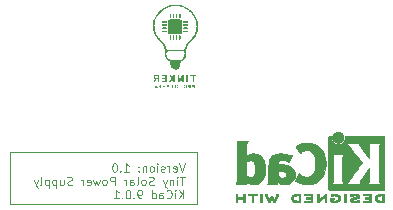
<source format=gbo>
%TF.GenerationSoftware,KiCad,Pcbnew,9.0.1*%
%TF.CreationDate,2025-05-18T00:30:22-05:00*%
%TF.ProjectId,Tiny_Solar_Supply,54696e79-5f53-46f6-9c61-725f53757070,rev?*%
%TF.SameCoordinates,Original*%
%TF.FileFunction,Legend,Bot*%
%TF.FilePolarity,Positive*%
%FSLAX46Y46*%
G04 Gerber Fmt 4.6, Leading zero omitted, Abs format (unit mm)*
G04 Created by KiCad (PCBNEW 9.0.1) date 2025-05-18 00:30:22*
%MOMM*%
%LPD*%
G01*
G04 APERTURE LIST*
%ADD10C,0.100000*%
%ADD11C,0.000000*%
%ADD12C,0.010000*%
G04 APERTURE END LIST*
D10*
X163380044Y-61305633D02*
X163146711Y-62005633D01*
X163146711Y-62005633D02*
X162913377Y-61305633D01*
X162413377Y-61972300D02*
X162480044Y-62005633D01*
X162480044Y-62005633D02*
X162613377Y-62005633D01*
X162613377Y-62005633D02*
X162680044Y-61972300D01*
X162680044Y-61972300D02*
X162713377Y-61905633D01*
X162713377Y-61905633D02*
X162713377Y-61638966D01*
X162713377Y-61638966D02*
X162680044Y-61572300D01*
X162680044Y-61572300D02*
X162613377Y-61538966D01*
X162613377Y-61538966D02*
X162480044Y-61538966D01*
X162480044Y-61538966D02*
X162413377Y-61572300D01*
X162413377Y-61572300D02*
X162380044Y-61638966D01*
X162380044Y-61638966D02*
X162380044Y-61705633D01*
X162380044Y-61705633D02*
X162713377Y-61772300D01*
X162080044Y-62005633D02*
X162080044Y-61538966D01*
X162080044Y-61672300D02*
X162046711Y-61605633D01*
X162046711Y-61605633D02*
X162013377Y-61572300D01*
X162013377Y-61572300D02*
X161946711Y-61538966D01*
X161946711Y-61538966D02*
X161880044Y-61538966D01*
X161680044Y-61972300D02*
X161613378Y-62005633D01*
X161613378Y-62005633D02*
X161480044Y-62005633D01*
X161480044Y-62005633D02*
X161413378Y-61972300D01*
X161413378Y-61972300D02*
X161380044Y-61905633D01*
X161380044Y-61905633D02*
X161380044Y-61872300D01*
X161380044Y-61872300D02*
X161413378Y-61805633D01*
X161413378Y-61805633D02*
X161480044Y-61772300D01*
X161480044Y-61772300D02*
X161580044Y-61772300D01*
X161580044Y-61772300D02*
X161646711Y-61738966D01*
X161646711Y-61738966D02*
X161680044Y-61672300D01*
X161680044Y-61672300D02*
X161680044Y-61638966D01*
X161680044Y-61638966D02*
X161646711Y-61572300D01*
X161646711Y-61572300D02*
X161580044Y-61538966D01*
X161580044Y-61538966D02*
X161480044Y-61538966D01*
X161480044Y-61538966D02*
X161413378Y-61572300D01*
X161080044Y-62005633D02*
X161080044Y-61538966D01*
X161080044Y-61305633D02*
X161113377Y-61338966D01*
X161113377Y-61338966D02*
X161080044Y-61372300D01*
X161080044Y-61372300D02*
X161046711Y-61338966D01*
X161046711Y-61338966D02*
X161080044Y-61305633D01*
X161080044Y-61305633D02*
X161080044Y-61372300D01*
X160646711Y-62005633D02*
X160713378Y-61972300D01*
X160713378Y-61972300D02*
X160746711Y-61938966D01*
X160746711Y-61938966D02*
X160780044Y-61872300D01*
X160780044Y-61872300D02*
X160780044Y-61672300D01*
X160780044Y-61672300D02*
X160746711Y-61605633D01*
X160746711Y-61605633D02*
X160713378Y-61572300D01*
X160713378Y-61572300D02*
X160646711Y-61538966D01*
X160646711Y-61538966D02*
X160546711Y-61538966D01*
X160546711Y-61538966D02*
X160480044Y-61572300D01*
X160480044Y-61572300D02*
X160446711Y-61605633D01*
X160446711Y-61605633D02*
X160413378Y-61672300D01*
X160413378Y-61672300D02*
X160413378Y-61872300D01*
X160413378Y-61872300D02*
X160446711Y-61938966D01*
X160446711Y-61938966D02*
X160480044Y-61972300D01*
X160480044Y-61972300D02*
X160546711Y-62005633D01*
X160546711Y-62005633D02*
X160646711Y-62005633D01*
X160113378Y-61538966D02*
X160113378Y-62005633D01*
X160113378Y-61605633D02*
X160080045Y-61572300D01*
X160080045Y-61572300D02*
X160013378Y-61538966D01*
X160013378Y-61538966D02*
X159913378Y-61538966D01*
X159913378Y-61538966D02*
X159846711Y-61572300D01*
X159846711Y-61572300D02*
X159813378Y-61638966D01*
X159813378Y-61638966D02*
X159813378Y-62005633D01*
X159480045Y-61938966D02*
X159446712Y-61972300D01*
X159446712Y-61972300D02*
X159480045Y-62005633D01*
X159480045Y-62005633D02*
X159513378Y-61972300D01*
X159513378Y-61972300D02*
X159480045Y-61938966D01*
X159480045Y-61938966D02*
X159480045Y-62005633D01*
X159480045Y-61572300D02*
X159446712Y-61605633D01*
X159446712Y-61605633D02*
X159480045Y-61638966D01*
X159480045Y-61638966D02*
X159513378Y-61605633D01*
X159513378Y-61605633D02*
X159480045Y-61572300D01*
X159480045Y-61572300D02*
X159480045Y-61638966D01*
X158246712Y-62005633D02*
X158646712Y-62005633D01*
X158446712Y-62005633D02*
X158446712Y-61305633D01*
X158446712Y-61305633D02*
X158513379Y-61405633D01*
X158513379Y-61405633D02*
X158580046Y-61472300D01*
X158580046Y-61472300D02*
X158646712Y-61505633D01*
X157946712Y-61938966D02*
X157913379Y-61972300D01*
X157913379Y-61972300D02*
X157946712Y-62005633D01*
X157946712Y-62005633D02*
X157980045Y-61972300D01*
X157980045Y-61972300D02*
X157946712Y-61938966D01*
X157946712Y-61938966D02*
X157946712Y-62005633D01*
X157480046Y-61305633D02*
X157413379Y-61305633D01*
X157413379Y-61305633D02*
X157346712Y-61338966D01*
X157346712Y-61338966D02*
X157313379Y-61372300D01*
X157313379Y-61372300D02*
X157280046Y-61438966D01*
X157280046Y-61438966D02*
X157246712Y-61572300D01*
X157246712Y-61572300D02*
X157246712Y-61738966D01*
X157246712Y-61738966D02*
X157280046Y-61872300D01*
X157280046Y-61872300D02*
X157313379Y-61938966D01*
X157313379Y-61938966D02*
X157346712Y-61972300D01*
X157346712Y-61972300D02*
X157413379Y-62005633D01*
X157413379Y-62005633D02*
X157480046Y-62005633D01*
X157480046Y-62005633D02*
X157546712Y-61972300D01*
X157546712Y-61972300D02*
X157580046Y-61938966D01*
X157580046Y-61938966D02*
X157613379Y-61872300D01*
X157613379Y-61872300D02*
X157646712Y-61738966D01*
X157646712Y-61738966D02*
X157646712Y-61572300D01*
X157646712Y-61572300D02*
X157613379Y-61438966D01*
X157613379Y-61438966D02*
X157580046Y-61372300D01*
X157580046Y-61372300D02*
X157546712Y-61338966D01*
X157546712Y-61338966D02*
X157480046Y-61305633D01*
X163380044Y-62432594D02*
X162980044Y-62432594D01*
X163180044Y-63132594D02*
X163180044Y-62432594D01*
X162746711Y-63132594D02*
X162746711Y-62665927D01*
X162746711Y-62432594D02*
X162780044Y-62465927D01*
X162780044Y-62465927D02*
X162746711Y-62499261D01*
X162746711Y-62499261D02*
X162713378Y-62465927D01*
X162713378Y-62465927D02*
X162746711Y-62432594D01*
X162746711Y-62432594D02*
X162746711Y-62499261D01*
X162413378Y-62665927D02*
X162413378Y-63132594D01*
X162413378Y-62732594D02*
X162380045Y-62699261D01*
X162380045Y-62699261D02*
X162313378Y-62665927D01*
X162313378Y-62665927D02*
X162213378Y-62665927D01*
X162213378Y-62665927D02*
X162146711Y-62699261D01*
X162146711Y-62699261D02*
X162113378Y-62765927D01*
X162113378Y-62765927D02*
X162113378Y-63132594D01*
X161846712Y-62665927D02*
X161680045Y-63132594D01*
X161513378Y-62665927D02*
X161680045Y-63132594D01*
X161680045Y-63132594D02*
X161746712Y-63299261D01*
X161746712Y-63299261D02*
X161780045Y-63332594D01*
X161780045Y-63332594D02*
X161846712Y-63365927D01*
X160746712Y-63099261D02*
X160646712Y-63132594D01*
X160646712Y-63132594D02*
X160480046Y-63132594D01*
X160480046Y-63132594D02*
X160413379Y-63099261D01*
X160413379Y-63099261D02*
X160380046Y-63065927D01*
X160380046Y-63065927D02*
X160346712Y-62999261D01*
X160346712Y-62999261D02*
X160346712Y-62932594D01*
X160346712Y-62932594D02*
X160380046Y-62865927D01*
X160380046Y-62865927D02*
X160413379Y-62832594D01*
X160413379Y-62832594D02*
X160480046Y-62799261D01*
X160480046Y-62799261D02*
X160613379Y-62765927D01*
X160613379Y-62765927D02*
X160680046Y-62732594D01*
X160680046Y-62732594D02*
X160713379Y-62699261D01*
X160713379Y-62699261D02*
X160746712Y-62632594D01*
X160746712Y-62632594D02*
X160746712Y-62565927D01*
X160746712Y-62565927D02*
X160713379Y-62499261D01*
X160713379Y-62499261D02*
X160680046Y-62465927D01*
X160680046Y-62465927D02*
X160613379Y-62432594D01*
X160613379Y-62432594D02*
X160446712Y-62432594D01*
X160446712Y-62432594D02*
X160346712Y-62465927D01*
X159946712Y-63132594D02*
X160013379Y-63099261D01*
X160013379Y-63099261D02*
X160046712Y-63065927D01*
X160046712Y-63065927D02*
X160080045Y-62999261D01*
X160080045Y-62999261D02*
X160080045Y-62799261D01*
X160080045Y-62799261D02*
X160046712Y-62732594D01*
X160046712Y-62732594D02*
X160013379Y-62699261D01*
X160013379Y-62699261D02*
X159946712Y-62665927D01*
X159946712Y-62665927D02*
X159846712Y-62665927D01*
X159846712Y-62665927D02*
X159780045Y-62699261D01*
X159780045Y-62699261D02*
X159746712Y-62732594D01*
X159746712Y-62732594D02*
X159713379Y-62799261D01*
X159713379Y-62799261D02*
X159713379Y-62999261D01*
X159713379Y-62999261D02*
X159746712Y-63065927D01*
X159746712Y-63065927D02*
X159780045Y-63099261D01*
X159780045Y-63099261D02*
X159846712Y-63132594D01*
X159846712Y-63132594D02*
X159946712Y-63132594D01*
X159313379Y-63132594D02*
X159380046Y-63099261D01*
X159380046Y-63099261D02*
X159413379Y-63032594D01*
X159413379Y-63032594D02*
X159413379Y-62432594D01*
X158746712Y-63132594D02*
X158746712Y-62765927D01*
X158746712Y-62765927D02*
X158780045Y-62699261D01*
X158780045Y-62699261D02*
X158846712Y-62665927D01*
X158846712Y-62665927D02*
X158980045Y-62665927D01*
X158980045Y-62665927D02*
X159046712Y-62699261D01*
X158746712Y-63099261D02*
X158813379Y-63132594D01*
X158813379Y-63132594D02*
X158980045Y-63132594D01*
X158980045Y-63132594D02*
X159046712Y-63099261D01*
X159046712Y-63099261D02*
X159080045Y-63032594D01*
X159080045Y-63032594D02*
X159080045Y-62965927D01*
X159080045Y-62965927D02*
X159046712Y-62899261D01*
X159046712Y-62899261D02*
X158980045Y-62865927D01*
X158980045Y-62865927D02*
X158813379Y-62865927D01*
X158813379Y-62865927D02*
X158746712Y-62832594D01*
X158413379Y-63132594D02*
X158413379Y-62665927D01*
X158413379Y-62799261D02*
X158380046Y-62732594D01*
X158380046Y-62732594D02*
X158346712Y-62699261D01*
X158346712Y-62699261D02*
X158280046Y-62665927D01*
X158280046Y-62665927D02*
X158213379Y-62665927D01*
X157446713Y-63132594D02*
X157446713Y-62432594D01*
X157446713Y-62432594D02*
X157180046Y-62432594D01*
X157180046Y-62432594D02*
X157113380Y-62465927D01*
X157113380Y-62465927D02*
X157080046Y-62499261D01*
X157080046Y-62499261D02*
X157046713Y-62565927D01*
X157046713Y-62565927D02*
X157046713Y-62665927D01*
X157046713Y-62665927D02*
X157080046Y-62732594D01*
X157080046Y-62732594D02*
X157113380Y-62765927D01*
X157113380Y-62765927D02*
X157180046Y-62799261D01*
X157180046Y-62799261D02*
X157446713Y-62799261D01*
X156646713Y-63132594D02*
X156713380Y-63099261D01*
X156713380Y-63099261D02*
X156746713Y-63065927D01*
X156746713Y-63065927D02*
X156780046Y-62999261D01*
X156780046Y-62999261D02*
X156780046Y-62799261D01*
X156780046Y-62799261D02*
X156746713Y-62732594D01*
X156746713Y-62732594D02*
X156713380Y-62699261D01*
X156713380Y-62699261D02*
X156646713Y-62665927D01*
X156646713Y-62665927D02*
X156546713Y-62665927D01*
X156546713Y-62665927D02*
X156480046Y-62699261D01*
X156480046Y-62699261D02*
X156446713Y-62732594D01*
X156446713Y-62732594D02*
X156413380Y-62799261D01*
X156413380Y-62799261D02*
X156413380Y-62999261D01*
X156413380Y-62999261D02*
X156446713Y-63065927D01*
X156446713Y-63065927D02*
X156480046Y-63099261D01*
X156480046Y-63099261D02*
X156546713Y-63132594D01*
X156546713Y-63132594D02*
X156646713Y-63132594D01*
X156180047Y-62665927D02*
X156046713Y-63132594D01*
X156046713Y-63132594D02*
X155913380Y-62799261D01*
X155913380Y-62799261D02*
X155780047Y-63132594D01*
X155780047Y-63132594D02*
X155646713Y-62665927D01*
X155113380Y-63099261D02*
X155180047Y-63132594D01*
X155180047Y-63132594D02*
X155313380Y-63132594D01*
X155313380Y-63132594D02*
X155380047Y-63099261D01*
X155380047Y-63099261D02*
X155413380Y-63032594D01*
X155413380Y-63032594D02*
X155413380Y-62765927D01*
X155413380Y-62765927D02*
X155380047Y-62699261D01*
X155380047Y-62699261D02*
X155313380Y-62665927D01*
X155313380Y-62665927D02*
X155180047Y-62665927D01*
X155180047Y-62665927D02*
X155113380Y-62699261D01*
X155113380Y-62699261D02*
X155080047Y-62765927D01*
X155080047Y-62765927D02*
X155080047Y-62832594D01*
X155080047Y-62832594D02*
X155413380Y-62899261D01*
X154780047Y-63132594D02*
X154780047Y-62665927D01*
X154780047Y-62799261D02*
X154746714Y-62732594D01*
X154746714Y-62732594D02*
X154713380Y-62699261D01*
X154713380Y-62699261D02*
X154646714Y-62665927D01*
X154646714Y-62665927D02*
X154580047Y-62665927D01*
X153846714Y-63099261D02*
X153746714Y-63132594D01*
X153746714Y-63132594D02*
X153580048Y-63132594D01*
X153580048Y-63132594D02*
X153513381Y-63099261D01*
X153513381Y-63099261D02*
X153480048Y-63065927D01*
X153480048Y-63065927D02*
X153446714Y-62999261D01*
X153446714Y-62999261D02*
X153446714Y-62932594D01*
X153446714Y-62932594D02*
X153480048Y-62865927D01*
X153480048Y-62865927D02*
X153513381Y-62832594D01*
X153513381Y-62832594D02*
X153580048Y-62799261D01*
X153580048Y-62799261D02*
X153713381Y-62765927D01*
X153713381Y-62765927D02*
X153780048Y-62732594D01*
X153780048Y-62732594D02*
X153813381Y-62699261D01*
X153813381Y-62699261D02*
X153846714Y-62632594D01*
X153846714Y-62632594D02*
X153846714Y-62565927D01*
X153846714Y-62565927D02*
X153813381Y-62499261D01*
X153813381Y-62499261D02*
X153780048Y-62465927D01*
X153780048Y-62465927D02*
X153713381Y-62432594D01*
X153713381Y-62432594D02*
X153546714Y-62432594D01*
X153546714Y-62432594D02*
X153446714Y-62465927D01*
X152846714Y-62665927D02*
X152846714Y-63132594D01*
X153146714Y-62665927D02*
X153146714Y-63032594D01*
X153146714Y-63032594D02*
X153113381Y-63099261D01*
X153113381Y-63099261D02*
X153046714Y-63132594D01*
X153046714Y-63132594D02*
X152946714Y-63132594D01*
X152946714Y-63132594D02*
X152880047Y-63099261D01*
X152880047Y-63099261D02*
X152846714Y-63065927D01*
X152513381Y-62665927D02*
X152513381Y-63365927D01*
X152513381Y-62699261D02*
X152446714Y-62665927D01*
X152446714Y-62665927D02*
X152313381Y-62665927D01*
X152313381Y-62665927D02*
X152246714Y-62699261D01*
X152246714Y-62699261D02*
X152213381Y-62732594D01*
X152213381Y-62732594D02*
X152180048Y-62799261D01*
X152180048Y-62799261D02*
X152180048Y-62999261D01*
X152180048Y-62999261D02*
X152213381Y-63065927D01*
X152213381Y-63065927D02*
X152246714Y-63099261D01*
X152246714Y-63099261D02*
X152313381Y-63132594D01*
X152313381Y-63132594D02*
X152446714Y-63132594D01*
X152446714Y-63132594D02*
X152513381Y-63099261D01*
X151880048Y-62665927D02*
X151880048Y-63365927D01*
X151880048Y-62699261D02*
X151813381Y-62665927D01*
X151813381Y-62665927D02*
X151680048Y-62665927D01*
X151680048Y-62665927D02*
X151613381Y-62699261D01*
X151613381Y-62699261D02*
X151580048Y-62732594D01*
X151580048Y-62732594D02*
X151546715Y-62799261D01*
X151546715Y-62799261D02*
X151546715Y-62999261D01*
X151546715Y-62999261D02*
X151580048Y-63065927D01*
X151580048Y-63065927D02*
X151613381Y-63099261D01*
X151613381Y-63099261D02*
X151680048Y-63132594D01*
X151680048Y-63132594D02*
X151813381Y-63132594D01*
X151813381Y-63132594D02*
X151880048Y-63099261D01*
X151146715Y-63132594D02*
X151213382Y-63099261D01*
X151213382Y-63099261D02*
X151246715Y-63032594D01*
X151246715Y-63032594D02*
X151246715Y-62432594D01*
X150946715Y-62665927D02*
X150780048Y-63132594D01*
X150613381Y-62665927D02*
X150780048Y-63132594D01*
X150780048Y-63132594D02*
X150846715Y-63299261D01*
X150846715Y-63299261D02*
X150880048Y-63332594D01*
X150880048Y-63332594D02*
X150946715Y-63365927D01*
X163280044Y-64259555D02*
X163280044Y-63559555D01*
X162880044Y-64259555D02*
X163180044Y-63859555D01*
X162880044Y-63559555D02*
X163280044Y-63959555D01*
X162580044Y-64259555D02*
X162580044Y-63792888D01*
X162580044Y-63559555D02*
X162613377Y-63592888D01*
X162613377Y-63592888D02*
X162580044Y-63626222D01*
X162580044Y-63626222D02*
X162546711Y-63592888D01*
X162546711Y-63592888D02*
X162580044Y-63559555D01*
X162580044Y-63559555D02*
X162580044Y-63626222D01*
X161846711Y-64192888D02*
X161880044Y-64226222D01*
X161880044Y-64226222D02*
X161980044Y-64259555D01*
X161980044Y-64259555D02*
X162046711Y-64259555D01*
X162046711Y-64259555D02*
X162146711Y-64226222D01*
X162146711Y-64226222D02*
X162213378Y-64159555D01*
X162213378Y-64159555D02*
X162246711Y-64092888D01*
X162246711Y-64092888D02*
X162280044Y-63959555D01*
X162280044Y-63959555D02*
X162280044Y-63859555D01*
X162280044Y-63859555D02*
X162246711Y-63726222D01*
X162246711Y-63726222D02*
X162213378Y-63659555D01*
X162213378Y-63659555D02*
X162146711Y-63592888D01*
X162146711Y-63592888D02*
X162046711Y-63559555D01*
X162046711Y-63559555D02*
X161980044Y-63559555D01*
X161980044Y-63559555D02*
X161880044Y-63592888D01*
X161880044Y-63592888D02*
X161846711Y-63626222D01*
X161246711Y-64259555D02*
X161246711Y-63892888D01*
X161246711Y-63892888D02*
X161280044Y-63826222D01*
X161280044Y-63826222D02*
X161346711Y-63792888D01*
X161346711Y-63792888D02*
X161480044Y-63792888D01*
X161480044Y-63792888D02*
X161546711Y-63826222D01*
X161246711Y-64226222D02*
X161313378Y-64259555D01*
X161313378Y-64259555D02*
X161480044Y-64259555D01*
X161480044Y-64259555D02*
X161546711Y-64226222D01*
X161546711Y-64226222D02*
X161580044Y-64159555D01*
X161580044Y-64159555D02*
X161580044Y-64092888D01*
X161580044Y-64092888D02*
X161546711Y-64026222D01*
X161546711Y-64026222D02*
X161480044Y-63992888D01*
X161480044Y-63992888D02*
X161313378Y-63992888D01*
X161313378Y-63992888D02*
X161246711Y-63959555D01*
X160613378Y-64259555D02*
X160613378Y-63559555D01*
X160613378Y-64226222D02*
X160680045Y-64259555D01*
X160680045Y-64259555D02*
X160813378Y-64259555D01*
X160813378Y-64259555D02*
X160880045Y-64226222D01*
X160880045Y-64226222D02*
X160913378Y-64192888D01*
X160913378Y-64192888D02*
X160946711Y-64126222D01*
X160946711Y-64126222D02*
X160946711Y-63926222D01*
X160946711Y-63926222D02*
X160913378Y-63859555D01*
X160913378Y-63859555D02*
X160880045Y-63826222D01*
X160880045Y-63826222D02*
X160813378Y-63792888D01*
X160813378Y-63792888D02*
X160680045Y-63792888D01*
X160680045Y-63792888D02*
X160613378Y-63826222D01*
X159713379Y-64259555D02*
X159580045Y-64259555D01*
X159580045Y-64259555D02*
X159513379Y-64226222D01*
X159513379Y-64226222D02*
X159480045Y-64192888D01*
X159480045Y-64192888D02*
X159413379Y-64092888D01*
X159413379Y-64092888D02*
X159380045Y-63959555D01*
X159380045Y-63959555D02*
X159380045Y-63692888D01*
X159380045Y-63692888D02*
X159413379Y-63626222D01*
X159413379Y-63626222D02*
X159446712Y-63592888D01*
X159446712Y-63592888D02*
X159513379Y-63559555D01*
X159513379Y-63559555D02*
X159646712Y-63559555D01*
X159646712Y-63559555D02*
X159713379Y-63592888D01*
X159713379Y-63592888D02*
X159746712Y-63626222D01*
X159746712Y-63626222D02*
X159780045Y-63692888D01*
X159780045Y-63692888D02*
X159780045Y-63859555D01*
X159780045Y-63859555D02*
X159746712Y-63926222D01*
X159746712Y-63926222D02*
X159713379Y-63959555D01*
X159713379Y-63959555D02*
X159646712Y-63992888D01*
X159646712Y-63992888D02*
X159513379Y-63992888D01*
X159513379Y-63992888D02*
X159446712Y-63959555D01*
X159446712Y-63959555D02*
X159413379Y-63926222D01*
X159413379Y-63926222D02*
X159380045Y-63859555D01*
X159080045Y-64192888D02*
X159046712Y-64226222D01*
X159046712Y-64226222D02*
X159080045Y-64259555D01*
X159080045Y-64259555D02*
X159113378Y-64226222D01*
X159113378Y-64226222D02*
X159080045Y-64192888D01*
X159080045Y-64192888D02*
X159080045Y-64259555D01*
X158613379Y-63559555D02*
X158546712Y-63559555D01*
X158546712Y-63559555D02*
X158480045Y-63592888D01*
X158480045Y-63592888D02*
X158446712Y-63626222D01*
X158446712Y-63626222D02*
X158413379Y-63692888D01*
X158413379Y-63692888D02*
X158380045Y-63826222D01*
X158380045Y-63826222D02*
X158380045Y-63992888D01*
X158380045Y-63992888D02*
X158413379Y-64126222D01*
X158413379Y-64126222D02*
X158446712Y-64192888D01*
X158446712Y-64192888D02*
X158480045Y-64226222D01*
X158480045Y-64226222D02*
X158546712Y-64259555D01*
X158546712Y-64259555D02*
X158613379Y-64259555D01*
X158613379Y-64259555D02*
X158680045Y-64226222D01*
X158680045Y-64226222D02*
X158713379Y-64192888D01*
X158713379Y-64192888D02*
X158746712Y-64126222D01*
X158746712Y-64126222D02*
X158780045Y-63992888D01*
X158780045Y-63992888D02*
X158780045Y-63826222D01*
X158780045Y-63826222D02*
X158746712Y-63692888D01*
X158746712Y-63692888D02*
X158713379Y-63626222D01*
X158713379Y-63626222D02*
X158680045Y-63592888D01*
X158680045Y-63592888D02*
X158613379Y-63559555D01*
X158080045Y-64192888D02*
X158046712Y-64226222D01*
X158046712Y-64226222D02*
X158080045Y-64259555D01*
X158080045Y-64259555D02*
X158113378Y-64226222D01*
X158113378Y-64226222D02*
X158080045Y-64192888D01*
X158080045Y-64192888D02*
X158080045Y-64259555D01*
X157380045Y-64259555D02*
X157780045Y-64259555D01*
X157580045Y-64259555D02*
X157580045Y-63559555D01*
X157580045Y-63559555D02*
X157646712Y-63659555D01*
X157646712Y-63659555D02*
X157713379Y-63726222D01*
X157713379Y-63726222D02*
X157780045Y-63759555D01*
X148590000Y-60325000D02*
X164465000Y-60325000D01*
X164465000Y-64770000D01*
X148590000Y-64770000D01*
X148590000Y-60325000D01*
D11*
%TO.C,G\u002A\u002A\u002A*%
G36*
X164253634Y-54777341D02*
G01*
X164253634Y-54934575D01*
X164222187Y-54934575D01*
X164190740Y-54934575D01*
X164190740Y-54885158D01*
X164190740Y-54835742D01*
X164154512Y-54835742D01*
X164126165Y-54833642D01*
X164082155Y-54820110D01*
X164048904Y-54795938D01*
X164028193Y-54763355D01*
X164021804Y-54724591D01*
X164022829Y-54720085D01*
X164092232Y-54720085D01*
X164096126Y-54747092D01*
X164111876Y-54767847D01*
X164133885Y-54777511D01*
X164161293Y-54781833D01*
X164190740Y-54781833D01*
X164190740Y-54727924D01*
X164190740Y-54674016D01*
X164155443Y-54674016D01*
X164152221Y-54674067D01*
X164124811Y-54678471D01*
X164106026Y-54688135D01*
X164100762Y-54694552D01*
X164092232Y-54720085D01*
X164022829Y-54720085D01*
X164031521Y-54681875D01*
X164034415Y-54675513D01*
X164053637Y-54649818D01*
X164082891Y-54632666D01*
X164124519Y-54623085D01*
X164180867Y-54620107D01*
X164253634Y-54620107D01*
X164253634Y-54727924D01*
X164253634Y-54777341D01*
G37*
G36*
X163921196Y-54777341D02*
G01*
X163921196Y-54934575D01*
X163889750Y-54934575D01*
X163858303Y-54934575D01*
X163858303Y-54880666D01*
X163858298Y-54872679D01*
X163857641Y-54846235D01*
X163854412Y-54832590D01*
X163846541Y-54827510D01*
X163831957Y-54826757D01*
X163818899Y-54828083D01*
X163806082Y-54835153D01*
X163792988Y-54851512D01*
X163775974Y-54880666D01*
X163771121Y-54889446D01*
X163756178Y-54914495D01*
X163744200Y-54928008D01*
X163731020Y-54933522D01*
X163712472Y-54934575D01*
X163706282Y-54934530D01*
X163686558Y-54933621D01*
X163678607Y-54931911D01*
X163678639Y-54931730D01*
X163683185Y-54921936D01*
X163693932Y-54900912D01*
X163708727Y-54872874D01*
X163738847Y-54816501D01*
X163713219Y-54790873D01*
X163703013Y-54779646D01*
X163690810Y-54756656D01*
X163687592Y-54726122D01*
X163687612Y-54723432D01*
X163750485Y-54723432D01*
X163755128Y-54737091D01*
X163768455Y-54754879D01*
X163785164Y-54765166D01*
X163810579Y-54772071D01*
X163835554Y-54773006D01*
X163852313Y-54766859D01*
X163854245Y-54762595D01*
X163857157Y-54744059D01*
X163858303Y-54717442D01*
X163858303Y-54674016D01*
X163822364Y-54674016D01*
X163809717Y-54674894D01*
X163779987Y-54684374D01*
X163758655Y-54701645D01*
X163750485Y-54723432D01*
X163687612Y-54723432D01*
X163687615Y-54723067D01*
X163693551Y-54683631D01*
X163710881Y-54654506D01*
X163740920Y-54634803D01*
X163784981Y-54623633D01*
X163844380Y-54620107D01*
X163921196Y-54620107D01*
X163921196Y-54717442D01*
X163921196Y-54777341D01*
G37*
G36*
X163588180Y-54781720D02*
G01*
X163578552Y-54836647D01*
X163573998Y-54848050D01*
X163554475Y-54880289D01*
X163529103Y-54908443D01*
X163503404Y-54925954D01*
X163495266Y-54928370D01*
X163470006Y-54932230D01*
X163439593Y-54934005D01*
X163398018Y-54929197D01*
X163355834Y-54909825D01*
X163323987Y-54877044D01*
X163303862Y-54832376D01*
X163296845Y-54777341D01*
X163297308Y-54772748D01*
X163364140Y-54772748D01*
X163366215Y-54805474D01*
X163377486Y-54843111D01*
X163399300Y-54869149D01*
X163413765Y-54876000D01*
X163442598Y-54879452D01*
X163471957Y-54874382D01*
X163488293Y-54864413D01*
X163506016Y-54839154D01*
X163515869Y-54805634D01*
X163517774Y-54768605D01*
X163511655Y-54732819D01*
X163497434Y-54703031D01*
X163475036Y-54683991D01*
X163446188Y-54675117D01*
X163418148Y-54679514D01*
X163390403Y-54700279D01*
X163388918Y-54701775D01*
X163373198Y-54721127D01*
X163365916Y-54742089D01*
X163364140Y-54772748D01*
X163297308Y-54772748D01*
X163301379Y-54732355D01*
X163319130Y-54685371D01*
X163349098Y-54650057D01*
X163389989Y-54627831D01*
X163440510Y-54620107D01*
X163454464Y-54620609D01*
X163501448Y-54631888D01*
X163539191Y-54658406D01*
X163568543Y-54700700D01*
X163579885Y-54728048D01*
X163586153Y-54768605D01*
X163588180Y-54781720D01*
G37*
G36*
X163202413Y-54647061D02*
G01*
X163202413Y-54647474D01*
X163201533Y-54662705D01*
X163195952Y-54670597D01*
X163181247Y-54673563D01*
X163152997Y-54674016D01*
X163103581Y-54674016D01*
X163103581Y-54804295D01*
X163103581Y-54934575D01*
X163072134Y-54934575D01*
X163040687Y-54934575D01*
X163040687Y-54804295D01*
X163040687Y-54674016D01*
X162991271Y-54674016D01*
X162990515Y-54674016D01*
X162962592Y-54673535D01*
X162948122Y-54670491D01*
X162942684Y-54662471D01*
X162941854Y-54647061D01*
X162941854Y-54620107D01*
X163072134Y-54620107D01*
X163202413Y-54620107D01*
X163202413Y-54647061D01*
G37*
G36*
X162847422Y-54777341D02*
G01*
X162847279Y-54786322D01*
X162838830Y-54839006D01*
X162816625Y-54881246D01*
X162779642Y-54915115D01*
X162769539Y-54921574D01*
X162749557Y-54930370D01*
X162725855Y-54933588D01*
X162691419Y-54932619D01*
X162659624Y-54929845D01*
X162637933Y-54924284D01*
X162620495Y-54912967D01*
X162600361Y-54892859D01*
X162595113Y-54886949D01*
X162568992Y-54843981D01*
X162556813Y-54796309D01*
X162557161Y-54782628D01*
X162625385Y-54782628D01*
X162627393Y-54816030D01*
X162635565Y-54839682D01*
X162651161Y-54858633D01*
X162657340Y-54863799D01*
X162688171Y-54877753D01*
X162720701Y-54877680D01*
X162749744Y-54864441D01*
X162770118Y-54838896D01*
X162773093Y-54830316D01*
X162778135Y-54803091D01*
X162780128Y-54771735D01*
X162778235Y-54741305D01*
X162770497Y-54720200D01*
X162753865Y-54700279D01*
X162729410Y-54681146D01*
X162701675Y-54674810D01*
X162669228Y-54683993D01*
X162656168Y-54691893D01*
X162635390Y-54719280D01*
X162626381Y-54759371D01*
X162625385Y-54782628D01*
X162557161Y-54782628D01*
X162558052Y-54747668D01*
X162572179Y-54701790D01*
X162598670Y-54662410D01*
X162636996Y-54633261D01*
X162659154Y-54624982D01*
X162701572Y-54619983D01*
X162744706Y-54625238D01*
X162780560Y-54640353D01*
X162785963Y-54644133D01*
X162820667Y-54678809D01*
X162840874Y-54722638D01*
X162846751Y-54771735D01*
X162847422Y-54777341D01*
G37*
G36*
X162333135Y-54622107D02*
G01*
X162461168Y-54624599D01*
X162464011Y-54649308D01*
X162464065Y-54649780D01*
X162464722Y-54663636D01*
X162459831Y-54670848D01*
X162445250Y-54673585D01*
X162416841Y-54674016D01*
X162366828Y-54674016D01*
X162366828Y-54804295D01*
X162366828Y-54934575D01*
X162335381Y-54934575D01*
X162303934Y-54934575D01*
X162303934Y-54804295D01*
X162303934Y-54674016D01*
X162254518Y-54674016D01*
X162253465Y-54674016D01*
X162225671Y-54673530D01*
X162211295Y-54670458D01*
X162205913Y-54662365D01*
X162205102Y-54646815D01*
X162205102Y-54619614D01*
X162333135Y-54622107D01*
G37*
G36*
X162087971Y-54620182D02*
G01*
X162107361Y-54623296D01*
X162115254Y-54629565D01*
X162111054Y-54640491D01*
X162099482Y-54663557D01*
X162082319Y-54695331D01*
X162061345Y-54732417D01*
X162051150Y-54750164D01*
X162031218Y-54786188D01*
X162018454Y-54812889D01*
X162011284Y-54834582D01*
X162008136Y-54855579D01*
X162007436Y-54880193D01*
X162007436Y-54934575D01*
X161975990Y-54934575D01*
X161944543Y-54934575D01*
X161944543Y-54879205D01*
X161944432Y-54867267D01*
X161942865Y-54844592D01*
X161938229Y-54823604D01*
X161928996Y-54800020D01*
X161913640Y-54769555D01*
X161890634Y-54727924D01*
X161889656Y-54726184D01*
X161869065Y-54689051D01*
X161852239Y-54657830D01*
X161840889Y-54635756D01*
X161836725Y-54626060D01*
X161837451Y-54624852D01*
X161849467Y-54621467D01*
X161871574Y-54620107D01*
X161891436Y-54621263D01*
X161906834Y-54628212D01*
X161916751Y-54644815D01*
X161922062Y-54656384D01*
X161936073Y-54683570D01*
X161952552Y-54712959D01*
X161978026Y-54756394D01*
X162015425Y-54688251D01*
X162030726Y-54660837D01*
X162044893Y-54638325D01*
X162056401Y-54626118D01*
X162068400Y-54621088D01*
X162084039Y-54620107D01*
X162087971Y-54620182D01*
G37*
G36*
X161737893Y-54777341D02*
G01*
X161737893Y-54934575D01*
X161706446Y-54934575D01*
X161674999Y-54934575D01*
X161674999Y-54885158D01*
X161674999Y-54835742D01*
X161641306Y-54835692D01*
X161617700Y-54834706D01*
X161568619Y-54824204D01*
X161533118Y-54802443D01*
X161511555Y-54769710D01*
X161506396Y-54738883D01*
X161569700Y-54738883D01*
X161585151Y-54763864D01*
X161601860Y-54774151D01*
X161627275Y-54781056D01*
X161652250Y-54781990D01*
X161669009Y-54775843D01*
X161671285Y-54769953D01*
X161673958Y-54749896D01*
X161674999Y-54721935D01*
X161674999Y-54674016D01*
X161639060Y-54674016D01*
X161609507Y-54678396D01*
X161583878Y-54692817D01*
X161569942Y-54714090D01*
X161569700Y-54738883D01*
X161506396Y-54738883D01*
X161504288Y-54726290D01*
X161504314Y-54723015D01*
X161510282Y-54683581D01*
X161527620Y-54654469D01*
X161557651Y-54634782D01*
X161601696Y-54623627D01*
X161661076Y-54620107D01*
X161737893Y-54620107D01*
X161737893Y-54721935D01*
X161737893Y-54777341D01*
G37*
G36*
X161295392Y-54622068D02*
G01*
X161400963Y-54624599D01*
X161403421Y-54779587D01*
X161405880Y-54934575D01*
X161297850Y-54934575D01*
X161189820Y-54934575D01*
X161189820Y-54907620D01*
X161189820Y-54880666D01*
X161261699Y-54880666D01*
X161333577Y-54880666D01*
X161333577Y-54840234D01*
X161333577Y-54799803D01*
X161265594Y-54799803D01*
X161197612Y-54799803D01*
X161200455Y-54775095D01*
X161201527Y-54767291D01*
X161205388Y-54757588D01*
X161215146Y-54752175D01*
X161234822Y-54749434D01*
X161268437Y-54747747D01*
X161333577Y-54745107D01*
X161333577Y-54709561D01*
X161333577Y-54674016D01*
X161261699Y-54674016D01*
X161189820Y-54674016D01*
X161189820Y-54646776D01*
X161189820Y-54619537D01*
X161295392Y-54622068D01*
G37*
G36*
X160984433Y-54620432D02*
G01*
X161010208Y-54623543D01*
X161029685Y-54631934D01*
X161050244Y-54647992D01*
X161067551Y-54664990D01*
X161079056Y-54685020D01*
X161082003Y-54710087D01*
X161081427Y-54723023D01*
X161073976Y-54746533D01*
X161054356Y-54767560D01*
X161050584Y-54770608D01*
X161025547Y-54786694D01*
X161002694Y-54795935D01*
X160990270Y-54798744D01*
X160946734Y-54812526D01*
X160920487Y-54828711D01*
X160911723Y-54847133D01*
X160920635Y-54867620D01*
X160925918Y-54872459D01*
X160947400Y-54880085D01*
X160974097Y-54879804D01*
X161000270Y-54872873D01*
X161020182Y-54860547D01*
X161028094Y-54844085D01*
X161028365Y-54842992D01*
X161038753Y-54837838D01*
X161059541Y-54835742D01*
X161074889Y-54836434D01*
X161087785Y-54841680D01*
X161090988Y-54854610D01*
X161089354Y-54862226D01*
X161078025Y-54882799D01*
X161059461Y-54905004D01*
X161046578Y-54917585D01*
X161032478Y-54928317D01*
X161016965Y-54933443D01*
X160994529Y-54934515D01*
X160959659Y-54933083D01*
X160951920Y-54932677D01*
X160918719Y-54930062D01*
X160897408Y-54925605D01*
X160882846Y-54917677D01*
X160869890Y-54904649D01*
X160856975Y-54885028D01*
X160847744Y-54849886D01*
X160852736Y-54815135D01*
X160871862Y-54786184D01*
X160880068Y-54778717D01*
X160892437Y-54769185D01*
X160906761Y-54762137D01*
X160928198Y-54755291D01*
X160961908Y-54746364D01*
X160974090Y-54742900D01*
X161002903Y-54729689D01*
X161014789Y-54713162D01*
X161010432Y-54692560D01*
X161007152Y-54687848D01*
X160987575Y-54676216D01*
X160961375Y-54672997D01*
X160935824Y-54678239D01*
X160918192Y-54691985D01*
X160906048Y-54703656D01*
X160877684Y-54709955D01*
X160857899Y-54707155D01*
X160848911Y-54696420D01*
X160855926Y-54677601D01*
X160878947Y-54650655D01*
X160894330Y-54636233D01*
X160911352Y-54625587D01*
X160932224Y-54621055D01*
X160963990Y-54620107D01*
X160984433Y-54620432D01*
G37*
G36*
X164379421Y-53829004D02*
G01*
X164379421Y-53882746D01*
X164282834Y-53885297D01*
X164186248Y-53887847D01*
X164183864Y-54146159D01*
X164181480Y-54404472D01*
X164118862Y-54404472D01*
X164056244Y-54404472D01*
X164053860Y-54146159D01*
X164051476Y-53887847D01*
X163954450Y-53885292D01*
X163857425Y-53882737D01*
X163860110Y-53831383D01*
X163862795Y-53780029D01*
X164121108Y-53777645D01*
X164379421Y-53775261D01*
X164379421Y-53829004D01*
G37*
G36*
X163660638Y-54090004D02*
G01*
X163660638Y-54404472D01*
X163597744Y-54404472D01*
X163534851Y-54404472D01*
X163534851Y-54090004D01*
X163534851Y-53775537D01*
X163597744Y-53775537D01*
X163660638Y-53775537D01*
X163660638Y-54090004D01*
G37*
G36*
X162914900Y-53975127D02*
G01*
X162915009Y-54034703D01*
X162915461Y-54085431D01*
X162916385Y-54121796D01*
X162917905Y-54145695D01*
X162920148Y-54159024D01*
X162923240Y-54163681D01*
X162927308Y-54161562D01*
X162932970Y-54154359D01*
X162948094Y-54133520D01*
X162970616Y-54101684D01*
X162999008Y-54061030D01*
X163031744Y-54013733D01*
X163067298Y-53961971D01*
X163194880Y-53775537D01*
X163252555Y-53775537D01*
X163310231Y-53775537D01*
X163310231Y-54090004D01*
X163310231Y-54404472D01*
X163242845Y-54404472D01*
X163175459Y-54404472D01*
X163175459Y-54210769D01*
X163175405Y-54187015D01*
X163174847Y-54133046D01*
X163173761Y-54086997D01*
X163172242Y-54051382D01*
X163170386Y-54028711D01*
X163168288Y-54021497D01*
X163163076Y-54027692D01*
X163148770Y-54047027D01*
X163126998Y-54077453D01*
X163099198Y-54116940D01*
X163066809Y-54163455D01*
X163031270Y-54214968D01*
X162901423Y-54404008D01*
X162845268Y-54404240D01*
X162789113Y-54404472D01*
X162789113Y-54090004D01*
X162789113Y-53775537D01*
X162852007Y-53775537D01*
X162914900Y-53775537D01*
X162914900Y-53975127D01*
G37*
G36*
X162310094Y-53916336D02*
G01*
X162425229Y-54057135D01*
X162427703Y-53916336D01*
X162430178Y-53775537D01*
X162497335Y-53775537D01*
X162564493Y-53775537D01*
X162564493Y-54090004D01*
X162564493Y-54404472D01*
X162497107Y-54404472D01*
X162429721Y-54404472D01*
X162429721Y-54314097D01*
X162429708Y-54299086D01*
X162429184Y-54262442D01*
X162427123Y-54237665D01*
X162422480Y-54220131D01*
X162414209Y-54205220D01*
X162401263Y-54188310D01*
X162390744Y-54175727D01*
X162375317Y-54159320D01*
X162366607Y-54152898D01*
X162362352Y-54156961D01*
X162349370Y-54173750D01*
X162329643Y-54201277D01*
X162304928Y-54237077D01*
X162276980Y-54278685D01*
X162193550Y-54404472D01*
X162117502Y-54404472D01*
X162091124Y-54404204D01*
X162062618Y-54402524D01*
X162048289Y-54398990D01*
X162045838Y-54393241D01*
X162046928Y-54391130D01*
X162056313Y-54376009D01*
X162073776Y-54349239D01*
X162097765Y-54313161D01*
X162126727Y-54270118D01*
X162159109Y-54222449D01*
X162171467Y-54204308D01*
X162202290Y-54158764D01*
X162228827Y-54119129D01*
X162249605Y-54087631D01*
X162263152Y-54066492D01*
X162267995Y-54057939D01*
X162262750Y-54050096D01*
X162247727Y-54030656D01*
X162224727Y-54001907D01*
X162195553Y-53966102D01*
X162162010Y-53925495D01*
X162129626Y-53886398D01*
X162099077Y-53849228D01*
X162074179Y-53818629D01*
X162056892Y-53797007D01*
X162049170Y-53786768D01*
X162048812Y-53782162D01*
X162058116Y-53778225D01*
X162080598Y-53776145D01*
X162118637Y-53775537D01*
X162194958Y-53775537D01*
X162310094Y-53916336D01*
G37*
G36*
X161854695Y-54090004D02*
G01*
X161854695Y-54404472D01*
X161643552Y-54404472D01*
X161432410Y-54404472D01*
X161432410Y-54350563D01*
X161432410Y-54296655D01*
X161576166Y-54296655D01*
X161719923Y-54296655D01*
X161719923Y-54220284D01*
X161719923Y-54143913D01*
X161589644Y-54143913D01*
X161459364Y-54143913D01*
X161459364Y-54090004D01*
X161459364Y-54036096D01*
X161589644Y-54036096D01*
X161719923Y-54036096D01*
X161719923Y-53959725D01*
X161719923Y-53883354D01*
X161576166Y-53883354D01*
X161432410Y-53883354D01*
X161432410Y-53829446D01*
X161432410Y-53775537D01*
X161643552Y-53775537D01*
X161854695Y-53775537D01*
X161854695Y-54090004D01*
G37*
G36*
X161216775Y-54090004D02*
G01*
X161216775Y-54404472D01*
X161149389Y-54404472D01*
X161082003Y-54404472D01*
X161082003Y-54292162D01*
X161082003Y-54179852D01*
X161034358Y-54179852D01*
X160986713Y-54179852D01*
X160928787Y-54288763D01*
X160922676Y-54300171D01*
X160901286Y-54338846D01*
X160882668Y-54370646D01*
X160868643Y-54392539D01*
X160861035Y-54401494D01*
X160860782Y-54401585D01*
X160846734Y-54403082D01*
X160820465Y-54403465D01*
X160787453Y-54402648D01*
X160723696Y-54399980D01*
X160785796Y-54287670D01*
X160794147Y-54272484D01*
X160815293Y-54233216D01*
X160832331Y-54200395D01*
X160843690Y-54177091D01*
X160847801Y-54166375D01*
X160847402Y-54164672D01*
X160837654Y-54153219D01*
X160818966Y-54139310D01*
X160818239Y-54138849D01*
X160783370Y-54106625D01*
X160759722Y-54064078D01*
X160747373Y-54014917D01*
X160746451Y-53965655D01*
X160882668Y-53965655D01*
X160882862Y-54004057D01*
X160895832Y-54036502D01*
X160920249Y-54058543D01*
X160932070Y-54063164D01*
X160967260Y-54069722D01*
X161014171Y-54072035D01*
X161082003Y-54072035D01*
X161082003Y-53977695D01*
X161082003Y-53883354D01*
X161021356Y-53883368D01*
X160976258Y-53886026D01*
X160933484Y-53897101D01*
X160904232Y-53917426D01*
X160887083Y-53947679D01*
X160882668Y-53965655D01*
X160746451Y-53965655D01*
X160746398Y-53962851D01*
X160756875Y-53911588D01*
X160778881Y-53864836D01*
X160812491Y-53826305D01*
X160832980Y-53811373D01*
X160862177Y-53797045D01*
X160898178Y-53786832D01*
X160943748Y-53780200D01*
X161001650Y-53776613D01*
X161074649Y-53775537D01*
X161216775Y-53775537D01*
X161216775Y-53977695D01*
X161216775Y-54090004D01*
G37*
G36*
X164520343Y-49763377D02*
G01*
X164507346Y-49919172D01*
X164478504Y-50069311D01*
X164476031Y-50079015D01*
X164432298Y-50220765D01*
X164375603Y-50355344D01*
X164304353Y-50486088D01*
X164216954Y-50616331D01*
X164194267Y-50645375D01*
X164160449Y-50685725D01*
X164118785Y-50733474D01*
X164071722Y-50785863D01*
X164021704Y-50840133D01*
X163971180Y-50893525D01*
X163965064Y-50899896D01*
X163896550Y-50971732D01*
X163839260Y-51032907D01*
X163791735Y-51085219D01*
X163752512Y-51130468D01*
X163720131Y-51170451D01*
X163693129Y-51206967D01*
X163670045Y-51241816D01*
X163649419Y-51276796D01*
X163629788Y-51313704D01*
X163583847Y-51414068D01*
X163549349Y-51514466D01*
X163525793Y-51618234D01*
X163512221Y-51729599D01*
X163507674Y-51852792D01*
X163507596Y-51870130D01*
X163505581Y-51968127D01*
X163505332Y-51980217D01*
X163499777Y-52074930D01*
X163490554Y-52156337D01*
X163477284Y-52226504D01*
X163459590Y-52287499D01*
X163437094Y-52341389D01*
X163409418Y-52390241D01*
X163401545Y-52402124D01*
X163350961Y-52465416D01*
X163291450Y-52517889D01*
X163218601Y-52563549D01*
X163168482Y-52592121D01*
X163116858Y-52627830D01*
X163078260Y-52665127D01*
X163050699Y-52707236D01*
X163032188Y-52757379D01*
X163020738Y-52818779D01*
X163014363Y-52894659D01*
X163011747Y-52940114D01*
X163008696Y-52977896D01*
X163004698Y-53005747D01*
X162998894Y-53027914D01*
X162990423Y-53048642D01*
X162978426Y-53072177D01*
X162933127Y-53144941D01*
X162869364Y-53220446D01*
X162796285Y-53283300D01*
X162716288Y-53331131D01*
X162690007Y-53342647D01*
X162665368Y-53349483D01*
X162637590Y-53351607D01*
X162599334Y-53350218D01*
X162586382Y-53349315D01*
X162541005Y-53343139D01*
X162501112Y-53331237D01*
X162462476Y-53311575D01*
X162420868Y-53282117D01*
X162372059Y-53240827D01*
X162325229Y-53196361D01*
X162262218Y-53124136D01*
X162215421Y-53052299D01*
X162185624Y-52981941D01*
X162180818Y-52965457D01*
X162173942Y-52935760D01*
X162170598Y-52906370D01*
X162170283Y-52871233D01*
X162172491Y-52824296D01*
X162174374Y-52770222D01*
X162171132Y-52727669D01*
X162160555Y-52695004D01*
X162140574Y-52668263D01*
X162109120Y-52643484D01*
X162064126Y-52616704D01*
X161991786Y-52573187D01*
X161920473Y-52520176D01*
X161862027Y-52462898D01*
X161813696Y-52398591D01*
X161772725Y-52324493D01*
X161764505Y-52307096D01*
X161748097Y-52270073D01*
X161735169Y-52235701D01*
X161725205Y-52201034D01*
X161717686Y-52163127D01*
X161712096Y-52119033D01*
X161707917Y-52065808D01*
X161705338Y-52014518D01*
X161837276Y-52014518D01*
X161838047Y-52049087D01*
X161850879Y-52147709D01*
X161878897Y-52237942D01*
X161921342Y-52318771D01*
X161977458Y-52389180D01*
X162046486Y-52448153D01*
X162127670Y-52494677D01*
X162220250Y-52527734D01*
X162237340Y-52532020D01*
X162258274Y-52536349D01*
X162281352Y-52539790D01*
X162308834Y-52542475D01*
X162342983Y-52544532D01*
X162386057Y-52546093D01*
X162440319Y-52547287D01*
X162508029Y-52548244D01*
X162591448Y-52549094D01*
X162646470Y-52549523D01*
X162729664Y-52549775D01*
X162797427Y-52549357D01*
X162851368Y-52548228D01*
X162893095Y-52546348D01*
X162924218Y-52543676D01*
X162946347Y-52540172D01*
X162962816Y-52536393D01*
X163057924Y-52505047D01*
X163141293Y-52460128D01*
X163212686Y-52401865D01*
X163271865Y-52330485D01*
X163318593Y-52246217D01*
X163352633Y-52149290D01*
X163352957Y-52148056D01*
X163359304Y-52114168D01*
X163364057Y-52070224D01*
X163367170Y-52020214D01*
X163368596Y-51968127D01*
X163368290Y-51917951D01*
X163366203Y-51873676D01*
X163362289Y-51839289D01*
X163356503Y-51818780D01*
X163345197Y-51798246D01*
X162660593Y-51800811D01*
X162547013Y-51801243D01*
X162434746Y-51801707D01*
X162338072Y-51802181D01*
X162255730Y-51802703D01*
X162186461Y-51803311D01*
X162129004Y-51804041D01*
X162082099Y-51804931D01*
X162044488Y-51806018D01*
X162014908Y-51807340D01*
X161992102Y-51808934D01*
X161974808Y-51810837D01*
X161961766Y-51813086D01*
X161951718Y-51815720D01*
X161943401Y-51818774D01*
X161935558Y-51822287D01*
X161906157Y-51838573D01*
X161874104Y-51867098D01*
X161852874Y-51904103D01*
X161841066Y-51952328D01*
X161837276Y-52014518D01*
X161705338Y-52014518D01*
X161704633Y-52000504D01*
X161701725Y-51920178D01*
X161701418Y-51910922D01*
X161697621Y-51817315D01*
X161692800Y-51738327D01*
X161686542Y-51670893D01*
X161678432Y-51611945D01*
X161668054Y-51558420D01*
X161654995Y-51507250D01*
X161638839Y-51455370D01*
X161620404Y-51403477D01*
X161594114Y-51340281D01*
X161564200Y-51281449D01*
X161528894Y-51224425D01*
X161486429Y-51166653D01*
X161435034Y-51105578D01*
X161372944Y-51038645D01*
X161298389Y-50963298D01*
X161276672Y-50941758D01*
X161217999Y-50882425D01*
X161170679Y-50832486D01*
X161133068Y-50790109D01*
X161103518Y-50753460D01*
X161080382Y-50720708D01*
X161014309Y-50618334D01*
X160956499Y-50526212D01*
X160907508Y-50444719D01*
X160866392Y-50371926D01*
X160832208Y-50305907D01*
X160804010Y-50244732D01*
X160780855Y-50186473D01*
X160761797Y-50129204D01*
X160745892Y-50070995D01*
X160732197Y-50009920D01*
X160720169Y-49944980D01*
X160700199Y-49772821D01*
X160697683Y-49623657D01*
X160826654Y-49623657D01*
X160835739Y-49790889D01*
X160862144Y-49962906D01*
X160875855Y-50026699D01*
X160902031Y-50126075D01*
X160933167Y-50215826D01*
X160971458Y-50301205D01*
X161019099Y-50387464D01*
X161078288Y-50479855D01*
X161114076Y-50532207D01*
X161161599Y-50599173D01*
X161207265Y-50659763D01*
X161254100Y-50717677D01*
X161305128Y-50776615D01*
X161363372Y-50840277D01*
X161431857Y-50912360D01*
X161465598Y-50947772D01*
X161511697Y-50997246D01*
X161554543Y-51044429D01*
X161591797Y-51086693D01*
X161621115Y-51121413D01*
X161640157Y-51145965D01*
X161679840Y-51206107D01*
X161732580Y-51305322D01*
X161769630Y-51405796D01*
X161792209Y-51510454D01*
X161796775Y-51537339D01*
X161810862Y-51588334D01*
X161830698Y-51625198D01*
X161857370Y-51650270D01*
X161859114Y-51651293D01*
X161866116Y-51653968D01*
X161877074Y-51656277D01*
X161893261Y-51658254D01*
X161915952Y-51659932D01*
X161946421Y-51661344D01*
X161985941Y-51662523D01*
X162035787Y-51663501D01*
X162097232Y-51664313D01*
X162171551Y-51664990D01*
X162260017Y-51665567D01*
X162363905Y-51666076D01*
X162484488Y-51666551D01*
X162497631Y-51666598D01*
X162635755Y-51667035D01*
X162757153Y-51667281D01*
X162862967Y-51667304D01*
X162954338Y-51667075D01*
X163032409Y-51666562D01*
X163098321Y-51665737D01*
X163153216Y-51664568D01*
X163198234Y-51663025D01*
X163234518Y-51661078D01*
X163263210Y-51658697D01*
X163285451Y-51655850D01*
X163302382Y-51652509D01*
X163315146Y-51648641D01*
X163324884Y-51644218D01*
X163348047Y-51628458D01*
X163374171Y-51602961D01*
X163392906Y-51575962D01*
X163400079Y-51552549D01*
X163400614Y-51542694D01*
X163406619Y-51507578D01*
X163418137Y-51462723D01*
X163433725Y-51412890D01*
X163451941Y-51362844D01*
X163471340Y-51317347D01*
X163497605Y-51264770D01*
X163530626Y-51207166D01*
X163568866Y-51149116D01*
X163613767Y-51088791D01*
X163666772Y-51024362D01*
X163729323Y-50954001D01*
X163802864Y-50875879D01*
X163888838Y-50788167D01*
X163936646Y-50739381D01*
X163992821Y-50679973D01*
X164042196Y-50625361D01*
X164082597Y-50577964D01*
X164111847Y-50540202D01*
X164129524Y-50514555D01*
X164176972Y-50437863D01*
X164223159Y-50352928D01*
X164264537Y-50266524D01*
X164297562Y-50185424D01*
X164299529Y-50179959D01*
X164334797Y-50062806D01*
X164361273Y-49936012D01*
X164378195Y-49805367D01*
X164384804Y-49676662D01*
X164380336Y-49555687D01*
X164360415Y-49402831D01*
X164322458Y-49234046D01*
X164268485Y-49073373D01*
X164198528Y-48920881D01*
X164112619Y-48776639D01*
X164010790Y-48640716D01*
X163893074Y-48513180D01*
X163871526Y-48492249D01*
X163789166Y-48416982D01*
X163708930Y-48352330D01*
X163625875Y-48294800D01*
X163535054Y-48240900D01*
X163431525Y-48187136D01*
X163385481Y-48165115D01*
X163213642Y-48094130D01*
X163041090Y-48040725D01*
X162866519Y-48004611D01*
X162688621Y-47985501D01*
X162506092Y-47983107D01*
X162368999Y-47991875D01*
X162234648Y-48011072D01*
X162106561Y-48041592D01*
X161979994Y-48084579D01*
X161850202Y-48141177D01*
X161729964Y-48204053D01*
X161576429Y-48300621D01*
X161432739Y-48410174D01*
X161300527Y-48531315D01*
X161181427Y-48662648D01*
X161077071Y-48802774D01*
X161041075Y-48859008D01*
X160963540Y-49002430D01*
X160903331Y-49150598D01*
X160860448Y-49303520D01*
X160834889Y-49461204D01*
X160826654Y-49623657D01*
X160697683Y-49623657D01*
X160697330Y-49602708D01*
X160710945Y-49435488D01*
X160740426Y-49272010D01*
X160785159Y-49113120D01*
X160844525Y-48959667D01*
X160917909Y-48812496D01*
X161004694Y-48672456D01*
X161104264Y-48540395D01*
X161216001Y-48417159D01*
X161339291Y-48303595D01*
X161473515Y-48200552D01*
X161618057Y-48108876D01*
X161772302Y-48029415D01*
X161935632Y-47963017D01*
X162107432Y-47910528D01*
X162287083Y-47872796D01*
X162341130Y-47864778D01*
X162490207Y-47851593D01*
X162641945Y-47851546D01*
X162799452Y-47864722D01*
X162965834Y-47891205D01*
X163070967Y-47914105D01*
X163246010Y-47964272D01*
X163413574Y-48027610D01*
X163572272Y-48103350D01*
X163720717Y-48190723D01*
X163857522Y-48288959D01*
X163981300Y-48397288D01*
X164090662Y-48514943D01*
X164110146Y-48538776D01*
X164207035Y-48672204D01*
X164291829Y-48815002D01*
X164364059Y-48965292D01*
X164423256Y-49121196D01*
X164468951Y-49280834D01*
X164500677Y-49442330D01*
X164517963Y-49603803D01*
X164519050Y-49676662D01*
X164520343Y-49763377D01*
G37*
G36*
X162984196Y-50427191D02*
G01*
X163012039Y-50442530D01*
X163014510Y-50444888D01*
X163020664Y-50452149D01*
X163025144Y-50461729D01*
X163028213Y-50476236D01*
X163030138Y-50498278D01*
X163031184Y-50530464D01*
X163031617Y-50575403D01*
X163031702Y-50635703D01*
X163031702Y-50640444D01*
X163031568Y-50699865D01*
X163031028Y-50744099D01*
X163029838Y-50775748D01*
X163027756Y-50797414D01*
X163024539Y-50811697D01*
X163019946Y-50821201D01*
X163013733Y-50828526D01*
X163011479Y-50830659D01*
X162984194Y-50844351D01*
X162953422Y-50843514D01*
X162925579Y-50828176D01*
X162923107Y-50825818D01*
X162916953Y-50818557D01*
X162912474Y-50808977D01*
X162909405Y-50794470D01*
X162907480Y-50772428D01*
X162906434Y-50740241D01*
X162906001Y-50695302D01*
X162905915Y-50635003D01*
X162905916Y-50630262D01*
X162906049Y-50570841D01*
X162906590Y-50526606D01*
X162907780Y-50494957D01*
X162909862Y-50473292D01*
X162913079Y-50459009D01*
X162917672Y-50449505D01*
X162923885Y-50442180D01*
X162926138Y-50440047D01*
X162953423Y-50426355D01*
X162984196Y-50427191D01*
G37*
G36*
X162714652Y-50427191D02*
G01*
X162742495Y-50442530D01*
X162744966Y-50444888D01*
X162751121Y-50452149D01*
X162755600Y-50461729D01*
X162758669Y-50476236D01*
X162760594Y-50498278D01*
X162761640Y-50530464D01*
X162762073Y-50575403D01*
X162762159Y-50635703D01*
X162762158Y-50640444D01*
X162762025Y-50699865D01*
X162761484Y-50744099D01*
X162760294Y-50775748D01*
X162758212Y-50797414D01*
X162754995Y-50811697D01*
X162750402Y-50821201D01*
X162744189Y-50828526D01*
X162741936Y-50830659D01*
X162714651Y-50844351D01*
X162683878Y-50843514D01*
X162656035Y-50828176D01*
X162653564Y-50825818D01*
X162647409Y-50818557D01*
X162642930Y-50808977D01*
X162639861Y-50794470D01*
X162637936Y-50772428D01*
X162636890Y-50740241D01*
X162636457Y-50695302D01*
X162636372Y-50635003D01*
X162636372Y-50630262D01*
X162636505Y-50570841D01*
X162637046Y-50526606D01*
X162638236Y-50494957D01*
X162640318Y-50473292D01*
X162643535Y-50459009D01*
X162648128Y-50449505D01*
X162654341Y-50442180D01*
X162656595Y-50440047D01*
X162683880Y-50426355D01*
X162714652Y-50427191D01*
G37*
G36*
X162445109Y-50427191D02*
G01*
X162472951Y-50442530D01*
X162475423Y-50444888D01*
X162481577Y-50452149D01*
X162486056Y-50461729D01*
X162489125Y-50476236D01*
X162491050Y-50498278D01*
X162492097Y-50530464D01*
X162492530Y-50575403D01*
X162492615Y-50635703D01*
X162492615Y-50640444D01*
X162492481Y-50699865D01*
X162491940Y-50744099D01*
X162490750Y-50775748D01*
X162488668Y-50797414D01*
X162485452Y-50811697D01*
X162480858Y-50821201D01*
X162474645Y-50828526D01*
X162472392Y-50830659D01*
X162445107Y-50844351D01*
X162414334Y-50843514D01*
X162386492Y-50828176D01*
X162384020Y-50825818D01*
X162377866Y-50818557D01*
X162373387Y-50808977D01*
X162370317Y-50794470D01*
X162368392Y-50772428D01*
X162367346Y-50740241D01*
X162366913Y-50695302D01*
X162366828Y-50635003D01*
X162366828Y-50630262D01*
X162366962Y-50570841D01*
X162367502Y-50526606D01*
X162368692Y-50494957D01*
X162370775Y-50473292D01*
X162373991Y-50459009D01*
X162378585Y-50449505D01*
X162384797Y-50442180D01*
X162387051Y-50440047D01*
X162414336Y-50426355D01*
X162445109Y-50427191D01*
G37*
G36*
X162175565Y-50427191D02*
G01*
X162203408Y-50442530D01*
X162205879Y-50444888D01*
X162212033Y-50452149D01*
X162216512Y-50461729D01*
X162219582Y-50476236D01*
X162221507Y-50498278D01*
X162222553Y-50530464D01*
X162222986Y-50575403D01*
X162223071Y-50635703D01*
X162223071Y-50640444D01*
X162222937Y-50699865D01*
X162222397Y-50744099D01*
X162221207Y-50775748D01*
X162219125Y-50797414D01*
X162215908Y-50811697D01*
X162211315Y-50821201D01*
X162205102Y-50828526D01*
X162202848Y-50830659D01*
X162175563Y-50844351D01*
X162144791Y-50843514D01*
X162116948Y-50828176D01*
X162114476Y-50825818D01*
X162108322Y-50818557D01*
X162103843Y-50808977D01*
X162100774Y-50794470D01*
X162098849Y-50772428D01*
X162097803Y-50740241D01*
X162097370Y-50695302D01*
X162097284Y-50635003D01*
X162097285Y-50630262D01*
X162097418Y-50570841D01*
X162097959Y-50526606D01*
X162099149Y-50494957D01*
X162101231Y-50473292D01*
X162104447Y-50459009D01*
X162109041Y-50449505D01*
X162115254Y-50442180D01*
X162117507Y-50440047D01*
X162144792Y-50426355D01*
X162175565Y-50427191D01*
G37*
G36*
X162621840Y-49112432D02*
G01*
X162723885Y-49112487D01*
X162810244Y-49112715D01*
X162882367Y-49113238D01*
X162941702Y-49114177D01*
X162989701Y-49115653D01*
X163027812Y-49117789D01*
X163057485Y-49120705D01*
X163080171Y-49124524D01*
X163097318Y-49129367D01*
X163110377Y-49135355D01*
X163120797Y-49142610D01*
X163130028Y-49151254D01*
X163139520Y-49161409D01*
X163161982Y-49185748D01*
X163164432Y-49723184D01*
X163166883Y-50260619D01*
X163142416Y-50289697D01*
X163138530Y-50294092D01*
X163114530Y-50315728D01*
X163090549Y-50330709D01*
X163083131Y-50332933D01*
X163067997Y-50335279D01*
X163044988Y-50337251D01*
X163012844Y-50338877D01*
X162970303Y-50340186D01*
X162916102Y-50341207D01*
X162848980Y-50341969D01*
X162767675Y-50342502D01*
X162670924Y-50342835D01*
X162557466Y-50342996D01*
X162487453Y-50343043D01*
X162385724Y-50343056D01*
X162299639Y-50342883D01*
X162227752Y-50342404D01*
X162168617Y-50341499D01*
X162120786Y-50340048D01*
X162082812Y-50337930D01*
X162053250Y-50335027D01*
X162030652Y-50331216D01*
X162013573Y-50326380D01*
X162000564Y-50320397D01*
X161990179Y-50313148D01*
X161980973Y-50304512D01*
X161971497Y-50294369D01*
X161949035Y-50270030D01*
X161946585Y-49732595D01*
X161944134Y-49195159D01*
X161968627Y-49166050D01*
X161975372Y-49158032D01*
X161984350Y-49148121D01*
X161993977Y-49139761D01*
X162005697Y-49132820D01*
X162020951Y-49127166D01*
X162041185Y-49122667D01*
X162067842Y-49119191D01*
X162102364Y-49116606D01*
X162146195Y-49114781D01*
X162200779Y-49113583D01*
X162267559Y-49112881D01*
X162347978Y-49112543D01*
X162443480Y-49112437D01*
X162555508Y-49112431D01*
X162621840Y-49112432D01*
G37*
G36*
X163500605Y-50055942D02*
G01*
X163545340Y-50056452D01*
X163577363Y-50057625D01*
X163599356Y-50059721D01*
X163614002Y-50063001D01*
X163623985Y-50067725D01*
X163631989Y-50074154D01*
X163640954Y-50085051D01*
X163651086Y-50114511D01*
X163648705Y-50146177D01*
X163633683Y-50172636D01*
X163626799Y-50178554D01*
X163617363Y-50183300D01*
X163603235Y-50186610D01*
X163581760Y-50188741D01*
X163550282Y-50189947D01*
X163506146Y-50190484D01*
X163446697Y-50190606D01*
X163389401Y-50190498D01*
X163344665Y-50189987D01*
X163312642Y-50188815D01*
X163290650Y-50186719D01*
X163276003Y-50183439D01*
X163266020Y-50178715D01*
X163258016Y-50172286D01*
X163249052Y-50161388D01*
X163238920Y-50131928D01*
X163241301Y-50100262D01*
X163256322Y-50073804D01*
X163263207Y-50067886D01*
X163272642Y-50063140D01*
X163286770Y-50059829D01*
X163308245Y-50057699D01*
X163339723Y-50056493D01*
X163383859Y-50055956D01*
X163443308Y-50055834D01*
X163500605Y-50055942D01*
G37*
G36*
X161721616Y-50055942D02*
G01*
X161766352Y-50056452D01*
X161798375Y-50057625D01*
X161820367Y-50059721D01*
X161835014Y-50063001D01*
X161844997Y-50067725D01*
X161853001Y-50074154D01*
X161861965Y-50085051D01*
X161872097Y-50114511D01*
X161869716Y-50146177D01*
X161854695Y-50172636D01*
X161847810Y-50178554D01*
X161838375Y-50183300D01*
X161824247Y-50186610D01*
X161802772Y-50188741D01*
X161771294Y-50189947D01*
X161727158Y-50190484D01*
X161667708Y-50190606D01*
X161610412Y-50190498D01*
X161565676Y-50189987D01*
X161533654Y-50188815D01*
X161511661Y-50186719D01*
X161497015Y-50183439D01*
X161487032Y-50178715D01*
X161479028Y-50172286D01*
X161470063Y-50161388D01*
X161459931Y-50131928D01*
X161462312Y-50100262D01*
X161477334Y-50073804D01*
X161484218Y-50067886D01*
X161493654Y-50063140D01*
X161507782Y-50059829D01*
X161529257Y-50057699D01*
X161560735Y-50056493D01*
X161604871Y-50055956D01*
X161664320Y-50055834D01*
X161721616Y-50055942D01*
G37*
G36*
X163500605Y-49786398D02*
G01*
X163545340Y-49786909D01*
X163577363Y-49788081D01*
X163599356Y-49790177D01*
X163614002Y-49793457D01*
X163623985Y-49798181D01*
X163631989Y-49804610D01*
X163640954Y-49815508D01*
X163651086Y-49844968D01*
X163648705Y-49876634D01*
X163633683Y-49903093D01*
X163626799Y-49909010D01*
X163617363Y-49913756D01*
X163603235Y-49917067D01*
X163581760Y-49919197D01*
X163550282Y-49920404D01*
X163506146Y-49920940D01*
X163446697Y-49921062D01*
X163389401Y-49920954D01*
X163344665Y-49920444D01*
X163312642Y-49919271D01*
X163290650Y-49917175D01*
X163276003Y-49913895D01*
X163266020Y-49909171D01*
X163258016Y-49902743D01*
X163249052Y-49891845D01*
X163238920Y-49862385D01*
X163241301Y-49830719D01*
X163256322Y-49804260D01*
X163263207Y-49798342D01*
X163272642Y-49793596D01*
X163286770Y-49790286D01*
X163308245Y-49788155D01*
X163339723Y-49786949D01*
X163383859Y-49786412D01*
X163443308Y-49786290D01*
X163500605Y-49786398D01*
G37*
G36*
X161721616Y-49786398D02*
G01*
X161766352Y-49786909D01*
X161798375Y-49788081D01*
X161820367Y-49790177D01*
X161835014Y-49793457D01*
X161844997Y-49798181D01*
X161853001Y-49804610D01*
X161861965Y-49815508D01*
X161872097Y-49844968D01*
X161869716Y-49876634D01*
X161854695Y-49903093D01*
X161847810Y-49909010D01*
X161838375Y-49913756D01*
X161824247Y-49917067D01*
X161802772Y-49919197D01*
X161771294Y-49920404D01*
X161727158Y-49920940D01*
X161667708Y-49921062D01*
X161610412Y-49920954D01*
X161565676Y-49920444D01*
X161533654Y-49919271D01*
X161511661Y-49917175D01*
X161497015Y-49913895D01*
X161487032Y-49909171D01*
X161479028Y-49902743D01*
X161470063Y-49891845D01*
X161459931Y-49862385D01*
X161462312Y-49830719D01*
X161477334Y-49804260D01*
X161484218Y-49798342D01*
X161493654Y-49793596D01*
X161507782Y-49790286D01*
X161529257Y-49788155D01*
X161560735Y-49786949D01*
X161604871Y-49786412D01*
X161664320Y-49786290D01*
X161721616Y-49786398D01*
G37*
G36*
X163500605Y-49516855D02*
G01*
X163545340Y-49517365D01*
X163577363Y-49518538D01*
X163599356Y-49520634D01*
X163614002Y-49523913D01*
X163623985Y-49528637D01*
X163631989Y-49535066D01*
X163640954Y-49545964D01*
X163651086Y-49575424D01*
X163648705Y-49607090D01*
X163633683Y-49633549D01*
X163626799Y-49639467D01*
X163617363Y-49644212D01*
X163603235Y-49647523D01*
X163581760Y-49649654D01*
X163550282Y-49650860D01*
X163506146Y-49651396D01*
X163446697Y-49651518D01*
X163389401Y-49651410D01*
X163344665Y-49650900D01*
X163312642Y-49649727D01*
X163290650Y-49647631D01*
X163276003Y-49644352D01*
X163266020Y-49639628D01*
X163258016Y-49633199D01*
X163249052Y-49622301D01*
X163238920Y-49592841D01*
X163241301Y-49561175D01*
X163256322Y-49534716D01*
X163263207Y-49528798D01*
X163272642Y-49524053D01*
X163286770Y-49520742D01*
X163308245Y-49518611D01*
X163339723Y-49517405D01*
X163383859Y-49516869D01*
X163443308Y-49516747D01*
X163500605Y-49516855D01*
G37*
G36*
X161721616Y-49516855D02*
G01*
X161766352Y-49517365D01*
X161798375Y-49518538D01*
X161820367Y-49520634D01*
X161835014Y-49523913D01*
X161844997Y-49528637D01*
X161853001Y-49535066D01*
X161861965Y-49545964D01*
X161872097Y-49575424D01*
X161869716Y-49607090D01*
X161854695Y-49633549D01*
X161847810Y-49639467D01*
X161838375Y-49644212D01*
X161824247Y-49647523D01*
X161802772Y-49649654D01*
X161771294Y-49650860D01*
X161727158Y-49651396D01*
X161667708Y-49651518D01*
X161610412Y-49651410D01*
X161565676Y-49650900D01*
X161533654Y-49649727D01*
X161511661Y-49647631D01*
X161497015Y-49644352D01*
X161487032Y-49639628D01*
X161479028Y-49633199D01*
X161470063Y-49622301D01*
X161459931Y-49592841D01*
X161462312Y-49561175D01*
X161477334Y-49534716D01*
X161484218Y-49528798D01*
X161493654Y-49524053D01*
X161507782Y-49520742D01*
X161529257Y-49518611D01*
X161560735Y-49517405D01*
X161604871Y-49516869D01*
X161664320Y-49516747D01*
X161721616Y-49516855D01*
G37*
G36*
X163500605Y-49247311D02*
G01*
X163545340Y-49247821D01*
X163577363Y-49248994D01*
X163599356Y-49251090D01*
X163614002Y-49254370D01*
X163623985Y-49259094D01*
X163631989Y-49265522D01*
X163640954Y-49276420D01*
X163651086Y-49305880D01*
X163648705Y-49337546D01*
X163633683Y-49364005D01*
X163626799Y-49369923D01*
X163617363Y-49374669D01*
X163603235Y-49377979D01*
X163581760Y-49380110D01*
X163550282Y-49381316D01*
X163506146Y-49381853D01*
X163446697Y-49381975D01*
X163389401Y-49381867D01*
X163344665Y-49381356D01*
X163312642Y-49380184D01*
X163290650Y-49378088D01*
X163276003Y-49374808D01*
X163266020Y-49370084D01*
X163258016Y-49363655D01*
X163249052Y-49352757D01*
X163238920Y-49323297D01*
X163241301Y-49291631D01*
X163256322Y-49265172D01*
X163263207Y-49259255D01*
X163272642Y-49254509D01*
X163286770Y-49251198D01*
X163308245Y-49249067D01*
X163339723Y-49247861D01*
X163383859Y-49247325D01*
X163443308Y-49247203D01*
X163500605Y-49247311D01*
G37*
G36*
X161721616Y-49247311D02*
G01*
X161766352Y-49247821D01*
X161798375Y-49248994D01*
X161820367Y-49251090D01*
X161835014Y-49254370D01*
X161844997Y-49259094D01*
X161853001Y-49265522D01*
X161861965Y-49276420D01*
X161872097Y-49305880D01*
X161869716Y-49337546D01*
X161854695Y-49364005D01*
X161847810Y-49369923D01*
X161838375Y-49374669D01*
X161824247Y-49377979D01*
X161802772Y-49380110D01*
X161771294Y-49381316D01*
X161727158Y-49381853D01*
X161667708Y-49381975D01*
X161610412Y-49381867D01*
X161565676Y-49381356D01*
X161533654Y-49380184D01*
X161511661Y-49378088D01*
X161497015Y-49374808D01*
X161487032Y-49370084D01*
X161479028Y-49363655D01*
X161470063Y-49352757D01*
X161459931Y-49323297D01*
X161462312Y-49291631D01*
X161477334Y-49265172D01*
X161484218Y-49259255D01*
X161493654Y-49254509D01*
X161507782Y-49251198D01*
X161529257Y-49249067D01*
X161560735Y-49247861D01*
X161604871Y-49247325D01*
X161664320Y-49247203D01*
X161721616Y-49247311D01*
G37*
G36*
X162984196Y-48612264D02*
G01*
X163012039Y-48627602D01*
X163014510Y-48629960D01*
X163020664Y-48637222D01*
X163025144Y-48646802D01*
X163028213Y-48661308D01*
X163030138Y-48683351D01*
X163031184Y-48715537D01*
X163031617Y-48760476D01*
X163031702Y-48820775D01*
X163031702Y-48825516D01*
X163031568Y-48884938D01*
X163031028Y-48929172D01*
X163029838Y-48960821D01*
X163027756Y-48982486D01*
X163024539Y-48996770D01*
X163019946Y-49006273D01*
X163013733Y-49013598D01*
X163011479Y-49015731D01*
X162984194Y-49029423D01*
X162953422Y-49028587D01*
X162925579Y-49013248D01*
X162923107Y-49010890D01*
X162916953Y-49003629D01*
X162912474Y-48994049D01*
X162909405Y-48979542D01*
X162907480Y-48957500D01*
X162906434Y-48925314D01*
X162906001Y-48880375D01*
X162905915Y-48820075D01*
X162905916Y-48815334D01*
X162906049Y-48755913D01*
X162906590Y-48711679D01*
X162907780Y-48680030D01*
X162909862Y-48658365D01*
X162913079Y-48644081D01*
X162917672Y-48634578D01*
X162923885Y-48627252D01*
X162926138Y-48625119D01*
X162953423Y-48611428D01*
X162984196Y-48612264D01*
G37*
G36*
X162714652Y-48612264D02*
G01*
X162742495Y-48627602D01*
X162744966Y-48629960D01*
X162751121Y-48637222D01*
X162755600Y-48646802D01*
X162758669Y-48661308D01*
X162760594Y-48683351D01*
X162761640Y-48715537D01*
X162762073Y-48760476D01*
X162762159Y-48820775D01*
X162762158Y-48825516D01*
X162762025Y-48884938D01*
X162761484Y-48929172D01*
X162760294Y-48960821D01*
X162758212Y-48982486D01*
X162754995Y-48996770D01*
X162750402Y-49006273D01*
X162744189Y-49013598D01*
X162741936Y-49015731D01*
X162714651Y-49029423D01*
X162683878Y-49028587D01*
X162656035Y-49013248D01*
X162653564Y-49010890D01*
X162647409Y-49003629D01*
X162642930Y-48994049D01*
X162639861Y-48979542D01*
X162637936Y-48957500D01*
X162636890Y-48925314D01*
X162636457Y-48880375D01*
X162636372Y-48820075D01*
X162636372Y-48815334D01*
X162636505Y-48755913D01*
X162637046Y-48711679D01*
X162638236Y-48680030D01*
X162640318Y-48658365D01*
X162643535Y-48644081D01*
X162648128Y-48634578D01*
X162654341Y-48627252D01*
X162656595Y-48625119D01*
X162683880Y-48611428D01*
X162714652Y-48612264D01*
G37*
G36*
X162445109Y-48612264D02*
G01*
X162472951Y-48627602D01*
X162475423Y-48629960D01*
X162481577Y-48637222D01*
X162486056Y-48646802D01*
X162489125Y-48661308D01*
X162491050Y-48683351D01*
X162492097Y-48715537D01*
X162492530Y-48760476D01*
X162492615Y-48820775D01*
X162492615Y-48825516D01*
X162492481Y-48884938D01*
X162491940Y-48929172D01*
X162490750Y-48960821D01*
X162488668Y-48982486D01*
X162485452Y-48996770D01*
X162480858Y-49006273D01*
X162474645Y-49013598D01*
X162472392Y-49015731D01*
X162445107Y-49029423D01*
X162414334Y-49028587D01*
X162386492Y-49013248D01*
X162384020Y-49010890D01*
X162377866Y-49003629D01*
X162373387Y-48994049D01*
X162370317Y-48979542D01*
X162368392Y-48957500D01*
X162367346Y-48925314D01*
X162366913Y-48880375D01*
X162366828Y-48820075D01*
X162366828Y-48815334D01*
X162366962Y-48755913D01*
X162367502Y-48711679D01*
X162368692Y-48680030D01*
X162370775Y-48658365D01*
X162373991Y-48644081D01*
X162378585Y-48634578D01*
X162384797Y-48627252D01*
X162387051Y-48625119D01*
X162414336Y-48611428D01*
X162445109Y-48612264D01*
G37*
G36*
X162175565Y-48612264D02*
G01*
X162203408Y-48627602D01*
X162205879Y-48629960D01*
X162212033Y-48637222D01*
X162216512Y-48646802D01*
X162219582Y-48661308D01*
X162221507Y-48683351D01*
X162222553Y-48715537D01*
X162222986Y-48760476D01*
X162223071Y-48820775D01*
X162223071Y-48825516D01*
X162222937Y-48884938D01*
X162222397Y-48929172D01*
X162221207Y-48960821D01*
X162219125Y-48982486D01*
X162215908Y-48996770D01*
X162211315Y-49006273D01*
X162205102Y-49013598D01*
X162202848Y-49015731D01*
X162175563Y-49029423D01*
X162144791Y-49028587D01*
X162116948Y-49013248D01*
X162114476Y-49010890D01*
X162108322Y-49003629D01*
X162103843Y-48994049D01*
X162100774Y-48979542D01*
X162098849Y-48957500D01*
X162097803Y-48925314D01*
X162097370Y-48880375D01*
X162097284Y-48820075D01*
X162097285Y-48815334D01*
X162097418Y-48755913D01*
X162097959Y-48711679D01*
X162099149Y-48680030D01*
X162101231Y-48658365D01*
X162104447Y-48644081D01*
X162109041Y-48634578D01*
X162115254Y-48627252D01*
X162117507Y-48625119D01*
X162144792Y-48611428D01*
X162175565Y-48612264D01*
G37*
D12*
%TO.C,REF\u002A\u002A*%
X169845406Y-63869949D02*
X169871127Y-63885647D01*
X169897778Y-63907227D01*
X169897778Y-64554684D01*
X169871127Y-64576264D01*
X169839767Y-64593739D01*
X169803966Y-64594575D01*
X169772528Y-64574082D01*
X169768652Y-64569416D01*
X169763186Y-64559949D01*
X169758979Y-64546267D01*
X169755867Y-64525748D01*
X169753687Y-64495768D01*
X169752276Y-64453704D01*
X169751471Y-64396932D01*
X169751107Y-64322830D01*
X169751022Y-64228773D01*
X169751022Y-63907227D01*
X169777673Y-63885647D01*
X169801386Y-63870877D01*
X169824400Y-63864067D01*
X169845406Y-63869949D01*
G36*
X169845406Y-63869949D02*
G01*
X169871127Y-63885647D01*
X169897778Y-63907227D01*
X169897778Y-64554684D01*
X169871127Y-64576264D01*
X169839767Y-64593739D01*
X169803966Y-64594575D01*
X169772528Y-64574082D01*
X169768652Y-64569416D01*
X169763186Y-64559949D01*
X169758979Y-64546267D01*
X169755867Y-64525748D01*
X169753687Y-64495768D01*
X169752276Y-64453704D01*
X169751471Y-64396932D01*
X169751107Y-64322830D01*
X169751022Y-64228773D01*
X169751022Y-63907227D01*
X169777673Y-63885647D01*
X169801386Y-63870877D01*
X169824400Y-63864067D01*
X169845406Y-63869949D01*
G37*
X176976137Y-63868463D02*
X177010291Y-63891776D01*
X177038000Y-63919485D01*
X177038000Y-64232537D01*
X177037959Y-64316567D01*
X177037701Y-64390789D01*
X177037030Y-64447541D01*
X177035752Y-64489512D01*
X177033673Y-64519389D01*
X177030599Y-64539861D01*
X177026334Y-64553614D01*
X177020684Y-64563337D01*
X177013455Y-64571717D01*
X176981991Y-64593181D01*
X176946826Y-64594947D01*
X176913822Y-64575267D01*
X176908516Y-64569398D01*
X176903066Y-64560314D01*
X176898900Y-64546973D01*
X176895846Y-64526757D01*
X176893732Y-64497049D01*
X176892386Y-64455232D01*
X176891638Y-64398689D01*
X176891314Y-64324802D01*
X176891245Y-64230956D01*
X176891284Y-64155294D01*
X176891539Y-64077385D01*
X176892183Y-64017375D01*
X176893387Y-63972648D01*
X176895324Y-63940585D01*
X176898164Y-63918571D01*
X176902079Y-63903987D01*
X176907242Y-63894218D01*
X176913822Y-63886645D01*
X176943006Y-63867623D01*
X176976137Y-63868463D01*
G36*
X176976137Y-63868463D02*
G01*
X177010291Y-63891776D01*
X177038000Y-63919485D01*
X177038000Y-64232537D01*
X177037959Y-64316567D01*
X177037701Y-64390789D01*
X177037030Y-64447541D01*
X177035752Y-64489512D01*
X177033673Y-64519389D01*
X177030599Y-64539861D01*
X177026334Y-64553614D01*
X177020684Y-64563337D01*
X177013455Y-64571717D01*
X176981991Y-64593181D01*
X176946826Y-64594947D01*
X176913822Y-64575267D01*
X176908516Y-64569398D01*
X176903066Y-64560314D01*
X176898900Y-64546973D01*
X176895846Y-64526757D01*
X176893732Y-64497049D01*
X176892386Y-64455232D01*
X176891638Y-64398689D01*
X176891314Y-64324802D01*
X176891245Y-64230956D01*
X176891284Y-64155294D01*
X176891539Y-64077385D01*
X176892183Y-64017375D01*
X176893387Y-63972648D01*
X176895324Y-63940585D01*
X176898164Y-63918571D01*
X176902079Y-63903987D01*
X176907242Y-63894218D01*
X176913822Y-63886645D01*
X176943006Y-63867623D01*
X176976137Y-63868463D01*
G37*
X176444562Y-58627850D02*
X176527313Y-58655053D01*
X176602406Y-58700484D01*
X176674298Y-58766302D01*
X176712846Y-58810567D01*
X176752256Y-58868961D01*
X176777446Y-58929586D01*
X176790861Y-58998865D01*
X176794948Y-59083222D01*
X176794669Y-59129307D01*
X176792460Y-59170450D01*
X176786894Y-59202582D01*
X176776586Y-59233122D01*
X176760148Y-59269489D01*
X176746200Y-59296728D01*
X176687665Y-59382429D01*
X176615619Y-59451617D01*
X176531947Y-59502741D01*
X176438531Y-59534250D01*
X176405434Y-59541225D01*
X176364960Y-59548094D01*
X176331999Y-59549919D01*
X176297698Y-59546947D01*
X176253200Y-59539426D01*
X176201934Y-59527002D01*
X176111434Y-59489112D01*
X176032345Y-59434836D01*
X175966528Y-59366770D01*
X175915840Y-59287511D01*
X175882140Y-59199654D01*
X175867286Y-59105795D01*
X175873136Y-59008530D01*
X175899399Y-58912220D01*
X175944418Y-58823494D01*
X176005373Y-58748419D01*
X176080184Y-58688641D01*
X176166768Y-58645809D01*
X176263043Y-58621571D01*
X176366928Y-58617576D01*
X176444562Y-58627850D01*
G36*
X176444562Y-58627850D02*
G01*
X176527313Y-58655053D01*
X176602406Y-58700484D01*
X176674298Y-58766302D01*
X176712846Y-58810567D01*
X176752256Y-58868961D01*
X176777446Y-58929586D01*
X176790861Y-58998865D01*
X176794948Y-59083222D01*
X176794669Y-59129307D01*
X176792460Y-59170450D01*
X176786894Y-59202582D01*
X176776586Y-59233122D01*
X176760148Y-59269489D01*
X176746200Y-59296728D01*
X176687665Y-59382429D01*
X176615619Y-59451617D01*
X176531947Y-59502741D01*
X176438531Y-59534250D01*
X176405434Y-59541225D01*
X176364960Y-59548094D01*
X176331999Y-59549919D01*
X176297698Y-59546947D01*
X176253200Y-59539426D01*
X176201934Y-59527002D01*
X176111434Y-59489112D01*
X176032345Y-59434836D01*
X175966528Y-59366770D01*
X175915840Y-59287511D01*
X175882140Y-59199654D01*
X175867286Y-59105795D01*
X175873136Y-59008530D01*
X175899399Y-58912220D01*
X175944418Y-58823494D01*
X176005373Y-58748419D01*
X176080184Y-58688641D01*
X176166768Y-58645809D01*
X176263043Y-58621571D01*
X176366928Y-58617576D01*
X176444562Y-58627850D01*
G37*
X169145767Y-63864068D02*
X169239890Y-63864158D01*
X169314405Y-63864498D01*
X169371811Y-63865239D01*
X169414611Y-63866535D01*
X169445304Y-63868537D01*
X169466391Y-63871396D01*
X169480373Y-63875266D01*
X169489750Y-63880298D01*
X169497022Y-63886645D01*
X169515828Y-63919362D01*
X169517275Y-63956939D01*
X169500917Y-63990178D01*
X169499557Y-63991631D01*
X169488354Y-63999992D01*
X169471252Y-64005547D01*
X169444082Y-64008840D01*
X169402678Y-64010418D01*
X169342873Y-64010822D01*
X169203511Y-64010822D01*
X169203511Y-64274589D01*
X169203436Y-64350417D01*
X169203028Y-64417083D01*
X169202046Y-64466867D01*
X169200250Y-64502784D01*
X169197399Y-64527850D01*
X169193253Y-64545081D01*
X169187571Y-64557492D01*
X169180114Y-64568100D01*
X169177824Y-64570906D01*
X169146646Y-64593548D01*
X169112266Y-64595112D01*
X169079334Y-64575267D01*
X169072355Y-64567191D01*
X169066883Y-64556593D01*
X169062863Y-64540749D01*
X169060072Y-64516773D01*
X169058288Y-64481774D01*
X169057289Y-64432864D01*
X169056852Y-64367154D01*
X169056756Y-64281756D01*
X169056756Y-64010822D01*
X168910820Y-64010822D01*
X168899720Y-64010821D01*
X168843202Y-64010596D01*
X168804358Y-64009457D01*
X168778965Y-64006657D01*
X168762804Y-64001450D01*
X168751652Y-63993089D01*
X168741289Y-63980826D01*
X168725441Y-63950138D01*
X168728543Y-63916358D01*
X168754187Y-63883822D01*
X168759129Y-63880105D01*
X168769338Y-63875269D01*
X168784764Y-63871506D01*
X168807886Y-63868683D01*
X168841183Y-63866670D01*
X168887137Y-63865333D01*
X168948228Y-63864542D01*
X169026935Y-63864163D01*
X169125740Y-63864067D01*
X169145767Y-63864068D01*
G36*
X169145767Y-63864068D02*
G01*
X169239890Y-63864158D01*
X169314405Y-63864498D01*
X169371811Y-63865239D01*
X169414611Y-63866535D01*
X169445304Y-63868537D01*
X169466391Y-63871396D01*
X169480373Y-63875266D01*
X169489750Y-63880298D01*
X169497022Y-63886645D01*
X169515828Y-63919362D01*
X169517275Y-63956939D01*
X169500917Y-63990178D01*
X169499557Y-63991631D01*
X169488354Y-63999992D01*
X169471252Y-64005547D01*
X169444082Y-64008840D01*
X169402678Y-64010418D01*
X169342873Y-64010822D01*
X169203511Y-64010822D01*
X169203511Y-64274589D01*
X169203436Y-64350417D01*
X169203028Y-64417083D01*
X169202046Y-64466867D01*
X169200250Y-64502784D01*
X169197399Y-64527850D01*
X169193253Y-64545081D01*
X169187571Y-64557492D01*
X169180114Y-64568100D01*
X169177824Y-64570906D01*
X169146646Y-64593548D01*
X169112266Y-64595112D01*
X169079334Y-64575267D01*
X169072355Y-64567191D01*
X169066883Y-64556593D01*
X169062863Y-64540749D01*
X169060072Y-64516773D01*
X169058288Y-64481774D01*
X169057289Y-64432864D01*
X169056852Y-64367154D01*
X169056756Y-64281756D01*
X169056756Y-64010822D01*
X168910820Y-64010822D01*
X168899720Y-64010821D01*
X168843202Y-64010596D01*
X168804358Y-64009457D01*
X168778965Y-64006657D01*
X168762804Y-64001450D01*
X168751652Y-63993089D01*
X168741289Y-63980826D01*
X168725441Y-63950138D01*
X168728543Y-63916358D01*
X168754187Y-63883822D01*
X168759129Y-63880105D01*
X168769338Y-63875269D01*
X168784764Y-63871506D01*
X168807886Y-63868683D01*
X168841183Y-63866670D01*
X168887137Y-63865333D01*
X168948228Y-63864542D01*
X169026935Y-63864163D01*
X169125740Y-63864067D01*
X169145767Y-63864068D01*
G37*
X168469734Y-63886645D02*
X168475366Y-63892835D01*
X168480456Y-63901041D01*
X168484543Y-63912817D01*
X168487721Y-63930276D01*
X168490087Y-63955530D01*
X168491738Y-63990690D01*
X168492769Y-64037869D01*
X168493277Y-64099177D01*
X168493359Y-64176727D01*
X168493109Y-64272631D01*
X168492625Y-64389000D01*
X168492557Y-64403175D01*
X168491971Y-64464937D01*
X168490648Y-64508620D01*
X168488103Y-64538001D01*
X168483848Y-64556855D01*
X168477396Y-64568959D01*
X168468262Y-64578089D01*
X168434804Y-64595506D01*
X168399856Y-64592604D01*
X168368953Y-64568100D01*
X168359944Y-64554897D01*
X168352492Y-64536361D01*
X168348124Y-64510333D01*
X168346069Y-64471787D01*
X168345556Y-64415700D01*
X168345556Y-64293045D01*
X167848845Y-64293045D01*
X167848845Y-64427871D01*
X167848772Y-64463662D01*
X167848009Y-64509992D01*
X167845833Y-64540526D01*
X167841536Y-64559557D01*
X167834412Y-64571374D01*
X167823755Y-64580271D01*
X167791504Y-64595341D01*
X167756217Y-64592673D01*
X167725486Y-64568100D01*
X167720831Y-64561845D01*
X167714895Y-64551321D01*
X167710364Y-64537391D01*
X167707048Y-64517317D01*
X167704759Y-64488360D01*
X167703308Y-64447780D01*
X167702505Y-64392840D01*
X167702162Y-64320799D01*
X167702089Y-64228920D01*
X167702089Y-63919485D01*
X167729798Y-63891776D01*
X167761177Y-63869533D01*
X167794406Y-63866844D01*
X167826267Y-63886645D01*
X167834553Y-63896415D01*
X167841965Y-63912307D01*
X167846302Y-63936275D01*
X167848338Y-63973148D01*
X167848845Y-64027756D01*
X167848845Y-64146289D01*
X168345556Y-64146289D01*
X168345556Y-64030776D01*
X168345994Y-63979078D01*
X168347958Y-63944554D01*
X168352474Y-63921978D01*
X168360567Y-63906126D01*
X168373265Y-63891776D01*
X168404643Y-63869533D01*
X168437872Y-63866844D01*
X168469734Y-63886645D01*
G36*
X168469734Y-63886645D02*
G01*
X168475366Y-63892835D01*
X168480456Y-63901041D01*
X168484543Y-63912817D01*
X168487721Y-63930276D01*
X168490087Y-63955530D01*
X168491738Y-63990690D01*
X168492769Y-64037869D01*
X168493277Y-64099177D01*
X168493359Y-64176727D01*
X168493109Y-64272631D01*
X168492625Y-64389000D01*
X168492557Y-64403175D01*
X168491971Y-64464937D01*
X168490648Y-64508620D01*
X168488103Y-64538001D01*
X168483848Y-64556855D01*
X168477396Y-64568959D01*
X168468262Y-64578089D01*
X168434804Y-64595506D01*
X168399856Y-64592604D01*
X168368953Y-64568100D01*
X168359944Y-64554897D01*
X168352492Y-64536361D01*
X168348124Y-64510333D01*
X168346069Y-64471787D01*
X168345556Y-64415700D01*
X168345556Y-64293045D01*
X167848845Y-64293045D01*
X167848845Y-64427871D01*
X167848772Y-64463662D01*
X167848009Y-64509992D01*
X167845833Y-64540526D01*
X167841536Y-64559557D01*
X167834412Y-64571374D01*
X167823755Y-64580271D01*
X167791504Y-64595341D01*
X167756217Y-64592673D01*
X167725486Y-64568100D01*
X167720831Y-64561845D01*
X167714895Y-64551321D01*
X167710364Y-64537391D01*
X167707048Y-64517317D01*
X167704759Y-64488360D01*
X167703308Y-64447780D01*
X167702505Y-64392840D01*
X167702162Y-64320799D01*
X167702089Y-64228920D01*
X167702089Y-63919485D01*
X167729798Y-63891776D01*
X167761177Y-63869533D01*
X167794406Y-63866844D01*
X167826267Y-63886645D01*
X167834553Y-63896415D01*
X167841965Y-63912307D01*
X167846302Y-63936275D01*
X167848338Y-63973148D01*
X167848845Y-64027756D01*
X167848845Y-64146289D01*
X168345556Y-64146289D01*
X168345556Y-64030776D01*
X168345994Y-63979078D01*
X168347958Y-63944554D01*
X168352474Y-63921978D01*
X168360567Y-63906126D01*
X168373265Y-63891776D01*
X168404643Y-63869533D01*
X168437872Y-63866844D01*
X168469734Y-63886645D01*
G37*
X173175133Y-64475396D02*
X173173163Y-64508175D01*
X173170235Y-64531095D01*
X173166158Y-64546897D01*
X173160743Y-64558319D01*
X173153803Y-64568100D01*
X173130406Y-64597845D01*
X172964714Y-64597251D01*
X172929918Y-64596953D01*
X172831435Y-64593522D01*
X172750473Y-64585839D01*
X172683379Y-64573282D01*
X172626496Y-64555227D01*
X172576169Y-64531052D01*
X172572810Y-64529135D01*
X172514998Y-64492417D01*
X172472644Y-64455451D01*
X172439828Y-64411966D01*
X172410628Y-64355689D01*
X172406346Y-64346073D01*
X172383769Y-64282887D01*
X172378034Y-64237333D01*
X172527279Y-64237333D01*
X172532892Y-64262061D01*
X172538618Y-64277939D01*
X172571548Y-64337847D01*
X172618886Y-64383600D01*
X172682652Y-64416736D01*
X172764861Y-64438790D01*
X172767655Y-64439292D01*
X172813940Y-64445255D01*
X172870336Y-64449483D01*
X172925274Y-64451089D01*
X173019156Y-64451089D01*
X173019156Y-64010822D01*
X172931667Y-64011270D01*
X172864747Y-64013746D01*
X172772349Y-64024998D01*
X172693034Y-64044537D01*
X172631060Y-64071511D01*
X172600120Y-64092240D01*
X172572000Y-64122006D01*
X172548660Y-64164434D01*
X172541533Y-64180400D01*
X172529709Y-64212902D01*
X172527279Y-64237333D01*
X172378034Y-64237333D01*
X172376797Y-64227509D01*
X172385399Y-64172483D01*
X172409541Y-64110351D01*
X172410337Y-64108658D01*
X172450788Y-64039236D01*
X172501473Y-63982638D01*
X172564198Y-63938070D01*
X172640774Y-63904741D01*
X172733009Y-63881861D01*
X172842712Y-63868636D01*
X172971691Y-63864275D01*
X172975263Y-63864270D01*
X173035283Y-63864410D01*
X173077214Y-63865446D01*
X173105328Y-63868040D01*
X173123897Y-63872853D01*
X173137194Y-63880544D01*
X173149491Y-63891776D01*
X173177200Y-63919485D01*
X173177200Y-64228920D01*
X173177175Y-64290526D01*
X173176950Y-64369311D01*
X173176332Y-64430021D01*
X173175775Y-64451089D01*
X173175133Y-64475396D01*
G36*
X173175133Y-64475396D02*
G01*
X173173163Y-64508175D01*
X173170235Y-64531095D01*
X173166158Y-64546897D01*
X173160743Y-64558319D01*
X173153803Y-64568100D01*
X173130406Y-64597845D01*
X172964714Y-64597251D01*
X172929918Y-64596953D01*
X172831435Y-64593522D01*
X172750473Y-64585839D01*
X172683379Y-64573282D01*
X172626496Y-64555227D01*
X172576169Y-64531052D01*
X172572810Y-64529135D01*
X172514998Y-64492417D01*
X172472644Y-64455451D01*
X172439828Y-64411966D01*
X172410628Y-64355689D01*
X172406346Y-64346073D01*
X172383769Y-64282887D01*
X172378034Y-64237333D01*
X172527279Y-64237333D01*
X172532892Y-64262061D01*
X172538618Y-64277939D01*
X172571548Y-64337847D01*
X172618886Y-64383600D01*
X172682652Y-64416736D01*
X172764861Y-64438790D01*
X172767655Y-64439292D01*
X172813940Y-64445255D01*
X172870336Y-64449483D01*
X172925274Y-64451089D01*
X173019156Y-64451089D01*
X173019156Y-64010822D01*
X172931667Y-64011270D01*
X172864747Y-64013746D01*
X172772349Y-64024998D01*
X172693034Y-64044537D01*
X172631060Y-64071511D01*
X172600120Y-64092240D01*
X172572000Y-64122006D01*
X172548660Y-64164434D01*
X172541533Y-64180400D01*
X172529709Y-64212902D01*
X172527279Y-64237333D01*
X172378034Y-64237333D01*
X172376797Y-64227509D01*
X172385399Y-64172483D01*
X172409541Y-64110351D01*
X172410337Y-64108658D01*
X172450788Y-64039236D01*
X172501473Y-63982638D01*
X172564198Y-63938070D01*
X172640774Y-63904741D01*
X172733009Y-63881861D01*
X172842712Y-63868636D01*
X172971691Y-63864275D01*
X172975263Y-63864270D01*
X173035283Y-63864410D01*
X173077214Y-63865446D01*
X173105328Y-63868040D01*
X173123897Y-63872853D01*
X173137194Y-63880544D01*
X173149491Y-63891776D01*
X173177200Y-63919485D01*
X173177200Y-64228920D01*
X173177175Y-64290526D01*
X173176950Y-64369311D01*
X173176332Y-64430021D01*
X173175775Y-64451089D01*
X173175133Y-64475396D01*
G37*
X180266817Y-64049427D02*
X180266870Y-64130041D01*
X180266622Y-64230956D01*
X180266583Y-64306617D01*
X180266328Y-64384526D01*
X180265684Y-64444536D01*
X180264480Y-64489264D01*
X180262543Y-64521326D01*
X180259703Y-64543340D01*
X180255788Y-64557924D01*
X180250626Y-64567694D01*
X180244045Y-64575267D01*
X180237077Y-64581501D01*
X180224079Y-64588801D01*
X180204931Y-64593554D01*
X180175528Y-64596292D01*
X180131762Y-64597545D01*
X180069528Y-64597845D01*
X180020582Y-64597469D01*
X179913722Y-64593041D01*
X179824494Y-64582953D01*
X179749696Y-64566365D01*
X179686125Y-64542435D01*
X179630579Y-64510321D01*
X179579854Y-64469182D01*
X179573866Y-64463330D01*
X179536999Y-64414821D01*
X179505899Y-64354013D01*
X179484417Y-64289769D01*
X179479136Y-64251026D01*
X179626353Y-64251026D01*
X179644635Y-64301961D01*
X179674305Y-64347878D01*
X179721002Y-64390287D01*
X179782392Y-64420090D01*
X179861538Y-64439226D01*
X179863028Y-64439464D01*
X179911999Y-64445256D01*
X179970693Y-64449396D01*
X180026734Y-64451004D01*
X180119867Y-64451089D01*
X180119867Y-64010822D01*
X180043667Y-64010808D01*
X180040639Y-64010817D01*
X179989519Y-64012782D01*
X179929416Y-64017507D01*
X179872708Y-64024035D01*
X179822750Y-64033331D01*
X179747998Y-64059600D01*
X179690489Y-64098899D01*
X179648988Y-64151933D01*
X179627771Y-64203200D01*
X179626353Y-64251026D01*
X179479136Y-64251026D01*
X179476400Y-64230956D01*
X179477679Y-64209739D01*
X179489991Y-64152323D01*
X179512520Y-64092413D01*
X179541750Y-64038363D01*
X179574167Y-63998532D01*
X179593708Y-63981510D01*
X179648420Y-63942322D01*
X179708723Y-63912193D01*
X179777919Y-63890232D01*
X179859311Y-63875550D01*
X179956200Y-63867259D01*
X180071889Y-63864467D01*
X180111371Y-63864066D01*
X180157082Y-63863653D01*
X180192883Y-63865457D01*
X180219974Y-63871739D01*
X180239556Y-63884759D01*
X180252830Y-63906778D01*
X180260998Y-63940055D01*
X180265260Y-63986851D01*
X180265857Y-64010822D01*
X180266817Y-64049427D01*
G36*
X180266817Y-64049427D02*
G01*
X180266870Y-64130041D01*
X180266622Y-64230956D01*
X180266583Y-64306617D01*
X180266328Y-64384526D01*
X180265684Y-64444536D01*
X180264480Y-64489264D01*
X180262543Y-64521326D01*
X180259703Y-64543340D01*
X180255788Y-64557924D01*
X180250626Y-64567694D01*
X180244045Y-64575267D01*
X180237077Y-64581501D01*
X180224079Y-64588801D01*
X180204931Y-64593554D01*
X180175528Y-64596292D01*
X180131762Y-64597545D01*
X180069528Y-64597845D01*
X180020582Y-64597469D01*
X179913722Y-64593041D01*
X179824494Y-64582953D01*
X179749696Y-64566365D01*
X179686125Y-64542435D01*
X179630579Y-64510321D01*
X179579854Y-64469182D01*
X179573866Y-64463330D01*
X179536999Y-64414821D01*
X179505899Y-64354013D01*
X179484417Y-64289769D01*
X179479136Y-64251026D01*
X179626353Y-64251026D01*
X179644635Y-64301961D01*
X179674305Y-64347878D01*
X179721002Y-64390287D01*
X179782392Y-64420090D01*
X179861538Y-64439226D01*
X179863028Y-64439464D01*
X179911999Y-64445256D01*
X179970693Y-64449396D01*
X180026734Y-64451004D01*
X180119867Y-64451089D01*
X180119867Y-64010822D01*
X180043667Y-64010808D01*
X180040639Y-64010817D01*
X179989519Y-64012782D01*
X179929416Y-64017507D01*
X179872708Y-64024035D01*
X179822750Y-64033331D01*
X179747998Y-64059600D01*
X179690489Y-64098899D01*
X179648988Y-64151933D01*
X179627771Y-64203200D01*
X179626353Y-64251026D01*
X179479136Y-64251026D01*
X179476400Y-64230956D01*
X179477679Y-64209739D01*
X179489991Y-64152323D01*
X179512520Y-64092413D01*
X179541750Y-64038363D01*
X179574167Y-63998532D01*
X179593708Y-63981510D01*
X179648420Y-63942322D01*
X179708723Y-63912193D01*
X179777919Y-63890232D01*
X179859311Y-63875550D01*
X179956200Y-63867259D01*
X180071889Y-63864467D01*
X180111371Y-63864066D01*
X180157082Y-63863653D01*
X180192883Y-63865457D01*
X180219974Y-63871739D01*
X180239556Y-63884759D01*
X180252830Y-63906778D01*
X180260998Y-63940055D01*
X180265260Y-63986851D01*
X180265857Y-64010822D01*
X180266817Y-64049427D01*
G37*
X175321893Y-63862892D02*
X175333301Y-63869029D01*
X175343850Y-63879691D01*
X175355136Y-63893811D01*
X175359589Y-63899772D01*
X175365588Y-63910268D01*
X175370167Y-63924093D01*
X175373519Y-63943998D01*
X175375833Y-63972732D01*
X175377301Y-64013045D01*
X175378113Y-64067687D01*
X175378460Y-64139407D01*
X175378534Y-64230956D01*
X175378511Y-64289486D01*
X175378292Y-64368573D01*
X175377683Y-64429516D01*
X175376492Y-64475062D01*
X175374529Y-64507963D01*
X175371603Y-64530968D01*
X175367523Y-64546826D01*
X175362097Y-64558286D01*
X175355136Y-64568100D01*
X175324708Y-64592493D01*
X175289765Y-64595372D01*
X175252784Y-64576282D01*
X175248600Y-64572807D01*
X175240424Y-64564279D01*
X175234364Y-64552728D01*
X175229981Y-64534896D01*
X175226839Y-64507524D01*
X175224502Y-64467354D01*
X175222531Y-64411128D01*
X175220489Y-64335589D01*
X175214845Y-64116458D01*
X174949556Y-64357099D01*
X174875722Y-64423875D01*
X174810542Y-64481991D01*
X174758348Y-64526949D01*
X174717273Y-64559871D01*
X174685455Y-64581879D01*
X174661026Y-64594094D01*
X174642124Y-64597639D01*
X174626883Y-64593636D01*
X174613439Y-64583207D01*
X174599927Y-64567474D01*
X174593682Y-64558991D01*
X174588050Y-64548413D01*
X174583839Y-64534255D01*
X174580887Y-64513803D01*
X174579032Y-64484342D01*
X174578113Y-64443161D01*
X174577968Y-64387544D01*
X174578435Y-64314779D01*
X174579352Y-64222151D01*
X174582667Y-63907199D01*
X174609318Y-63885633D01*
X174635383Y-63869441D01*
X174668241Y-63866670D01*
X174702772Y-63885623D01*
X174707084Y-63889208D01*
X174715216Y-63897737D01*
X174721245Y-63909329D01*
X174725606Y-63927235D01*
X174728734Y-63954706D01*
X174731063Y-63994994D01*
X174733029Y-64051351D01*
X174735067Y-64127029D01*
X174740711Y-64346878D01*
X174921334Y-64183084D01*
X175008072Y-64104451D01*
X175083843Y-64036058D01*
X175145980Y-63980708D01*
X175196078Y-63937338D01*
X175235735Y-63904881D01*
X175266548Y-63882273D01*
X175290114Y-63868448D01*
X175308030Y-63862343D01*
X175321893Y-63862892D01*
G36*
X175321893Y-63862892D02*
G01*
X175333301Y-63869029D01*
X175343850Y-63879691D01*
X175355136Y-63893811D01*
X175359589Y-63899772D01*
X175365588Y-63910268D01*
X175370167Y-63924093D01*
X175373519Y-63943998D01*
X175375833Y-63972732D01*
X175377301Y-64013045D01*
X175378113Y-64067687D01*
X175378460Y-64139407D01*
X175378534Y-64230956D01*
X175378511Y-64289486D01*
X175378292Y-64368573D01*
X175377683Y-64429516D01*
X175376492Y-64475062D01*
X175374529Y-64507963D01*
X175371603Y-64530968D01*
X175367523Y-64546826D01*
X175362097Y-64558286D01*
X175355136Y-64568100D01*
X175324708Y-64592493D01*
X175289765Y-64595372D01*
X175252784Y-64576282D01*
X175248600Y-64572807D01*
X175240424Y-64564279D01*
X175234364Y-64552728D01*
X175229981Y-64534896D01*
X175226839Y-64507524D01*
X175224502Y-64467354D01*
X175222531Y-64411128D01*
X175220489Y-64335589D01*
X175214845Y-64116458D01*
X174949556Y-64357099D01*
X174875722Y-64423875D01*
X174810542Y-64481991D01*
X174758348Y-64526949D01*
X174717273Y-64559871D01*
X174685455Y-64581879D01*
X174661026Y-64594094D01*
X174642124Y-64597639D01*
X174626883Y-64593636D01*
X174613439Y-64583207D01*
X174599927Y-64567474D01*
X174593682Y-64558991D01*
X174588050Y-64548413D01*
X174583839Y-64534255D01*
X174580887Y-64513803D01*
X174579032Y-64484342D01*
X174578113Y-64443161D01*
X174577968Y-64387544D01*
X174578435Y-64314779D01*
X174579352Y-64222151D01*
X174582667Y-63907199D01*
X174609318Y-63885633D01*
X174635383Y-63869441D01*
X174668241Y-63866670D01*
X174702772Y-63885623D01*
X174707084Y-63889208D01*
X174715216Y-63897737D01*
X174721245Y-63909329D01*
X174725606Y-63927235D01*
X174728734Y-63954706D01*
X174731063Y-63994994D01*
X174733029Y-64051351D01*
X174735067Y-64127029D01*
X174740711Y-64346878D01*
X174921334Y-64183084D01*
X175008072Y-64104451D01*
X175083843Y-64036058D01*
X175145980Y-63980708D01*
X175196078Y-63937338D01*
X175235735Y-63904881D01*
X175266548Y-63882273D01*
X175290114Y-63868448D01*
X175308030Y-63862343D01*
X175321893Y-63862892D01*
G37*
X176119150Y-63869179D02*
X176225157Y-63885494D01*
X176318969Y-63913545D01*
X176397765Y-63952452D01*
X176458719Y-64001334D01*
X176484789Y-64034195D01*
X176514297Y-64083394D01*
X176539568Y-64137252D01*
X176557218Y-64188419D01*
X176563858Y-64229544D01*
X176562298Y-64249259D01*
X176549357Y-64300592D01*
X176526194Y-64357118D01*
X176496302Y-64411035D01*
X176463173Y-64454539D01*
X176452977Y-64464887D01*
X176385892Y-64516662D01*
X176305766Y-64556554D01*
X176219556Y-64580956D01*
X176164592Y-64589068D01*
X176071139Y-64595673D01*
X175981358Y-64593586D01*
X175898869Y-64583340D01*
X175827286Y-64565470D01*
X175770228Y-64540508D01*
X175731311Y-64508988D01*
X175729936Y-64507012D01*
X175722848Y-64481786D01*
X175718609Y-64434535D01*
X175717200Y-64365071D01*
X175718060Y-64302838D01*
X175722780Y-64255456D01*
X175734470Y-64223353D01*
X175756239Y-64203800D01*
X175791198Y-64194070D01*
X175842456Y-64191433D01*
X175913123Y-64193161D01*
X175961743Y-64196173D01*
X176011939Y-64204366D01*
X176044433Y-64218419D01*
X176061892Y-64239654D01*
X176066983Y-64269394D01*
X176066877Y-64273936D01*
X176058175Y-64308730D01*
X176034165Y-64332147D01*
X175992900Y-64345347D01*
X175932431Y-64349489D01*
X175863956Y-64349489D01*
X175863956Y-64387841D01*
X175864006Y-64396976D01*
X175866227Y-64414227D01*
X175875494Y-64424521D01*
X175896875Y-64431459D01*
X175935436Y-64438641D01*
X175940910Y-64439575D01*
X176037860Y-64449478D01*
X176127852Y-64446559D01*
X176208760Y-64431829D01*
X176278459Y-64406299D01*
X176334824Y-64370978D01*
X176375729Y-64326879D01*
X176399051Y-64275012D01*
X176402663Y-64216388D01*
X176397145Y-64187494D01*
X176370461Y-64131604D01*
X176324273Y-64085945D01*
X176259291Y-64051108D01*
X176176229Y-64027690D01*
X176151555Y-64023241D01*
X176062226Y-64012742D01*
X175982419Y-64013971D01*
X175904326Y-64026906D01*
X175869183Y-64033696D01*
X175823745Y-64034713D01*
X175792430Y-64022182D01*
X175772277Y-63995395D01*
X175765893Y-63967148D01*
X175775379Y-63935924D01*
X175784708Y-63922499D01*
X175818943Y-63898967D01*
X175871565Y-63881095D01*
X175940081Y-63869599D01*
X176022000Y-63865192D01*
X176119150Y-63869179D01*
G36*
X176119150Y-63869179D02*
G01*
X176225157Y-63885494D01*
X176318969Y-63913545D01*
X176397765Y-63952452D01*
X176458719Y-64001334D01*
X176484789Y-64034195D01*
X176514297Y-64083394D01*
X176539568Y-64137252D01*
X176557218Y-64188419D01*
X176563858Y-64229544D01*
X176562298Y-64249259D01*
X176549357Y-64300592D01*
X176526194Y-64357118D01*
X176496302Y-64411035D01*
X176463173Y-64454539D01*
X176452977Y-64464887D01*
X176385892Y-64516662D01*
X176305766Y-64556554D01*
X176219556Y-64580956D01*
X176164592Y-64589068D01*
X176071139Y-64595673D01*
X175981358Y-64593586D01*
X175898869Y-64583340D01*
X175827286Y-64565470D01*
X175770228Y-64540508D01*
X175731311Y-64508988D01*
X175729936Y-64507012D01*
X175722848Y-64481786D01*
X175718609Y-64434535D01*
X175717200Y-64365071D01*
X175718060Y-64302838D01*
X175722780Y-64255456D01*
X175734470Y-64223353D01*
X175756239Y-64203800D01*
X175791198Y-64194070D01*
X175842456Y-64191433D01*
X175913123Y-64193161D01*
X175961743Y-64196173D01*
X176011939Y-64204366D01*
X176044433Y-64218419D01*
X176061892Y-64239654D01*
X176066983Y-64269394D01*
X176066877Y-64273936D01*
X176058175Y-64308730D01*
X176034165Y-64332147D01*
X175992900Y-64345347D01*
X175932431Y-64349489D01*
X175863956Y-64349489D01*
X175863956Y-64387841D01*
X175864006Y-64396976D01*
X175866227Y-64414227D01*
X175875494Y-64424521D01*
X175896875Y-64431459D01*
X175935436Y-64438641D01*
X175940910Y-64439575D01*
X176037860Y-64449478D01*
X176127852Y-64446559D01*
X176208760Y-64431829D01*
X176278459Y-64406299D01*
X176334824Y-64370978D01*
X176375729Y-64326879D01*
X176399051Y-64275012D01*
X176402663Y-64216388D01*
X176397145Y-64187494D01*
X176370461Y-64131604D01*
X176324273Y-64085945D01*
X176259291Y-64051108D01*
X176176229Y-64027690D01*
X176151555Y-64023241D01*
X176062226Y-64012742D01*
X175982419Y-64013971D01*
X175904326Y-64026906D01*
X175869183Y-64033696D01*
X175823745Y-64034713D01*
X175792430Y-64022182D01*
X175772277Y-63995395D01*
X175765893Y-63967148D01*
X175775379Y-63935924D01*
X175784708Y-63922499D01*
X175818943Y-63898967D01*
X175871565Y-63881095D01*
X175940081Y-63869599D01*
X176022000Y-63865192D01*
X176119150Y-63869179D01*
G37*
X174169803Y-63893811D02*
X174174752Y-63900495D01*
X174180596Y-63911066D01*
X174185057Y-63925153D01*
X174188321Y-63945478D01*
X174190574Y-63974765D01*
X174192002Y-64015737D01*
X174192792Y-64071117D01*
X174193129Y-64143628D01*
X174193200Y-64235994D01*
X174193171Y-64301911D01*
X174192939Y-64380228D01*
X174192319Y-64440496D01*
X174191126Y-64485393D01*
X174189179Y-64517602D01*
X174186294Y-64539800D01*
X174182288Y-64554669D01*
X174176979Y-64564889D01*
X174170183Y-64573138D01*
X174165668Y-64577795D01*
X174157438Y-64584282D01*
X174146078Y-64589194D01*
X174128810Y-64592749D01*
X174102855Y-64595167D01*
X174065436Y-64596667D01*
X174013773Y-64597467D01*
X173945089Y-64597787D01*
X173856606Y-64597845D01*
X173836931Y-64597838D01*
X173749906Y-64597572D01*
X173682254Y-64596806D01*
X173631299Y-64595392D01*
X173594367Y-64593180D01*
X173568783Y-64590022D01*
X173551871Y-64585769D01*
X173540957Y-64580271D01*
X173530464Y-64570285D01*
X173517203Y-64539168D01*
X173518386Y-64503280D01*
X173534550Y-64471733D01*
X173536739Y-64469457D01*
X173545427Y-64463189D01*
X173558769Y-64458523D01*
X173579752Y-64455227D01*
X173611363Y-64453068D01*
X173656590Y-64451814D01*
X173718420Y-64451231D01*
X173799839Y-64451089D01*
X174046445Y-64451089D01*
X174046445Y-64293045D01*
X173884006Y-64293045D01*
X173848338Y-64292964D01*
X173792568Y-64292167D01*
X173753430Y-64290162D01*
X173726976Y-64286521D01*
X173709259Y-64280812D01*
X173696329Y-64272607D01*
X173692686Y-64269423D01*
X173674278Y-64238448D01*
X173673644Y-64202112D01*
X173691183Y-64168493D01*
X173691245Y-64168424D01*
X173700916Y-64159798D01*
X173714209Y-64153742D01*
X173734917Y-64149811D01*
X173766828Y-64147556D01*
X173813734Y-64146531D01*
X173879424Y-64146289D01*
X174047571Y-64146289D01*
X174044186Y-64081378D01*
X174040800Y-64016467D01*
X173798723Y-64013414D01*
X173773707Y-64013086D01*
X173692087Y-64011606D01*
X173629768Y-64009222D01*
X173584154Y-64005227D01*
X173552652Y-63998913D01*
X173532667Y-63989574D01*
X173521604Y-63976503D01*
X173516869Y-63958992D01*
X173515867Y-63936335D01*
X173515873Y-63933970D01*
X173517027Y-63913939D01*
X173521824Y-63898146D01*
X173532632Y-63886090D01*
X173551817Y-63877267D01*
X173581745Y-63871175D01*
X173624783Y-63867311D01*
X173683299Y-63865174D01*
X173759657Y-63864260D01*
X173856226Y-63864067D01*
X174146406Y-63864067D01*
X174169803Y-63893811D01*
G36*
X174169803Y-63893811D02*
G01*
X174174752Y-63900495D01*
X174180596Y-63911066D01*
X174185057Y-63925153D01*
X174188321Y-63945478D01*
X174190574Y-63974765D01*
X174192002Y-64015737D01*
X174192792Y-64071117D01*
X174193129Y-64143628D01*
X174193200Y-64235994D01*
X174193171Y-64301911D01*
X174192939Y-64380228D01*
X174192319Y-64440496D01*
X174191126Y-64485393D01*
X174189179Y-64517602D01*
X174186294Y-64539800D01*
X174182288Y-64554669D01*
X174176979Y-64564889D01*
X174170183Y-64573138D01*
X174165668Y-64577795D01*
X174157438Y-64584282D01*
X174146078Y-64589194D01*
X174128810Y-64592749D01*
X174102855Y-64595167D01*
X174065436Y-64596667D01*
X174013773Y-64597467D01*
X173945089Y-64597787D01*
X173856606Y-64597845D01*
X173836931Y-64597838D01*
X173749906Y-64597572D01*
X173682254Y-64596806D01*
X173631299Y-64595392D01*
X173594367Y-64593180D01*
X173568783Y-64590022D01*
X173551871Y-64585769D01*
X173540957Y-64580271D01*
X173530464Y-64570285D01*
X173517203Y-64539168D01*
X173518386Y-64503280D01*
X173534550Y-64471733D01*
X173536739Y-64469457D01*
X173545427Y-64463189D01*
X173558769Y-64458523D01*
X173579752Y-64455227D01*
X173611363Y-64453068D01*
X173656590Y-64451814D01*
X173718420Y-64451231D01*
X173799839Y-64451089D01*
X174046445Y-64451089D01*
X174046445Y-64293045D01*
X173884006Y-64293045D01*
X173848338Y-64292964D01*
X173792568Y-64292167D01*
X173753430Y-64290162D01*
X173726976Y-64286521D01*
X173709259Y-64280812D01*
X173696329Y-64272607D01*
X173692686Y-64269423D01*
X173674278Y-64238448D01*
X173673644Y-64202112D01*
X173691183Y-64168493D01*
X173691245Y-64168424D01*
X173700916Y-64159798D01*
X173714209Y-64153742D01*
X173734917Y-64149811D01*
X173766828Y-64147556D01*
X173813734Y-64146531D01*
X173879424Y-64146289D01*
X174047571Y-64146289D01*
X174044186Y-64081378D01*
X174040800Y-64016467D01*
X173798723Y-64013414D01*
X173773707Y-64013086D01*
X173692087Y-64011606D01*
X173629768Y-64009222D01*
X173584154Y-64005227D01*
X173552652Y-63998913D01*
X173532667Y-63989574D01*
X173521604Y-63976503D01*
X173516869Y-63958992D01*
X173515867Y-63936335D01*
X173515873Y-63933970D01*
X173517027Y-63913939D01*
X173521824Y-63898146D01*
X173532632Y-63886090D01*
X173551817Y-63877267D01*
X173581745Y-63871175D01*
X173624783Y-63867311D01*
X173683299Y-63865174D01*
X173759657Y-63864260D01*
X173856226Y-63864067D01*
X174146406Y-63864067D01*
X174169803Y-63893811D01*
G37*
X178846734Y-63864083D02*
X178923831Y-63864275D01*
X178982777Y-63864860D01*
X179026364Y-63866051D01*
X179057383Y-63868064D01*
X179078625Y-63871112D01*
X179092882Y-63875409D01*
X179102945Y-63881172D01*
X179111606Y-63888612D01*
X179113391Y-63890293D01*
X179120635Y-63897832D01*
X179126277Y-63906850D01*
X179130517Y-63919984D01*
X179133556Y-63939872D01*
X179135594Y-63969151D01*
X179136830Y-64010458D01*
X179137465Y-64066431D01*
X179137700Y-64139707D01*
X179137734Y-64232923D01*
X179137697Y-64305713D01*
X179137448Y-64383889D01*
X179136812Y-64444103D01*
X179135615Y-64488982D01*
X179133684Y-64521152D01*
X179130846Y-64543239D01*
X179126927Y-64557870D01*
X179121755Y-64567670D01*
X179115156Y-64575267D01*
X179111822Y-64578444D01*
X179103300Y-64584554D01*
X179091298Y-64589229D01*
X179073087Y-64592659D01*
X179045940Y-64595036D01*
X179007129Y-64596552D01*
X178953924Y-64597398D01*
X178883598Y-64597765D01*
X178793422Y-64597845D01*
X178751314Y-64597833D01*
X178670167Y-64597651D01*
X178607675Y-64597098D01*
X178561109Y-64595982D01*
X178527741Y-64594113D01*
X178504844Y-64591298D01*
X178489688Y-64587346D01*
X178479546Y-64582066D01*
X178471689Y-64575267D01*
X178456963Y-64553667D01*
X178449111Y-64524467D01*
X178454610Y-64500560D01*
X178471689Y-64473667D01*
X178476668Y-64469059D01*
X178486443Y-64462772D01*
X178500559Y-64458146D01*
X178522054Y-64454930D01*
X178553968Y-64452870D01*
X178599342Y-64451712D01*
X178661213Y-64451202D01*
X178742622Y-64451089D01*
X178990978Y-64451089D01*
X178990978Y-64293045D01*
X178829801Y-64293045D01*
X178793983Y-64292899D01*
X178728359Y-64291176D01*
X178681118Y-64286741D01*
X178649383Y-64278637D01*
X178630277Y-64265906D01*
X178620923Y-64247592D01*
X178618445Y-64222738D01*
X178619242Y-64202482D01*
X178624494Y-64180656D01*
X178637288Y-64165304D01*
X178660628Y-64155309D01*
X178697517Y-64149553D01*
X178750959Y-64146919D01*
X178823958Y-64146289D01*
X178992105Y-64146289D01*
X178988719Y-64081378D01*
X178985334Y-64016467D01*
X178737617Y-64013418D01*
X178675026Y-64012539D01*
X178606565Y-64011095D01*
X178555661Y-64009164D01*
X178519408Y-64006514D01*
X178494901Y-64002910D01*
X178479235Y-63998121D01*
X178469506Y-63991913D01*
X178463491Y-63985510D01*
X178450482Y-63953828D01*
X178454043Y-63918142D01*
X178473818Y-63887084D01*
X178477069Y-63884161D01*
X178486049Y-63877810D01*
X178498153Y-63872957D01*
X178516159Y-63869403D01*
X178542847Y-63866946D01*
X178580997Y-63865385D01*
X178633386Y-63864518D01*
X178702794Y-63864146D01*
X178792001Y-63864067D01*
X178846734Y-63864083D01*
G36*
X178846734Y-63864083D02*
G01*
X178923831Y-63864275D01*
X178982777Y-63864860D01*
X179026364Y-63866051D01*
X179057383Y-63868064D01*
X179078625Y-63871112D01*
X179092882Y-63875409D01*
X179102945Y-63881172D01*
X179111606Y-63888612D01*
X179113391Y-63890293D01*
X179120635Y-63897832D01*
X179126277Y-63906850D01*
X179130517Y-63919984D01*
X179133556Y-63939872D01*
X179135594Y-63969151D01*
X179136830Y-64010458D01*
X179137465Y-64066431D01*
X179137700Y-64139707D01*
X179137734Y-64232923D01*
X179137697Y-64305713D01*
X179137448Y-64383889D01*
X179136812Y-64444103D01*
X179135615Y-64488982D01*
X179133684Y-64521152D01*
X179130846Y-64543239D01*
X179126927Y-64557870D01*
X179121755Y-64567670D01*
X179115156Y-64575267D01*
X179111822Y-64578444D01*
X179103300Y-64584554D01*
X179091298Y-64589229D01*
X179073087Y-64592659D01*
X179045940Y-64595036D01*
X179007129Y-64596552D01*
X178953924Y-64597398D01*
X178883598Y-64597765D01*
X178793422Y-64597845D01*
X178751314Y-64597833D01*
X178670167Y-64597651D01*
X178607675Y-64597098D01*
X178561109Y-64595982D01*
X178527741Y-64594113D01*
X178504844Y-64591298D01*
X178489688Y-64587346D01*
X178479546Y-64582066D01*
X178471689Y-64575267D01*
X178456963Y-64553667D01*
X178449111Y-64524467D01*
X178454610Y-64500560D01*
X178471689Y-64473667D01*
X178476668Y-64469059D01*
X178486443Y-64462772D01*
X178500559Y-64458146D01*
X178522054Y-64454930D01*
X178553968Y-64452870D01*
X178599342Y-64451712D01*
X178661213Y-64451202D01*
X178742622Y-64451089D01*
X178990978Y-64451089D01*
X178990978Y-64293045D01*
X178829801Y-64293045D01*
X178793983Y-64292899D01*
X178728359Y-64291176D01*
X178681118Y-64286741D01*
X178649383Y-64278637D01*
X178630277Y-64265906D01*
X178620923Y-64247592D01*
X178618445Y-64222738D01*
X178619242Y-64202482D01*
X178624494Y-64180656D01*
X178637288Y-64165304D01*
X178660628Y-64155309D01*
X178697517Y-64149553D01*
X178750959Y-64146919D01*
X178823958Y-64146289D01*
X178992105Y-64146289D01*
X178988719Y-64081378D01*
X178985334Y-64016467D01*
X178737617Y-64013418D01*
X178675026Y-64012539D01*
X178606565Y-64011095D01*
X178555661Y-64009164D01*
X178519408Y-64006514D01*
X178494901Y-64002910D01*
X178479235Y-63998121D01*
X178469506Y-63991913D01*
X178463491Y-63985510D01*
X178450482Y-63953828D01*
X178454043Y-63918142D01*
X178473818Y-63887084D01*
X178477069Y-63884161D01*
X178486049Y-63877810D01*
X178498153Y-63872957D01*
X178516159Y-63869403D01*
X178542847Y-63866946D01*
X178580997Y-63865385D01*
X178633386Y-63864518D01*
X178702794Y-63864146D01*
X178792001Y-63864067D01*
X178846734Y-63864083D01*
G37*
X170279702Y-63873478D02*
X170297663Y-63891989D01*
X170318263Y-63923071D01*
X170343095Y-63968756D01*
X170373750Y-64031078D01*
X170411820Y-64112071D01*
X170426454Y-64143454D01*
X170456203Y-64206638D01*
X170482297Y-64261244D01*
X170503292Y-64304290D01*
X170517739Y-64332793D01*
X170524191Y-64343770D01*
X170525550Y-64343189D01*
X170535542Y-64329242D01*
X170552833Y-64299704D01*
X170575430Y-64258087D01*
X170601338Y-64207903D01*
X170617311Y-64176414D01*
X170646261Y-64121061D01*
X170668749Y-64082044D01*
X170686965Y-64056566D01*
X170703096Y-64041831D01*
X170719330Y-64035042D01*
X170737857Y-64033400D01*
X170748360Y-64033875D01*
X170764476Y-64038082D01*
X170779790Y-64048946D01*
X170796388Y-64069219D01*
X170816357Y-64101654D01*
X170841783Y-64149004D01*
X170874752Y-64214022D01*
X170884485Y-64233277D01*
X170908943Y-64279946D01*
X170929178Y-64316109D01*
X170943311Y-64338497D01*
X170949460Y-64343845D01*
X170950827Y-64340573D01*
X170960202Y-64319664D01*
X170977062Y-64282725D01*
X170999979Y-64232874D01*
X171027520Y-64173226D01*
X171058255Y-64106898D01*
X171084970Y-64049677D01*
X171114593Y-63987688D01*
X171137664Y-63941949D01*
X171155643Y-63909908D01*
X171169990Y-63889014D01*
X171182166Y-63876718D01*
X171193632Y-63870466D01*
X171203042Y-63867574D01*
X171228147Y-63867425D01*
X171255290Y-63882768D01*
X171256590Y-63883753D01*
X171278674Y-63906388D01*
X171289723Y-63928613D01*
X171289769Y-63929253D01*
X171285228Y-63946915D01*
X171272364Y-63981481D01*
X171252605Y-64029826D01*
X171227381Y-64088825D01*
X171198119Y-64155355D01*
X171166250Y-64226291D01*
X171133201Y-64298507D01*
X171100401Y-64368880D01*
X171069280Y-64434285D01*
X171041265Y-64491597D01*
X171017786Y-64537692D01*
X171000272Y-64569446D01*
X170990151Y-64583733D01*
X170955743Y-64597102D01*
X170914046Y-64590741D01*
X170908681Y-64586044D01*
X170892852Y-64563893D01*
X170870650Y-64527132D01*
X170844233Y-64479415D01*
X170815760Y-64424393D01*
X170735986Y-64265150D01*
X170662799Y-64411742D01*
X170653103Y-64431032D01*
X170626125Y-64483380D01*
X170602096Y-64528170D01*
X170583332Y-64561154D01*
X170572146Y-64578089D01*
X170571000Y-64579332D01*
X170542879Y-64594619D01*
X170507817Y-64596302D01*
X170476776Y-64583733D01*
X170474350Y-64580884D01*
X170462090Y-64560259D01*
X170442352Y-64522708D01*
X170416448Y-64470880D01*
X170385685Y-64407423D01*
X170351375Y-64334985D01*
X170314825Y-64256216D01*
X170294585Y-64212093D01*
X170257812Y-64131365D01*
X170229355Y-64067687D01*
X170208331Y-64018752D01*
X170193854Y-63982257D01*
X170185039Y-63955895D01*
X170181004Y-63937361D01*
X170180862Y-63924352D01*
X170183730Y-63914561D01*
X170198387Y-63893678D01*
X170224990Y-63873377D01*
X170225745Y-63873035D01*
X170245335Y-63866034D01*
X170262790Y-63865504D01*
X170279702Y-63873478D01*
G36*
X170279702Y-63873478D02*
G01*
X170297663Y-63891989D01*
X170318263Y-63923071D01*
X170343095Y-63968756D01*
X170373750Y-64031078D01*
X170411820Y-64112071D01*
X170426454Y-64143454D01*
X170456203Y-64206638D01*
X170482297Y-64261244D01*
X170503292Y-64304290D01*
X170517739Y-64332793D01*
X170524191Y-64343770D01*
X170525550Y-64343189D01*
X170535542Y-64329242D01*
X170552833Y-64299704D01*
X170575430Y-64258087D01*
X170601338Y-64207903D01*
X170617311Y-64176414D01*
X170646261Y-64121061D01*
X170668749Y-64082044D01*
X170686965Y-64056566D01*
X170703096Y-64041831D01*
X170719330Y-64035042D01*
X170737857Y-64033400D01*
X170748360Y-64033875D01*
X170764476Y-64038082D01*
X170779790Y-64048946D01*
X170796388Y-64069219D01*
X170816357Y-64101654D01*
X170841783Y-64149004D01*
X170874752Y-64214022D01*
X170884485Y-64233277D01*
X170908943Y-64279946D01*
X170929178Y-64316109D01*
X170943311Y-64338497D01*
X170949460Y-64343845D01*
X170950827Y-64340573D01*
X170960202Y-64319664D01*
X170977062Y-64282725D01*
X170999979Y-64232874D01*
X171027520Y-64173226D01*
X171058255Y-64106898D01*
X171084970Y-64049677D01*
X171114593Y-63987688D01*
X171137664Y-63941949D01*
X171155643Y-63909908D01*
X171169990Y-63889014D01*
X171182166Y-63876718D01*
X171193632Y-63870466D01*
X171203042Y-63867574D01*
X171228147Y-63867425D01*
X171255290Y-63882768D01*
X171256590Y-63883753D01*
X171278674Y-63906388D01*
X171289723Y-63928613D01*
X171289769Y-63929253D01*
X171285228Y-63946915D01*
X171272364Y-63981481D01*
X171252605Y-64029826D01*
X171227381Y-64088825D01*
X171198119Y-64155355D01*
X171166250Y-64226291D01*
X171133201Y-64298507D01*
X171100401Y-64368880D01*
X171069280Y-64434285D01*
X171041265Y-64491597D01*
X171017786Y-64537692D01*
X171000272Y-64569446D01*
X170990151Y-64583733D01*
X170955743Y-64597102D01*
X170914046Y-64590741D01*
X170908681Y-64586044D01*
X170892852Y-64563893D01*
X170870650Y-64527132D01*
X170844233Y-64479415D01*
X170815760Y-64424393D01*
X170735986Y-64265150D01*
X170662799Y-64411742D01*
X170653103Y-64431032D01*
X170626125Y-64483380D01*
X170602096Y-64528170D01*
X170583332Y-64561154D01*
X170572146Y-64578089D01*
X170571000Y-64579332D01*
X170542879Y-64594619D01*
X170507817Y-64596302D01*
X170476776Y-64583733D01*
X170474350Y-64580884D01*
X170462090Y-64560259D01*
X170442352Y-64522708D01*
X170416448Y-64470880D01*
X170385685Y-64407423D01*
X170351375Y-64334985D01*
X170314825Y-64256216D01*
X170294585Y-64212093D01*
X170257812Y-64131365D01*
X170229355Y-64067687D01*
X170208331Y-64018752D01*
X170193854Y-63982257D01*
X170185039Y-63955895D01*
X170181004Y-63937361D01*
X170180862Y-63924352D01*
X170183730Y-63914561D01*
X170198387Y-63893678D01*
X170224990Y-63873377D01*
X170225745Y-63873035D01*
X170245335Y-63866034D01*
X170262790Y-63865504D01*
X170279702Y-63873478D01*
G37*
X177830853Y-63864936D02*
X177897100Y-63870366D01*
X177952400Y-63879964D01*
X178003283Y-63894825D01*
X178074595Y-63927958D01*
X178125752Y-63970640D01*
X178156575Y-64022705D01*
X178166889Y-64083983D01*
X178165952Y-64115232D01*
X178160160Y-64140029D01*
X178145353Y-64161699D01*
X178117380Y-64189049D01*
X178109402Y-64196378D01*
X178085692Y-64217281D01*
X178063298Y-64234251D01*
X178039265Y-64248205D01*
X178010637Y-64260056D01*
X177974460Y-64270720D01*
X177927780Y-64281111D01*
X177867641Y-64292146D01*
X177791090Y-64304738D01*
X177695171Y-64319804D01*
X177676808Y-64322838D01*
X177614478Y-64336458D01*
X177569260Y-64352192D01*
X177542976Y-64369263D01*
X177537447Y-64386897D01*
X177540068Y-64391168D01*
X177558000Y-64406233D01*
X177586126Y-64422867D01*
X177598926Y-64428857D01*
X177620224Y-64436050D01*
X177646610Y-64440827D01*
X177682454Y-64443646D01*
X177732128Y-64444964D01*
X177800000Y-64445237D01*
X177817785Y-64445164D01*
X177885406Y-64444053D01*
X177950345Y-64441828D01*
X178005970Y-64438762D01*
X178045651Y-64435127D01*
X178081162Y-64431059D01*
X178110415Y-64430276D01*
X178129315Y-64434876D01*
X178144429Y-64445551D01*
X178148085Y-64449144D01*
X178164427Y-64480918D01*
X178163107Y-64516572D01*
X178144150Y-64547190D01*
X178123780Y-64558796D01*
X178087796Y-64571491D01*
X178045372Y-64581541D01*
X178041922Y-64582140D01*
X177999252Y-64587356D01*
X177941866Y-64591730D01*
X177876849Y-64594818D01*
X177811289Y-64596177D01*
X177795057Y-64596218D01*
X177696744Y-64593741D01*
X177616692Y-64585735D01*
X177551513Y-64571203D01*
X177497817Y-64549149D01*
X177452216Y-64518576D01*
X177411323Y-64478486D01*
X177391202Y-64452259D01*
X177379576Y-64422712D01*
X177376667Y-64382995D01*
X177376808Y-64371026D01*
X177380681Y-64338345D01*
X177393065Y-64311819D01*
X177418230Y-64280971D01*
X177439442Y-64258831D01*
X177465838Y-64236285D01*
X177495555Y-64217917D01*
X177531785Y-64202661D01*
X177577717Y-64189449D01*
X177636544Y-64177214D01*
X177711456Y-64164889D01*
X177805645Y-64151406D01*
X177850957Y-64144396D01*
X177918911Y-64129837D01*
X177968047Y-64113337D01*
X177997614Y-64095439D01*
X178006864Y-64076685D01*
X177995048Y-64057615D01*
X177961416Y-64038771D01*
X177958370Y-64037557D01*
X177912011Y-64025479D01*
X177849361Y-64017279D01*
X177775927Y-64013119D01*
X177697217Y-64013161D01*
X177618739Y-64017569D01*
X177546000Y-64026505D01*
X177542073Y-64027154D01*
X177493257Y-64034861D01*
X177461005Y-64038473D01*
X177440008Y-64037876D01*
X177424954Y-64032954D01*
X177410534Y-64023596D01*
X177409364Y-64022725D01*
X177384847Y-63992351D01*
X177380054Y-63956850D01*
X177395860Y-63922269D01*
X177400406Y-63917813D01*
X177430020Y-63902673D01*
X177477002Y-63889550D01*
X177537306Y-63878750D01*
X177606888Y-63870581D01*
X177681703Y-63865351D01*
X177757706Y-63863367D01*
X177830853Y-63864936D01*
G36*
X177830853Y-63864936D02*
G01*
X177897100Y-63870366D01*
X177952400Y-63879964D01*
X178003283Y-63894825D01*
X178074595Y-63927958D01*
X178125752Y-63970640D01*
X178156575Y-64022705D01*
X178166889Y-64083983D01*
X178165952Y-64115232D01*
X178160160Y-64140029D01*
X178145353Y-64161699D01*
X178117380Y-64189049D01*
X178109402Y-64196378D01*
X178085692Y-64217281D01*
X178063298Y-64234251D01*
X178039265Y-64248205D01*
X178010637Y-64260056D01*
X177974460Y-64270720D01*
X177927780Y-64281111D01*
X177867641Y-64292146D01*
X177791090Y-64304738D01*
X177695171Y-64319804D01*
X177676808Y-64322838D01*
X177614478Y-64336458D01*
X177569260Y-64352192D01*
X177542976Y-64369263D01*
X177537447Y-64386897D01*
X177540068Y-64391168D01*
X177558000Y-64406233D01*
X177586126Y-64422867D01*
X177598926Y-64428857D01*
X177620224Y-64436050D01*
X177646610Y-64440827D01*
X177682454Y-64443646D01*
X177732128Y-64444964D01*
X177800000Y-64445237D01*
X177817785Y-64445164D01*
X177885406Y-64444053D01*
X177950345Y-64441828D01*
X178005970Y-64438762D01*
X178045651Y-64435127D01*
X178081162Y-64431059D01*
X178110415Y-64430276D01*
X178129315Y-64434876D01*
X178144429Y-64445551D01*
X178148085Y-64449144D01*
X178164427Y-64480918D01*
X178163107Y-64516572D01*
X178144150Y-64547190D01*
X178123780Y-64558796D01*
X178087796Y-64571491D01*
X178045372Y-64581541D01*
X178041922Y-64582140D01*
X177999252Y-64587356D01*
X177941866Y-64591730D01*
X177876849Y-64594818D01*
X177811289Y-64596177D01*
X177795057Y-64596218D01*
X177696744Y-64593741D01*
X177616692Y-64585735D01*
X177551513Y-64571203D01*
X177497817Y-64549149D01*
X177452216Y-64518576D01*
X177411323Y-64478486D01*
X177391202Y-64452259D01*
X177379576Y-64422712D01*
X177376667Y-64382995D01*
X177376808Y-64371026D01*
X177380681Y-64338345D01*
X177393065Y-64311819D01*
X177418230Y-64280971D01*
X177439442Y-64258831D01*
X177465838Y-64236285D01*
X177495555Y-64217917D01*
X177531785Y-64202661D01*
X177577717Y-64189449D01*
X177636544Y-64177214D01*
X177711456Y-64164889D01*
X177805645Y-64151406D01*
X177850957Y-64144396D01*
X177918911Y-64129837D01*
X177968047Y-64113337D01*
X177997614Y-64095439D01*
X178006864Y-64076685D01*
X177995048Y-64057615D01*
X177961416Y-64038771D01*
X177958370Y-64037557D01*
X177912011Y-64025479D01*
X177849361Y-64017279D01*
X177775927Y-64013119D01*
X177697217Y-64013161D01*
X177618739Y-64017569D01*
X177546000Y-64026505D01*
X177542073Y-64027154D01*
X177493257Y-64034861D01*
X177461005Y-64038473D01*
X177440008Y-64037876D01*
X177424954Y-64032954D01*
X177410534Y-64023596D01*
X177409364Y-64022725D01*
X177384847Y-63992351D01*
X177380054Y-63956850D01*
X177395860Y-63922269D01*
X177400406Y-63917813D01*
X177430020Y-63902673D01*
X177477002Y-63889550D01*
X177537306Y-63878750D01*
X177606888Y-63870581D01*
X177681703Y-63865351D01*
X177757706Y-63863367D01*
X177830853Y-63864936D01*
G37*
X173978711Y-59557033D02*
X174074268Y-59574523D01*
X174238558Y-59619564D01*
X174392589Y-59682656D01*
X174538509Y-59764915D01*
X174678466Y-59867457D01*
X174814608Y-59991399D01*
X174858473Y-60036661D01*
X174970758Y-60168865D01*
X175063972Y-60306832D01*
X175140719Y-60454750D01*
X175203603Y-60616803D01*
X175207420Y-60628391D01*
X175257507Y-60814392D01*
X175290899Y-61010521D01*
X175307584Y-61212568D01*
X175307551Y-61416325D01*
X175290791Y-61617581D01*
X175257292Y-61812128D01*
X175207044Y-61995756D01*
X175163190Y-62113053D01*
X175085348Y-62275951D01*
X174991828Y-62429866D01*
X174884822Y-62571671D01*
X174766519Y-62698239D01*
X174639111Y-62806441D01*
X174561606Y-62859120D01*
X174434725Y-62928750D01*
X174297243Y-62987468D01*
X174155716Y-63032587D01*
X174016702Y-63061422D01*
X174002597Y-63063106D01*
X173959153Y-63066434D01*
X173901723Y-63069275D01*
X173836122Y-63071373D01*
X173768167Y-63072468D01*
X173641378Y-63070140D01*
X173493673Y-63057136D01*
X173355779Y-63032133D01*
X173222014Y-62994318D01*
X173198562Y-62985889D01*
X173150612Y-62966408D01*
X173094140Y-62941473D01*
X173032379Y-62912722D01*
X172968563Y-62881790D01*
X172905926Y-62850315D01*
X172847703Y-62819934D01*
X172797127Y-62792283D01*
X172757433Y-62768999D01*
X172731854Y-62751718D01*
X172723625Y-62742079D01*
X172725076Y-62738984D01*
X172736250Y-62719079D01*
X172757134Y-62683420D01*
X172786265Y-62634459D01*
X172822181Y-62574646D01*
X172863420Y-62506433D01*
X172908517Y-62432271D01*
X173089785Y-62135008D01*
X173136315Y-62179539D01*
X173227723Y-62257865D01*
X173341334Y-62332439D01*
X173459122Y-62386474D01*
X173579559Y-62419290D01*
X173701117Y-62430211D01*
X173742585Y-62428868D01*
X173860080Y-62410612D01*
X173970089Y-62371617D01*
X174071430Y-62312670D01*
X174162921Y-62234557D01*
X174243380Y-62138064D01*
X174311627Y-62023978D01*
X174327908Y-61989724D01*
X174373982Y-61866240D01*
X174409106Y-61727918D01*
X174433197Y-61578561D01*
X174446173Y-61421973D01*
X174447949Y-61261956D01*
X174438443Y-61102314D01*
X174417572Y-60946850D01*
X174385252Y-60799366D01*
X174341399Y-60663667D01*
X174303982Y-60577076D01*
X174239185Y-60463688D01*
X174163772Y-60370070D01*
X174077418Y-60295959D01*
X173979795Y-60241094D01*
X173870577Y-60205212D01*
X173749439Y-60188051D01*
X173680038Y-60186880D01*
X173557168Y-60201141D01*
X173441664Y-60236241D01*
X173334953Y-60291682D01*
X173238464Y-60366964D01*
X173222720Y-60381440D01*
X173192150Y-60407962D01*
X173169809Y-60425138D01*
X173159691Y-60429787D01*
X173157706Y-60427597D01*
X173143241Y-60408721D01*
X173119400Y-60375397D01*
X173088029Y-60330380D01*
X173050974Y-60276425D01*
X173010083Y-60216285D01*
X172967202Y-60152718D01*
X172924178Y-60088476D01*
X172882857Y-60026315D01*
X172845086Y-59968991D01*
X172812712Y-59919257D01*
X172787582Y-59879868D01*
X172771542Y-59853580D01*
X172766439Y-59843147D01*
X172771050Y-59838941D01*
X172790267Y-59833933D01*
X172799838Y-59831386D01*
X172827809Y-59820249D01*
X172869448Y-59801802D01*
X172920995Y-59777725D01*
X172978690Y-59749699D01*
X172989957Y-59744154D01*
X173167687Y-59664889D01*
X173337490Y-59605385D01*
X173501430Y-59565245D01*
X173661571Y-59544071D01*
X173819977Y-59541466D01*
X173978711Y-59557033D01*
G36*
X173978711Y-59557033D02*
G01*
X174074268Y-59574523D01*
X174238558Y-59619564D01*
X174392589Y-59682656D01*
X174538509Y-59764915D01*
X174678466Y-59867457D01*
X174814608Y-59991399D01*
X174858473Y-60036661D01*
X174970758Y-60168865D01*
X175063972Y-60306832D01*
X175140719Y-60454750D01*
X175203603Y-60616803D01*
X175207420Y-60628391D01*
X175257507Y-60814392D01*
X175290899Y-61010521D01*
X175307584Y-61212568D01*
X175307551Y-61416325D01*
X175290791Y-61617581D01*
X175257292Y-61812128D01*
X175207044Y-61995756D01*
X175163190Y-62113053D01*
X175085348Y-62275951D01*
X174991828Y-62429866D01*
X174884822Y-62571671D01*
X174766519Y-62698239D01*
X174639111Y-62806441D01*
X174561606Y-62859120D01*
X174434725Y-62928750D01*
X174297243Y-62987468D01*
X174155716Y-63032587D01*
X174016702Y-63061422D01*
X174002597Y-63063106D01*
X173959153Y-63066434D01*
X173901723Y-63069275D01*
X173836122Y-63071373D01*
X173768167Y-63072468D01*
X173641378Y-63070140D01*
X173493673Y-63057136D01*
X173355779Y-63032133D01*
X173222014Y-62994318D01*
X173198562Y-62985889D01*
X173150612Y-62966408D01*
X173094140Y-62941473D01*
X173032379Y-62912722D01*
X172968563Y-62881790D01*
X172905926Y-62850315D01*
X172847703Y-62819934D01*
X172797127Y-62792283D01*
X172757433Y-62768999D01*
X172731854Y-62751718D01*
X172723625Y-62742079D01*
X172725076Y-62738984D01*
X172736250Y-62719079D01*
X172757134Y-62683420D01*
X172786265Y-62634459D01*
X172822181Y-62574646D01*
X172863420Y-62506433D01*
X172908517Y-62432271D01*
X173089785Y-62135008D01*
X173136315Y-62179539D01*
X173227723Y-62257865D01*
X173341334Y-62332439D01*
X173459122Y-62386474D01*
X173579559Y-62419290D01*
X173701117Y-62430211D01*
X173742585Y-62428868D01*
X173860080Y-62410612D01*
X173970089Y-62371617D01*
X174071430Y-62312670D01*
X174162921Y-62234557D01*
X174243380Y-62138064D01*
X174311627Y-62023978D01*
X174327908Y-61989724D01*
X174373982Y-61866240D01*
X174409106Y-61727918D01*
X174433197Y-61578561D01*
X174446173Y-61421973D01*
X174447949Y-61261956D01*
X174438443Y-61102314D01*
X174417572Y-60946850D01*
X174385252Y-60799366D01*
X174341399Y-60663667D01*
X174303982Y-60577076D01*
X174239185Y-60463688D01*
X174163772Y-60370070D01*
X174077418Y-60295959D01*
X173979795Y-60241094D01*
X173870577Y-60205212D01*
X173749439Y-60188051D01*
X173680038Y-60186880D01*
X173557168Y-60201141D01*
X173441664Y-60236241D01*
X173334953Y-60291682D01*
X173238464Y-60366964D01*
X173222720Y-60381440D01*
X173192150Y-60407962D01*
X173169809Y-60425138D01*
X173159691Y-60429787D01*
X173157706Y-60427597D01*
X173143241Y-60408721D01*
X173119400Y-60375397D01*
X173088029Y-60330380D01*
X173050974Y-60276425D01*
X173010083Y-60216285D01*
X172967202Y-60152718D01*
X172924178Y-60088476D01*
X172882857Y-60026315D01*
X172845086Y-59968991D01*
X172812712Y-59919257D01*
X172787582Y-59879868D01*
X172771542Y-59853580D01*
X172766439Y-59843147D01*
X172771050Y-59838941D01*
X172790267Y-59833933D01*
X172799838Y-59831386D01*
X172827809Y-59820249D01*
X172869448Y-59801802D01*
X172920995Y-59777725D01*
X172978690Y-59749699D01*
X172989957Y-59744154D01*
X173167687Y-59664889D01*
X173337490Y-59605385D01*
X173501430Y-59565245D01*
X173661571Y-59544071D01*
X173819977Y-59541466D01*
X173978711Y-59557033D01*
G37*
X170175994Y-61837711D02*
X170175268Y-61915158D01*
X170166689Y-62066594D01*
X170147833Y-62203283D01*
X170117837Y-62329276D01*
X170075836Y-62448625D01*
X170020969Y-62565381D01*
X169954167Y-62676179D01*
X169863363Y-62789739D01*
X169759708Y-62885211D01*
X169643887Y-62962073D01*
X169516586Y-63019797D01*
X169378489Y-63057858D01*
X169340793Y-63063666D01*
X169261752Y-63069396D01*
X169173629Y-63069583D01*
X169084236Y-63064539D01*
X169001384Y-63054578D01*
X168932887Y-63040012D01*
X168902035Y-63030364D01*
X168824730Y-63000123D01*
X168747679Y-62962617D01*
X168678200Y-62921614D01*
X168623615Y-62880879D01*
X168600916Y-62861505D01*
X168578201Y-62843662D01*
X168566779Y-62836778D01*
X168565537Y-62838424D01*
X168562728Y-62856205D01*
X168560776Y-62889370D01*
X168560045Y-62932733D01*
X168560045Y-63028689D01*
X167701896Y-63028689D01*
X167736161Y-62967974D01*
X167741355Y-62958868D01*
X167749715Y-62944249D01*
X167757288Y-62930173D01*
X167764112Y-62915540D01*
X167770227Y-62899249D01*
X167775673Y-62880198D01*
X167780487Y-62857286D01*
X167784708Y-62829413D01*
X167788377Y-62795478D01*
X167791531Y-62754379D01*
X167794211Y-62705015D01*
X167796454Y-62646286D01*
X167798299Y-62577090D01*
X167799787Y-62496326D01*
X167800955Y-62402894D01*
X167801844Y-62295692D01*
X167802491Y-62173620D01*
X167802936Y-62035576D01*
X167803218Y-61880459D01*
X167803375Y-61707168D01*
X167803448Y-61514603D01*
X167803474Y-61301662D01*
X167803485Y-61165530D01*
X168605200Y-61165530D01*
X168605200Y-62315721D01*
X168675756Y-62362089D01*
X168716417Y-62385791D01*
X168770546Y-62411639D01*
X168819689Y-62429829D01*
X168883165Y-62445551D01*
X168979331Y-62456541D01*
X169063900Y-62448365D01*
X169137219Y-62420805D01*
X169199637Y-62373642D01*
X169251502Y-62306658D01*
X169293160Y-62219633D01*
X169324962Y-62112350D01*
X169327545Y-62100009D01*
X169336000Y-62038772D01*
X169341663Y-61961692D01*
X169344576Y-61874002D01*
X169344783Y-61780934D01*
X169342330Y-61687720D01*
X169337261Y-61599594D01*
X169329619Y-61521788D01*
X169319448Y-61459533D01*
X169318167Y-61453666D01*
X169289126Y-61343121D01*
X169254610Y-61252575D01*
X169213456Y-61179953D01*
X169164499Y-61123181D01*
X169106574Y-61080184D01*
X169074620Y-61064615D01*
X169001784Y-61045722D01*
X168920443Y-61042465D01*
X168835319Y-61054389D01*
X168751133Y-61081040D01*
X168672608Y-61121962D01*
X168605200Y-61165530D01*
X167803485Y-61165530D01*
X167803493Y-61067245D01*
X167803689Y-59382378D01*
X168709017Y-59382378D01*
X168684585Y-59419067D01*
X168678318Y-59428647D01*
X168652208Y-59474981D01*
X168634469Y-59522102D01*
X168622908Y-59577251D01*
X168615331Y-59647667D01*
X168614839Y-59654650D01*
X168613062Y-59692641D01*
X168611444Y-59746576D01*
X168609999Y-59813703D01*
X168608740Y-59891271D01*
X168607680Y-59976528D01*
X168606829Y-60066724D01*
X168606203Y-60159107D01*
X168605812Y-60250925D01*
X168605670Y-60339427D01*
X168605790Y-60421862D01*
X168606183Y-60495479D01*
X168606862Y-60557526D01*
X168607841Y-60605251D01*
X168609132Y-60635904D01*
X168610747Y-60646733D01*
X168618957Y-60642333D01*
X168640647Y-60627362D01*
X168670014Y-60605448D01*
X168718879Y-60571236D01*
X168807125Y-60524714D01*
X168905916Y-60491046D01*
X169018510Y-60469231D01*
X169148164Y-60458265D01*
X169240670Y-60457219D01*
X169362011Y-60467014D01*
X169472099Y-60491174D01*
X169575389Y-60530785D01*
X169676338Y-60586932D01*
X169721503Y-60617883D01*
X169826911Y-60709115D01*
X169918538Y-60818106D01*
X169996332Y-60944726D01*
X170060241Y-61088845D01*
X170110214Y-61250332D01*
X170146198Y-61429059D01*
X170168143Y-61624895D01*
X170173900Y-61780934D01*
X170175994Y-61837711D01*
G36*
X170175994Y-61837711D02*
G01*
X170175268Y-61915158D01*
X170166689Y-62066594D01*
X170147833Y-62203283D01*
X170117837Y-62329276D01*
X170075836Y-62448625D01*
X170020969Y-62565381D01*
X169954167Y-62676179D01*
X169863363Y-62789739D01*
X169759708Y-62885211D01*
X169643887Y-62962073D01*
X169516586Y-63019797D01*
X169378489Y-63057858D01*
X169340793Y-63063666D01*
X169261752Y-63069396D01*
X169173629Y-63069583D01*
X169084236Y-63064539D01*
X169001384Y-63054578D01*
X168932887Y-63040012D01*
X168902035Y-63030364D01*
X168824730Y-63000123D01*
X168747679Y-62962617D01*
X168678200Y-62921614D01*
X168623615Y-62880879D01*
X168600916Y-62861505D01*
X168578201Y-62843662D01*
X168566779Y-62836778D01*
X168565537Y-62838424D01*
X168562728Y-62856205D01*
X168560776Y-62889370D01*
X168560045Y-62932733D01*
X168560045Y-63028689D01*
X167701896Y-63028689D01*
X167736161Y-62967974D01*
X167741355Y-62958868D01*
X167749715Y-62944249D01*
X167757288Y-62930173D01*
X167764112Y-62915540D01*
X167770227Y-62899249D01*
X167775673Y-62880198D01*
X167780487Y-62857286D01*
X167784708Y-62829413D01*
X167788377Y-62795478D01*
X167791531Y-62754379D01*
X167794211Y-62705015D01*
X167796454Y-62646286D01*
X167798299Y-62577090D01*
X167799787Y-62496326D01*
X167800955Y-62402894D01*
X167801844Y-62295692D01*
X167802491Y-62173620D01*
X167802936Y-62035576D01*
X167803218Y-61880459D01*
X167803375Y-61707168D01*
X167803448Y-61514603D01*
X167803474Y-61301662D01*
X167803485Y-61165530D01*
X168605200Y-61165530D01*
X168605200Y-62315721D01*
X168675756Y-62362089D01*
X168716417Y-62385791D01*
X168770546Y-62411639D01*
X168819689Y-62429829D01*
X168883165Y-62445551D01*
X168979331Y-62456541D01*
X169063900Y-62448365D01*
X169137219Y-62420805D01*
X169199637Y-62373642D01*
X169251502Y-62306658D01*
X169293160Y-62219633D01*
X169324962Y-62112350D01*
X169327545Y-62100009D01*
X169336000Y-62038772D01*
X169341663Y-61961692D01*
X169344576Y-61874002D01*
X169344783Y-61780934D01*
X169342330Y-61687720D01*
X169337261Y-61599594D01*
X169329619Y-61521788D01*
X169319448Y-61459533D01*
X169318167Y-61453666D01*
X169289126Y-61343121D01*
X169254610Y-61252575D01*
X169213456Y-61179953D01*
X169164499Y-61123181D01*
X169106574Y-61080184D01*
X169074620Y-61064615D01*
X169001784Y-61045722D01*
X168920443Y-61042465D01*
X168835319Y-61054389D01*
X168751133Y-61081040D01*
X168672608Y-61121962D01*
X168605200Y-61165530D01*
X167803485Y-61165530D01*
X167803493Y-61067245D01*
X167803689Y-59382378D01*
X168709017Y-59382378D01*
X168684585Y-59419067D01*
X168678318Y-59428647D01*
X168652208Y-59474981D01*
X168634469Y-59522102D01*
X168622908Y-59577251D01*
X168615331Y-59647667D01*
X168614839Y-59654650D01*
X168613062Y-59692641D01*
X168611444Y-59746576D01*
X168609999Y-59813703D01*
X168608740Y-59891271D01*
X168607680Y-59976528D01*
X168606829Y-60066724D01*
X168606203Y-60159107D01*
X168605812Y-60250925D01*
X168605670Y-60339427D01*
X168605790Y-60421862D01*
X168606183Y-60495479D01*
X168606862Y-60557526D01*
X168607841Y-60605251D01*
X168609132Y-60635904D01*
X168610747Y-60646733D01*
X168618957Y-60642333D01*
X168640647Y-60627362D01*
X168670014Y-60605448D01*
X168718879Y-60571236D01*
X168807125Y-60524714D01*
X168905916Y-60491046D01*
X169018510Y-60469231D01*
X169148164Y-60458265D01*
X169240670Y-60457219D01*
X169362011Y-60467014D01*
X169472099Y-60491174D01*
X169575389Y-60530785D01*
X169676338Y-60586932D01*
X169721503Y-60617883D01*
X169826911Y-60709115D01*
X169918538Y-60818106D01*
X169996332Y-60944726D01*
X170060241Y-61088845D01*
X170110214Y-61250332D01*
X170146198Y-61429059D01*
X170168143Y-61624895D01*
X170173900Y-61780934D01*
X170175994Y-61837711D01*
G37*
X172717755Y-62238467D02*
X172717261Y-62272363D01*
X172713632Y-62347202D01*
X172706022Y-62409401D01*
X172693688Y-62465984D01*
X172649313Y-62592076D01*
X172586400Y-62706679D01*
X172506238Y-62807568D01*
X172409740Y-62893924D01*
X172297822Y-62964932D01*
X172171397Y-63019776D01*
X172031378Y-63057638D01*
X171995149Y-63063351D01*
X171916155Y-63069313D01*
X171827841Y-63069646D01*
X171738075Y-63064659D01*
X171654722Y-63054666D01*
X171585651Y-63039978D01*
X171499187Y-63009749D01*
X171389286Y-62955057D01*
X171291956Y-62887543D01*
X171229867Y-62836556D01*
X171226605Y-62932622D01*
X171223343Y-63028689D01*
X170800450Y-63028689D01*
X170789543Y-63028686D01*
X170695056Y-63028380D01*
X170608331Y-63027616D01*
X170531837Y-63026451D01*
X170468043Y-63024942D01*
X170419418Y-63023147D01*
X170388433Y-63021121D01*
X170377556Y-63018922D01*
X170377578Y-63018463D01*
X170384614Y-63002910D01*
X170400434Y-62980071D01*
X170404734Y-62974638D01*
X170415777Y-62960606D01*
X170425311Y-62947186D01*
X170433461Y-62932722D01*
X170440352Y-62915556D01*
X170446111Y-62894034D01*
X170450862Y-62866498D01*
X170454731Y-62831292D01*
X170457844Y-62786760D01*
X170460325Y-62731246D01*
X170462300Y-62663093D01*
X170463894Y-62580645D01*
X170465234Y-62482246D01*
X170466444Y-62366239D01*
X170467649Y-62230968D01*
X170468595Y-62119586D01*
X171269378Y-62119586D01*
X171269378Y-62315462D01*
X171314048Y-62371973D01*
X171326785Y-62387212D01*
X171373604Y-62429844D01*
X171434255Y-62465672D01*
X171444897Y-62470850D01*
X171483676Y-62487745D01*
X171518692Y-62497909D01*
X171558722Y-62503325D01*
X171612541Y-62505978D01*
X171630648Y-62506383D01*
X171706011Y-62503540D01*
X171766743Y-62491620D01*
X171818452Y-62469037D01*
X171866746Y-62434211D01*
X171871803Y-62429798D01*
X171920272Y-62374160D01*
X171948459Y-62310333D01*
X171957752Y-62235282D01*
X171950520Y-62163693D01*
X171925796Y-62100645D01*
X171881249Y-62042758D01*
X171826319Y-61995808D01*
X171753894Y-61955961D01*
X171667340Y-61928263D01*
X171564670Y-61912096D01*
X171443894Y-61906842D01*
X171435007Y-61906857D01*
X171379660Y-61907655D01*
X171332736Y-61909488D01*
X171298953Y-61912111D01*
X171283028Y-61915274D01*
X171278943Y-61921741D01*
X171274572Y-61943875D01*
X171271604Y-61982988D01*
X171269914Y-62040939D01*
X171269378Y-62119586D01*
X170468595Y-62119586D01*
X170468975Y-62074778D01*
X170470228Y-61932012D01*
X170471651Y-61786942D01*
X170473176Y-61661027D01*
X170474933Y-61552436D01*
X170477051Y-61459334D01*
X170479660Y-61379891D01*
X170482890Y-61312273D01*
X170486869Y-61254649D01*
X170491728Y-61205185D01*
X170497597Y-61162050D01*
X170504604Y-61123410D01*
X170512880Y-61087434D01*
X170522554Y-61052289D01*
X170533756Y-61016142D01*
X170546616Y-60977161D01*
X170562090Y-60934091D01*
X170604994Y-60841871D01*
X170658735Y-60762099D01*
X170727576Y-60687965D01*
X170805185Y-60624405D01*
X170909761Y-60562725D01*
X171029244Y-60515202D01*
X171164508Y-60481567D01*
X171316426Y-60461552D01*
X171485872Y-60454889D01*
X171543890Y-60455287D01*
X171609398Y-60457335D01*
X171670693Y-60461704D01*
X171732097Y-60469035D01*
X171797932Y-60479969D01*
X171872520Y-60495147D01*
X171960184Y-60515209D01*
X172065245Y-60540797D01*
X172093806Y-60547820D01*
X172169054Y-60565776D01*
X172239388Y-60581820D01*
X172300567Y-60595028D01*
X172348354Y-60604474D01*
X172378511Y-60609231D01*
X172406783Y-60612910D01*
X172433060Y-60618187D01*
X172443059Y-60622942D01*
X172439952Y-60631781D01*
X172429194Y-60659072D01*
X172411864Y-60701906D01*
X172389126Y-60757425D01*
X172362147Y-60822772D01*
X172332090Y-60895089D01*
X172325493Y-60910879D01*
X172286907Y-61001484D01*
X172255768Y-61071217D01*
X172231917Y-61120405D01*
X172215198Y-61149374D01*
X172205454Y-61158452D01*
X172197766Y-61156405D01*
X172171415Y-61146760D01*
X172132982Y-61131190D01*
X172087822Y-61111815D01*
X171993293Y-61073814D01*
X171856480Y-61032780D01*
X171715289Y-61007612D01*
X171677314Y-61003611D01*
X171574059Y-61001447D01*
X171486952Y-61014622D01*
X171415129Y-61043756D01*
X171357731Y-61089466D01*
X171313896Y-61152372D01*
X171282762Y-61233092D01*
X171263470Y-61332245D01*
X171256050Y-61391224D01*
X171417936Y-61384445D01*
X171544495Y-61382813D01*
X171695951Y-61389194D01*
X171844396Y-61403777D01*
X171980578Y-61425882D01*
X172045245Y-61440821D01*
X172177490Y-61483741D01*
X172299762Y-61540340D01*
X172409685Y-61609017D01*
X172504883Y-61688170D01*
X172582980Y-61776196D01*
X172641599Y-61871493D01*
X172665595Y-61923864D01*
X172691232Y-61994590D01*
X172707478Y-62065812D01*
X172715822Y-62144712D01*
X172717690Y-62235282D01*
X172717755Y-62238467D01*
G36*
X172717755Y-62238467D02*
G01*
X172717261Y-62272363D01*
X172713632Y-62347202D01*
X172706022Y-62409401D01*
X172693688Y-62465984D01*
X172649313Y-62592076D01*
X172586400Y-62706679D01*
X172506238Y-62807568D01*
X172409740Y-62893924D01*
X172297822Y-62964932D01*
X172171397Y-63019776D01*
X172031378Y-63057638D01*
X171995149Y-63063351D01*
X171916155Y-63069313D01*
X171827841Y-63069646D01*
X171738075Y-63064659D01*
X171654722Y-63054666D01*
X171585651Y-63039978D01*
X171499187Y-63009749D01*
X171389286Y-62955057D01*
X171291956Y-62887543D01*
X171229867Y-62836556D01*
X171226605Y-62932622D01*
X171223343Y-63028689D01*
X170800450Y-63028689D01*
X170789543Y-63028686D01*
X170695056Y-63028380D01*
X170608331Y-63027616D01*
X170531837Y-63026451D01*
X170468043Y-63024942D01*
X170419418Y-63023147D01*
X170388433Y-63021121D01*
X170377556Y-63018922D01*
X170377578Y-63018463D01*
X170384614Y-63002910D01*
X170400434Y-62980071D01*
X170404734Y-62974638D01*
X170415777Y-62960606D01*
X170425311Y-62947186D01*
X170433461Y-62932722D01*
X170440352Y-62915556D01*
X170446111Y-62894034D01*
X170450862Y-62866498D01*
X170454731Y-62831292D01*
X170457844Y-62786760D01*
X170460325Y-62731246D01*
X170462300Y-62663093D01*
X170463894Y-62580645D01*
X170465234Y-62482246D01*
X170466444Y-62366239D01*
X170467649Y-62230968D01*
X170468595Y-62119586D01*
X171269378Y-62119586D01*
X171269378Y-62315462D01*
X171314048Y-62371973D01*
X171326785Y-62387212D01*
X171373604Y-62429844D01*
X171434255Y-62465672D01*
X171444897Y-62470850D01*
X171483676Y-62487745D01*
X171518692Y-62497909D01*
X171558722Y-62503325D01*
X171612541Y-62505978D01*
X171630648Y-62506383D01*
X171706011Y-62503540D01*
X171766743Y-62491620D01*
X171818452Y-62469037D01*
X171866746Y-62434211D01*
X171871803Y-62429798D01*
X171920272Y-62374160D01*
X171948459Y-62310333D01*
X171957752Y-62235282D01*
X171950520Y-62163693D01*
X171925796Y-62100645D01*
X171881249Y-62042758D01*
X171826319Y-61995808D01*
X171753894Y-61955961D01*
X171667340Y-61928263D01*
X171564670Y-61912096D01*
X171443894Y-61906842D01*
X171435007Y-61906857D01*
X171379660Y-61907655D01*
X171332736Y-61909488D01*
X171298953Y-61912111D01*
X171283028Y-61915274D01*
X171278943Y-61921741D01*
X171274572Y-61943875D01*
X171271604Y-61982988D01*
X171269914Y-62040939D01*
X171269378Y-62119586D01*
X170468595Y-62119586D01*
X170468975Y-62074778D01*
X170470228Y-61932012D01*
X170471651Y-61786942D01*
X170473176Y-61661027D01*
X170474933Y-61552436D01*
X170477051Y-61459334D01*
X170479660Y-61379891D01*
X170482890Y-61312273D01*
X170486869Y-61254649D01*
X170491728Y-61205185D01*
X170497597Y-61162050D01*
X170504604Y-61123410D01*
X170512880Y-61087434D01*
X170522554Y-61052289D01*
X170533756Y-61016142D01*
X170546616Y-60977161D01*
X170562090Y-60934091D01*
X170604994Y-60841871D01*
X170658735Y-60762099D01*
X170727576Y-60687965D01*
X170805185Y-60624405D01*
X170909761Y-60562725D01*
X171029244Y-60515202D01*
X171164508Y-60481567D01*
X171316426Y-60461552D01*
X171485872Y-60454889D01*
X171543890Y-60455287D01*
X171609398Y-60457335D01*
X171670693Y-60461704D01*
X171732097Y-60469035D01*
X171797932Y-60479969D01*
X171872520Y-60495147D01*
X171960184Y-60515209D01*
X172065245Y-60540797D01*
X172093806Y-60547820D01*
X172169054Y-60565776D01*
X172239388Y-60581820D01*
X172300567Y-60595028D01*
X172348354Y-60604474D01*
X172378511Y-60609231D01*
X172406783Y-60612910D01*
X172433060Y-60618187D01*
X172443059Y-60622942D01*
X172439952Y-60631781D01*
X172429194Y-60659072D01*
X172411864Y-60701906D01*
X172389126Y-60757425D01*
X172362147Y-60822772D01*
X172332090Y-60895089D01*
X172325493Y-60910879D01*
X172286907Y-61001484D01*
X172255768Y-61071217D01*
X172231917Y-61120405D01*
X172215198Y-61149374D01*
X172205454Y-61158452D01*
X172197766Y-61156405D01*
X172171415Y-61146760D01*
X172132982Y-61131190D01*
X172087822Y-61111815D01*
X171993293Y-61073814D01*
X171856480Y-61032780D01*
X171715289Y-61007612D01*
X171677314Y-61003611D01*
X171574059Y-61001447D01*
X171486952Y-61014622D01*
X171415129Y-61043756D01*
X171357731Y-61089466D01*
X171313896Y-61152372D01*
X171282762Y-61233092D01*
X171263470Y-61332245D01*
X171256050Y-61391224D01*
X171417936Y-61384445D01*
X171544495Y-61382813D01*
X171695951Y-61389194D01*
X171844396Y-61403777D01*
X171980578Y-61425882D01*
X172045245Y-61440821D01*
X172177490Y-61483741D01*
X172299762Y-61540340D01*
X172409685Y-61609017D01*
X172504883Y-61688170D01*
X172582980Y-61776196D01*
X172641599Y-61871493D01*
X172665595Y-61923864D01*
X172691232Y-61994590D01*
X172707478Y-62065812D01*
X172715822Y-62144712D01*
X172717690Y-62235282D01*
X172717755Y-62238467D01*
G37*
X180265614Y-59706792D02*
X180266059Y-59838011D01*
X180266362Y-59985216D01*
X180266548Y-60149349D01*
X180266642Y-60331352D01*
X180266671Y-60532165D01*
X180266661Y-60752732D01*
X180266636Y-60993992D01*
X180266622Y-61256889D01*
X180266622Y-61299040D01*
X180266646Y-61559668D01*
X180266685Y-61798796D01*
X180266708Y-62017360D01*
X180266687Y-62216295D01*
X180266593Y-62396535D01*
X180266395Y-62559015D01*
X180266063Y-62704670D01*
X180265569Y-62834434D01*
X180264883Y-62949243D01*
X180263976Y-63050030D01*
X180262817Y-63137730D01*
X180261378Y-63213279D01*
X180259629Y-63277611D01*
X180257540Y-63331661D01*
X180255083Y-63376363D01*
X180252227Y-63412652D01*
X180248943Y-63441463D01*
X180245202Y-63463731D01*
X180240974Y-63480390D01*
X180236229Y-63492375D01*
X180230939Y-63500621D01*
X180225073Y-63506062D01*
X180218602Y-63509634D01*
X180211497Y-63512270D01*
X180203728Y-63514906D01*
X180195266Y-63518477D01*
X180190908Y-63520145D01*
X180182395Y-63522111D01*
X180169694Y-63523911D01*
X180151885Y-63525555D01*
X180128049Y-63527047D01*
X180097266Y-63528397D01*
X180058617Y-63529611D01*
X180011182Y-63530697D01*
X179954043Y-63531661D01*
X179886279Y-63532511D01*
X179806971Y-63533253D01*
X179715199Y-63533897D01*
X179610044Y-63534447D01*
X179490587Y-63534913D01*
X179355908Y-63535300D01*
X179205088Y-63535616D01*
X179037206Y-63535869D01*
X178851345Y-63536066D01*
X178646583Y-63536213D01*
X178422002Y-63536318D01*
X178176682Y-63536389D01*
X177909704Y-63536432D01*
X177871321Y-63536437D01*
X177605922Y-63536480D01*
X177362050Y-63536525D01*
X177138783Y-63536548D01*
X176935196Y-63536524D01*
X176750367Y-63536430D01*
X176583373Y-63536243D01*
X176433290Y-63535939D01*
X176299196Y-63535494D01*
X176180166Y-63534885D01*
X176075279Y-63534089D01*
X175983610Y-63533080D01*
X175904237Y-63531837D01*
X175836237Y-63530335D01*
X175778686Y-63528551D01*
X175730662Y-63526461D01*
X175691240Y-63524042D01*
X175659499Y-63521270D01*
X175634514Y-63518121D01*
X175615364Y-63514572D01*
X175601123Y-63510598D01*
X175590871Y-63506178D01*
X175583682Y-63501286D01*
X175578635Y-63495900D01*
X175574805Y-63489996D01*
X175571271Y-63483549D01*
X175567108Y-63476537D01*
X175566025Y-63474687D01*
X175563813Y-63469180D01*
X175561786Y-63460868D01*
X175559938Y-63448809D01*
X175558261Y-63432063D01*
X175556745Y-63409687D01*
X175555383Y-63380740D01*
X175554167Y-63344280D01*
X175553089Y-63299367D01*
X175552140Y-63245057D01*
X175551312Y-63180410D01*
X175550597Y-63104484D01*
X175549987Y-63016338D01*
X175549942Y-63007493D01*
X175841378Y-63007493D01*
X175845260Y-63008765D01*
X175868520Y-63010791D01*
X175910874Y-63012626D01*
X175970132Y-63014227D01*
X176044107Y-63015549D01*
X176130610Y-63016548D01*
X176227452Y-63017180D01*
X176332445Y-63017400D01*
X177030651Y-63017400D01*
X178185090Y-63017400D01*
X178184456Y-62941200D01*
X178185574Y-62899160D01*
X178191304Y-62863334D01*
X178203890Y-62825772D01*
X178225568Y-62777577D01*
X178228789Y-62770897D01*
X178254188Y-62721359D01*
X178280996Y-62673369D01*
X178303917Y-62636466D01*
X178308485Y-62629834D01*
X178330516Y-62598593D01*
X178362693Y-62553654D01*
X178403457Y-62497147D01*
X178451245Y-62431204D01*
X178504498Y-62357957D01*
X178561655Y-62279536D01*
X178621155Y-62198072D01*
X178681437Y-62115698D01*
X178740940Y-62034544D01*
X178798105Y-61956742D01*
X178851370Y-61884423D01*
X178899174Y-61819718D01*
X178939957Y-61764759D01*
X178972158Y-61721676D01*
X178994216Y-61692602D01*
X179004571Y-61679667D01*
X179009044Y-61675351D01*
X179013236Y-61673312D01*
X179016643Y-61675926D01*
X179019325Y-61684986D01*
X179021341Y-61702285D01*
X179022748Y-61729614D01*
X179023605Y-61768765D01*
X179023970Y-61821533D01*
X179023903Y-61889707D01*
X179023460Y-61975082D01*
X179022702Y-62079449D01*
X179021685Y-62204600D01*
X179021308Y-62249300D01*
X179020169Y-62370395D01*
X179018972Y-62471688D01*
X179017636Y-62555262D01*
X179016077Y-62623204D01*
X179014215Y-62677599D01*
X179011966Y-62720532D01*
X179009248Y-62754089D01*
X179005979Y-62780355D01*
X179002078Y-62801416D01*
X178997461Y-62819357D01*
X178989192Y-62845770D01*
X178965583Y-62907772D01*
X178939685Y-62960573D01*
X178914535Y-62997645D01*
X178913339Y-62999075D01*
X178911168Y-63003424D01*
X178913328Y-63007026D01*
X178921644Y-63009951D01*
X178937940Y-63012269D01*
X178964041Y-63014051D01*
X179001771Y-63015367D01*
X179052956Y-63016286D01*
X179119420Y-63016878D01*
X179202987Y-63017215D01*
X179305483Y-63017365D01*
X179428732Y-63017400D01*
X179960296Y-63017400D01*
X179921523Y-62959783D01*
X179915432Y-62950893D01*
X179904976Y-62936069D01*
X179895579Y-62922422D01*
X179887183Y-62908765D01*
X179879733Y-62893911D01*
X179873173Y-62876670D01*
X179867446Y-62855855D01*
X179862495Y-62830280D01*
X179858266Y-62798755D01*
X179854701Y-62760093D01*
X179851744Y-62713107D01*
X179849340Y-62656608D01*
X179847431Y-62589409D01*
X179845962Y-62510322D01*
X179844876Y-62418160D01*
X179844118Y-62311734D01*
X179843630Y-62189857D01*
X179843358Y-62051341D01*
X179843243Y-61894999D01*
X179843231Y-61719642D01*
X179843265Y-61524082D01*
X179843289Y-61307133D01*
X179843280Y-61184513D01*
X179843243Y-60979447D01*
X179843227Y-60795116D01*
X179843288Y-60630334D01*
X179843484Y-60483916D01*
X179843870Y-60354674D01*
X179844505Y-60241422D01*
X179845444Y-60142975D01*
X179846745Y-60058144D01*
X179848464Y-59985744D01*
X179850659Y-59924589D01*
X179853385Y-59873492D01*
X179856701Y-59831267D01*
X179860662Y-59796727D01*
X179865325Y-59768686D01*
X179870747Y-59745958D01*
X179876986Y-59727356D01*
X179884097Y-59711693D01*
X179892138Y-59697784D01*
X179901166Y-59684441D01*
X179911236Y-59670479D01*
X179922407Y-59654711D01*
X179962197Y-59596867D01*
X178902314Y-59596867D01*
X178940311Y-59659966D01*
X178954993Y-59685005D01*
X178969531Y-59712586D01*
X178981627Y-59740700D01*
X178991532Y-59771551D01*
X178999494Y-59807344D01*
X179005761Y-59850283D01*
X179010582Y-59902574D01*
X179014206Y-59966419D01*
X179016881Y-60044025D01*
X179018857Y-60137594D01*
X179020382Y-60249333D01*
X179021704Y-60381445D01*
X179022613Y-60501434D01*
X179023020Y-60618063D01*
X179022767Y-60713531D01*
X179021857Y-60787556D01*
X179020293Y-60839855D01*
X179018079Y-60870149D01*
X179015220Y-60878156D01*
X179012161Y-60874858D01*
X178994006Y-60853408D01*
X178964275Y-60816889D01*
X178924639Y-60767442D01*
X178876771Y-60707207D01*
X178822343Y-60638327D01*
X178763027Y-60562943D01*
X178700495Y-60483196D01*
X178636421Y-60401228D01*
X178572475Y-60319180D01*
X178510331Y-60239194D01*
X178451661Y-60163411D01*
X178398137Y-60093973D01*
X178351430Y-60033021D01*
X178313214Y-59982696D01*
X178285161Y-59945140D01*
X178268943Y-59922495D01*
X178223635Y-59850212D01*
X178183661Y-59770463D01*
X178162130Y-59702188D01*
X178158827Y-59644844D01*
X178164116Y-59596867D01*
X177032356Y-59597117D01*
X177071867Y-59627722D01*
X177081248Y-59635089D01*
X177144183Y-59689438D01*
X177212997Y-59757259D01*
X177289596Y-59840516D01*
X177375888Y-59941178D01*
X177393052Y-59961847D01*
X177433833Y-60011409D01*
X177483588Y-60072326D01*
X177540955Y-60142898D01*
X177604569Y-60221424D01*
X177673069Y-60306204D01*
X177745090Y-60395537D01*
X177819270Y-60487722D01*
X177834517Y-60506702D01*
X177894246Y-60581060D01*
X177968653Y-60673848D01*
X178041131Y-60764388D01*
X178110314Y-60850978D01*
X178174841Y-60931918D01*
X178233347Y-61005506D01*
X178284470Y-61070044D01*
X178326847Y-61123829D01*
X178359115Y-61165162D01*
X178379910Y-61192342D01*
X178387869Y-61203668D01*
X178386111Y-61207771D01*
X178373230Y-61228334D01*
X178348885Y-61264561D01*
X178314247Y-61314824D01*
X178270486Y-61377492D01*
X178218775Y-61450936D01*
X178160284Y-61533527D01*
X178096184Y-61623636D01*
X178027646Y-61719631D01*
X177955843Y-61819885D01*
X177881944Y-61922768D01*
X177807121Y-62026650D01*
X177732545Y-62129901D01*
X177659387Y-62230892D01*
X177588819Y-62327994D01*
X177522011Y-62419577D01*
X177460135Y-62504011D01*
X177404361Y-62579667D01*
X177355862Y-62644916D01*
X177315807Y-62698128D01*
X177285369Y-62737673D01*
X177264944Y-62763026D01*
X177218899Y-62817295D01*
X177168612Y-62873775D01*
X177121815Y-62923669D01*
X177030651Y-63017400D01*
X176332445Y-63017400D01*
X176401356Y-63017349D01*
X176499607Y-63017091D01*
X176589030Y-63016637D01*
X176667333Y-63016010D01*
X176732223Y-63015235D01*
X176781411Y-63014335D01*
X176812604Y-63013334D01*
X176823511Y-63012257D01*
X176822322Y-63009037D01*
X176812176Y-62991452D01*
X176795040Y-62965158D01*
X176786540Y-62952691D01*
X176777329Y-62938622D01*
X176769233Y-62924351D01*
X176762185Y-62908479D01*
X176756117Y-62889609D01*
X176750961Y-62866341D01*
X176746651Y-62837278D01*
X176743119Y-62801021D01*
X176740297Y-62756170D01*
X176738118Y-62701328D01*
X176736514Y-62635097D01*
X176735419Y-62556077D01*
X176734765Y-62462871D01*
X176734484Y-62354079D01*
X176734509Y-62228303D01*
X176734772Y-62084145D01*
X176735206Y-61920207D01*
X176735745Y-61735089D01*
X176736279Y-61556232D01*
X176736805Y-61397374D01*
X176737350Y-61258316D01*
X176737945Y-61137665D01*
X176738619Y-61034028D01*
X176739403Y-60946011D01*
X176740326Y-60872223D01*
X176741419Y-60811269D01*
X176742712Y-60761757D01*
X176744235Y-60722293D01*
X176746019Y-60691484D01*
X176748092Y-60667938D01*
X176750486Y-60650260D01*
X176753230Y-60637059D01*
X176756356Y-60626940D01*
X176759892Y-60618511D01*
X176763791Y-60610375D01*
X176783438Y-60573544D01*
X176802225Y-60543391D01*
X176803272Y-60541908D01*
X176817602Y-60519659D01*
X176823511Y-60506702D01*
X176822504Y-60506249D01*
X176805305Y-60504803D01*
X176768656Y-60503480D01*
X176714962Y-60502316D01*
X176646630Y-60501347D01*
X176566064Y-60500611D01*
X176475670Y-60500142D01*
X176377853Y-60499978D01*
X175932195Y-60499978D01*
X175929120Y-61676845D01*
X175926045Y-62853711D01*
X175899407Y-62912622D01*
X175887485Y-62937183D01*
X175870246Y-62967434D01*
X175857074Y-62984560D01*
X175849076Y-62992591D01*
X175841378Y-63007493D01*
X175549942Y-63007493D01*
X175549474Y-62915029D01*
X175549050Y-62799617D01*
X175548706Y-62669160D01*
X175548434Y-62522716D01*
X175548227Y-62359344D01*
X175548076Y-62178101D01*
X175547972Y-61978048D01*
X175547908Y-61758241D01*
X175547876Y-61517739D01*
X175547867Y-61255602D01*
X175547867Y-59064031D01*
X175586249Y-59025649D01*
X175613355Y-59001911D01*
X175640253Y-58990111D01*
X175676560Y-58987267D01*
X175728489Y-58987267D01*
X175728489Y-59075206D01*
X175730427Y-59125102D01*
X175749199Y-59235523D01*
X175786217Y-59336987D01*
X175839369Y-59428152D01*
X175906546Y-59507673D01*
X175985638Y-59574205D01*
X176074534Y-59626406D01*
X176171125Y-59662930D01*
X176273300Y-59682434D01*
X176378950Y-59683573D01*
X176485964Y-59665005D01*
X176592232Y-59625384D01*
X176689219Y-59567516D01*
X176774293Y-59492684D01*
X176843015Y-59404615D01*
X176893918Y-59305616D01*
X176925535Y-59197993D01*
X176936400Y-59084054D01*
X176936400Y-58987267D01*
X178556753Y-58987267D01*
X178767897Y-58987280D01*
X178972020Y-58987330D01*
X179155686Y-58987430D01*
X179319991Y-58987592D01*
X179466029Y-58987829D01*
X179594894Y-58988153D01*
X179707683Y-58988575D01*
X179805488Y-58989109D01*
X179889404Y-58989767D01*
X179960527Y-58990561D01*
X180019950Y-58991504D01*
X180068768Y-58992608D01*
X180108077Y-58993884D01*
X180138969Y-58995347D01*
X180162541Y-58997007D01*
X180179886Y-58998878D01*
X180192099Y-59000972D01*
X180200275Y-59003300D01*
X180205508Y-59005876D01*
X180211504Y-59009445D01*
X180218279Y-59012978D01*
X180224478Y-59016488D01*
X180230126Y-59020918D01*
X180235247Y-59027208D01*
X180239869Y-59036301D01*
X180244015Y-59049139D01*
X180247713Y-59066662D01*
X180250987Y-59089813D01*
X180253863Y-59119534D01*
X180256367Y-59156765D01*
X180258524Y-59202449D01*
X180260360Y-59257527D01*
X180261900Y-59322941D01*
X180263170Y-59399633D01*
X180264195Y-59488544D01*
X180265001Y-59590617D01*
X180265034Y-59596867D01*
X180265614Y-59706792D01*
G36*
X180265614Y-59706792D02*
G01*
X180266059Y-59838011D01*
X180266362Y-59985216D01*
X180266548Y-60149349D01*
X180266642Y-60331352D01*
X180266671Y-60532165D01*
X180266661Y-60752732D01*
X180266636Y-60993992D01*
X180266622Y-61256889D01*
X180266622Y-61299040D01*
X180266646Y-61559668D01*
X180266685Y-61798796D01*
X180266708Y-62017360D01*
X180266687Y-62216295D01*
X180266593Y-62396535D01*
X180266395Y-62559015D01*
X180266063Y-62704670D01*
X180265569Y-62834434D01*
X180264883Y-62949243D01*
X180263976Y-63050030D01*
X180262817Y-63137730D01*
X180261378Y-63213279D01*
X180259629Y-63277611D01*
X180257540Y-63331661D01*
X180255083Y-63376363D01*
X180252227Y-63412652D01*
X180248943Y-63441463D01*
X180245202Y-63463731D01*
X180240974Y-63480390D01*
X180236229Y-63492375D01*
X180230939Y-63500621D01*
X180225073Y-63506062D01*
X180218602Y-63509634D01*
X180211497Y-63512270D01*
X180203728Y-63514906D01*
X180195266Y-63518477D01*
X180190908Y-63520145D01*
X180182395Y-63522111D01*
X180169694Y-63523911D01*
X180151885Y-63525555D01*
X180128049Y-63527047D01*
X180097266Y-63528397D01*
X180058617Y-63529611D01*
X180011182Y-63530697D01*
X179954043Y-63531661D01*
X179886279Y-63532511D01*
X179806971Y-63533253D01*
X179715199Y-63533897D01*
X179610044Y-63534447D01*
X179490587Y-63534913D01*
X179355908Y-63535300D01*
X179205088Y-63535616D01*
X179037206Y-63535869D01*
X178851345Y-63536066D01*
X178646583Y-63536213D01*
X178422002Y-63536318D01*
X178176682Y-63536389D01*
X177909704Y-63536432D01*
X177871321Y-63536437D01*
X177605922Y-63536480D01*
X177362050Y-63536525D01*
X177138783Y-63536548D01*
X176935196Y-63536524D01*
X176750367Y-63536430D01*
X176583373Y-63536243D01*
X176433290Y-63535939D01*
X176299196Y-63535494D01*
X176180166Y-63534885D01*
X176075279Y-63534089D01*
X175983610Y-63533080D01*
X175904237Y-63531837D01*
X175836237Y-63530335D01*
X175778686Y-63528551D01*
X175730662Y-63526461D01*
X175691240Y-63524042D01*
X175659499Y-63521270D01*
X175634514Y-63518121D01*
X175615364Y-63514572D01*
X175601123Y-63510598D01*
X175590871Y-63506178D01*
X175583682Y-63501286D01*
X175578635Y-63495900D01*
X175574805Y-63489996D01*
X175571271Y-63483549D01*
X175567108Y-63476537D01*
X175566025Y-63474687D01*
X175563813Y-63469180D01*
X175561786Y-63460868D01*
X175559938Y-63448809D01*
X175558261Y-63432063D01*
X175556745Y-63409687D01*
X175555383Y-63380740D01*
X175554167Y-63344280D01*
X175553089Y-63299367D01*
X175552140Y-63245057D01*
X175551312Y-63180410D01*
X175550597Y-63104484D01*
X175549987Y-63016338D01*
X175549942Y-63007493D01*
X175841378Y-63007493D01*
X175845260Y-63008765D01*
X175868520Y-63010791D01*
X175910874Y-63012626D01*
X175970132Y-63014227D01*
X176044107Y-63015549D01*
X176130610Y-63016548D01*
X176227452Y-63017180D01*
X176332445Y-63017400D01*
X177030651Y-63017400D01*
X178185090Y-63017400D01*
X178184456Y-62941200D01*
X178185574Y-62899160D01*
X178191304Y-62863334D01*
X178203890Y-62825772D01*
X178225568Y-62777577D01*
X178228789Y-62770897D01*
X178254188Y-62721359D01*
X178280996Y-62673369D01*
X178303917Y-62636466D01*
X178308485Y-62629834D01*
X178330516Y-62598593D01*
X178362693Y-62553654D01*
X178403457Y-62497147D01*
X178451245Y-62431204D01*
X178504498Y-62357957D01*
X178561655Y-62279536D01*
X178621155Y-62198072D01*
X178681437Y-62115698D01*
X178740940Y-62034544D01*
X178798105Y-61956742D01*
X178851370Y-61884423D01*
X178899174Y-61819718D01*
X178939957Y-61764759D01*
X178972158Y-61721676D01*
X178994216Y-61692602D01*
X179004571Y-61679667D01*
X179009044Y-61675351D01*
X179013236Y-61673312D01*
X179016643Y-61675926D01*
X179019325Y-61684986D01*
X179021341Y-61702285D01*
X179022748Y-61729614D01*
X179023605Y-61768765D01*
X179023970Y-61821533D01*
X179023903Y-61889707D01*
X179023460Y-61975082D01*
X179022702Y-62079449D01*
X179021685Y-62204600D01*
X179021308Y-62249300D01*
X179020169Y-62370395D01*
X179018972Y-62471688D01*
X179017636Y-62555262D01*
X179016077Y-62623204D01*
X179014215Y-62677599D01*
X179011966Y-62720532D01*
X179009248Y-62754089D01*
X179005979Y-62780355D01*
X179002078Y-62801416D01*
X178997461Y-62819357D01*
X178989192Y-62845770D01*
X178965583Y-62907772D01*
X178939685Y-62960573D01*
X178914535Y-62997645D01*
X178913339Y-62999075D01*
X178911168Y-63003424D01*
X178913328Y-63007026D01*
X178921644Y-63009951D01*
X178937940Y-63012269D01*
X178964041Y-63014051D01*
X179001771Y-63015367D01*
X179052956Y-63016286D01*
X179119420Y-63016878D01*
X179202987Y-63017215D01*
X179305483Y-63017365D01*
X179428732Y-63017400D01*
X179960296Y-63017400D01*
X179921523Y-62959783D01*
X179915432Y-62950893D01*
X179904976Y-62936069D01*
X179895579Y-62922422D01*
X179887183Y-62908765D01*
X179879733Y-62893911D01*
X179873173Y-62876670D01*
X179867446Y-62855855D01*
X179862495Y-62830280D01*
X179858266Y-62798755D01*
X179854701Y-62760093D01*
X179851744Y-62713107D01*
X179849340Y-62656608D01*
X179847431Y-62589409D01*
X179845962Y-62510322D01*
X179844876Y-62418160D01*
X179844118Y-62311734D01*
X179843630Y-62189857D01*
X179843358Y-62051341D01*
X179843243Y-61894999D01*
X179843231Y-61719642D01*
X179843265Y-61524082D01*
X179843289Y-61307133D01*
X179843280Y-61184513D01*
X179843243Y-60979447D01*
X179843227Y-60795116D01*
X179843288Y-60630334D01*
X179843484Y-60483916D01*
X179843870Y-60354674D01*
X179844505Y-60241422D01*
X179845444Y-60142975D01*
X179846745Y-60058144D01*
X179848464Y-59985744D01*
X179850659Y-59924589D01*
X179853385Y-59873492D01*
X179856701Y-59831267D01*
X179860662Y-59796727D01*
X179865325Y-59768686D01*
X179870747Y-59745958D01*
X179876986Y-59727356D01*
X179884097Y-59711693D01*
X179892138Y-59697784D01*
X179901166Y-59684441D01*
X179911236Y-59670479D01*
X179922407Y-59654711D01*
X179962197Y-59596867D01*
X178902314Y-59596867D01*
X178940311Y-59659966D01*
X178954993Y-59685005D01*
X178969531Y-59712586D01*
X178981627Y-59740700D01*
X178991532Y-59771551D01*
X178999494Y-59807344D01*
X179005761Y-59850283D01*
X179010582Y-59902574D01*
X179014206Y-59966419D01*
X179016881Y-60044025D01*
X179018857Y-60137594D01*
X179020382Y-60249333D01*
X179021704Y-60381445D01*
X179022613Y-60501434D01*
X179023020Y-60618063D01*
X179022767Y-60713531D01*
X179021857Y-60787556D01*
X179020293Y-60839855D01*
X179018079Y-60870149D01*
X179015220Y-60878156D01*
X179012161Y-60874858D01*
X178994006Y-60853408D01*
X178964275Y-60816889D01*
X178924639Y-60767442D01*
X178876771Y-60707207D01*
X178822343Y-60638327D01*
X178763027Y-60562943D01*
X178700495Y-60483196D01*
X178636421Y-60401228D01*
X178572475Y-60319180D01*
X178510331Y-60239194D01*
X178451661Y-60163411D01*
X178398137Y-60093973D01*
X178351430Y-60033021D01*
X178313214Y-59982696D01*
X178285161Y-59945140D01*
X178268943Y-59922495D01*
X178223635Y-59850212D01*
X178183661Y-59770463D01*
X178162130Y-59702188D01*
X178158827Y-59644844D01*
X178164116Y-59596867D01*
X177032356Y-59597117D01*
X177071867Y-59627722D01*
X177081248Y-59635089D01*
X177144183Y-59689438D01*
X177212997Y-59757259D01*
X177289596Y-59840516D01*
X177375888Y-59941178D01*
X177393052Y-59961847D01*
X177433833Y-60011409D01*
X177483588Y-60072326D01*
X177540955Y-60142898D01*
X177604569Y-60221424D01*
X177673069Y-60306204D01*
X177745090Y-60395537D01*
X177819270Y-60487722D01*
X177834517Y-60506702D01*
X177894246Y-60581060D01*
X177968653Y-60673848D01*
X178041131Y-60764388D01*
X178110314Y-60850978D01*
X178174841Y-60931918D01*
X178233347Y-61005506D01*
X178284470Y-61070044D01*
X178326847Y-61123829D01*
X178359115Y-61165162D01*
X178379910Y-61192342D01*
X178387869Y-61203668D01*
X178386111Y-61207771D01*
X178373230Y-61228334D01*
X178348885Y-61264561D01*
X178314247Y-61314824D01*
X178270486Y-61377492D01*
X178218775Y-61450936D01*
X178160284Y-61533527D01*
X178096184Y-61623636D01*
X178027646Y-61719631D01*
X177955843Y-61819885D01*
X177881944Y-61922768D01*
X177807121Y-62026650D01*
X177732545Y-62129901D01*
X177659387Y-62230892D01*
X177588819Y-62327994D01*
X177522011Y-62419577D01*
X177460135Y-62504011D01*
X177404361Y-62579667D01*
X177355862Y-62644916D01*
X177315807Y-62698128D01*
X177285369Y-62737673D01*
X177264944Y-62763026D01*
X177218899Y-62817295D01*
X177168612Y-62873775D01*
X177121815Y-62923669D01*
X177030651Y-63017400D01*
X176332445Y-63017400D01*
X176401356Y-63017349D01*
X176499607Y-63017091D01*
X176589030Y-63016637D01*
X176667333Y-63016010D01*
X176732223Y-63015235D01*
X176781411Y-63014335D01*
X176812604Y-63013334D01*
X176823511Y-63012257D01*
X176822322Y-63009037D01*
X176812176Y-62991452D01*
X176795040Y-62965158D01*
X176786540Y-62952691D01*
X176777329Y-62938622D01*
X176769233Y-62924351D01*
X176762185Y-62908479D01*
X176756117Y-62889609D01*
X176750961Y-62866341D01*
X176746651Y-62837278D01*
X176743119Y-62801021D01*
X176740297Y-62756170D01*
X176738118Y-62701328D01*
X176736514Y-62635097D01*
X176735419Y-62556077D01*
X176734765Y-62462871D01*
X176734484Y-62354079D01*
X176734509Y-62228303D01*
X176734772Y-62084145D01*
X176735206Y-61920207D01*
X176735745Y-61735089D01*
X176736279Y-61556232D01*
X176736805Y-61397374D01*
X176737350Y-61258316D01*
X176737945Y-61137665D01*
X176738619Y-61034028D01*
X176739403Y-60946011D01*
X176740326Y-60872223D01*
X176741419Y-60811269D01*
X176742712Y-60761757D01*
X176744235Y-60722293D01*
X176746019Y-60691484D01*
X176748092Y-60667938D01*
X176750486Y-60650260D01*
X176753230Y-60637059D01*
X176756356Y-60626940D01*
X176759892Y-60618511D01*
X176763791Y-60610375D01*
X176783438Y-60573544D01*
X176802225Y-60543391D01*
X176803272Y-60541908D01*
X176817602Y-60519659D01*
X176823511Y-60506702D01*
X176822504Y-60506249D01*
X176805305Y-60504803D01*
X176768656Y-60503480D01*
X176714962Y-60502316D01*
X176646630Y-60501347D01*
X176566064Y-60500611D01*
X176475670Y-60500142D01*
X176377853Y-60499978D01*
X175932195Y-60499978D01*
X175929120Y-61676845D01*
X175926045Y-62853711D01*
X175899407Y-62912622D01*
X175887485Y-62937183D01*
X175870246Y-62967434D01*
X175857074Y-62984560D01*
X175849076Y-62992591D01*
X175841378Y-63007493D01*
X175549942Y-63007493D01*
X175549474Y-62915029D01*
X175549050Y-62799617D01*
X175548706Y-62669160D01*
X175548434Y-62522716D01*
X175548227Y-62359344D01*
X175548076Y-62178101D01*
X175547972Y-61978048D01*
X175547908Y-61758241D01*
X175547876Y-61517739D01*
X175547867Y-61255602D01*
X175547867Y-59064031D01*
X175586249Y-59025649D01*
X175613355Y-59001911D01*
X175640253Y-58990111D01*
X175676560Y-58987267D01*
X175728489Y-58987267D01*
X175728489Y-59075206D01*
X175730427Y-59125102D01*
X175749199Y-59235523D01*
X175786217Y-59336987D01*
X175839369Y-59428152D01*
X175906546Y-59507673D01*
X175985638Y-59574205D01*
X176074534Y-59626406D01*
X176171125Y-59662930D01*
X176273300Y-59682434D01*
X176378950Y-59683573D01*
X176485964Y-59665005D01*
X176592232Y-59625384D01*
X176689219Y-59567516D01*
X176774293Y-59492684D01*
X176843015Y-59404615D01*
X176893918Y-59305616D01*
X176925535Y-59197993D01*
X176936400Y-59084054D01*
X176936400Y-58987267D01*
X178556753Y-58987267D01*
X178767897Y-58987280D01*
X178972020Y-58987330D01*
X179155686Y-58987430D01*
X179319991Y-58987592D01*
X179466029Y-58987829D01*
X179594894Y-58988153D01*
X179707683Y-58988575D01*
X179805488Y-58989109D01*
X179889404Y-58989767D01*
X179960527Y-58990561D01*
X180019950Y-58991504D01*
X180068768Y-58992608D01*
X180108077Y-58993884D01*
X180138969Y-58995347D01*
X180162541Y-58997007D01*
X180179886Y-58998878D01*
X180192099Y-59000972D01*
X180200275Y-59003300D01*
X180205508Y-59005876D01*
X180211504Y-59009445D01*
X180218279Y-59012978D01*
X180224478Y-59016488D01*
X180230126Y-59020918D01*
X180235247Y-59027208D01*
X180239869Y-59036301D01*
X180244015Y-59049139D01*
X180247713Y-59066662D01*
X180250987Y-59089813D01*
X180253863Y-59119534D01*
X180256367Y-59156765D01*
X180258524Y-59202449D01*
X180260360Y-59257527D01*
X180261900Y-59322941D01*
X180263170Y-59399633D01*
X180264195Y-59488544D01*
X180265001Y-59590617D01*
X180265034Y-59596867D01*
X180265614Y-59706792D01*
G37*
%TD*%
M02*

</source>
